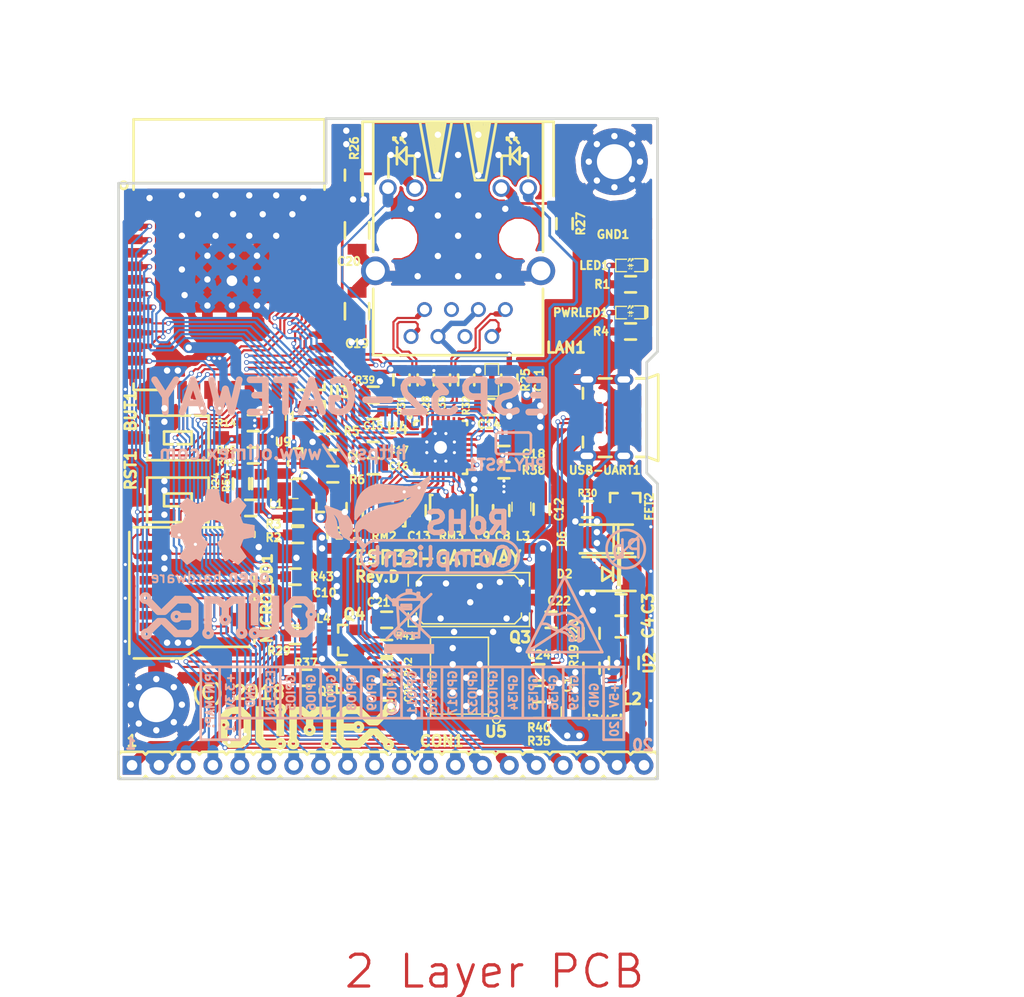
<source format=kicad_pcb>
(kicad_pcb (version 20171130) (host pcbnew 6.0.0-rc1-unknown-8de1209~84~ubuntu18.04.1)
  (title_block (title ESP32-GATEWAY) (rev A) (company "OLIMEX Ltd.") (comment 1 https://www.olimex.com))
  (layers (0 F.Cu mixed) (31 B.Cu mixed) (34 B.Paste user) (35 F.Paste user) (36 B.SilkS user) (37 F.SilkS user) (38 B.Mask user) (39 F.Mask user) (44 Edge.Cuts user))
  (net 0 "")
  (net 1 +5V)
  (net 2 GND)
  (net 3 "Net-(BUT1-Pad2)")
  (net 4 /GPI34/BUT1)
  (net 5 +3V3)
  (net 6 "Net-(C10-Pad1)")
  (net 7 "Net-(C11-Pad1)")
  (net 8 "Net-(C18-Pad2)")
  (net 9 /GPIO3/U0RXD)
  (net 10 /ESP_EN)
  (net 11 "/GPIO25/EMAC_RXD0(RMII)")
  (net 12 "/GPIO19/EMAC_TXD0(RMII)")
  (net 13 "/GPIO26/EMAC_RXD1(RMII)")
  (net 14 /GPIO9/SD_DATA2)
  (net 15 /GPIO8/SD_DATA1)
  (net 16 /GPIO6/SD_CLK)
  (net 17 /GPIO7/SD_DATA0)
  (net 18 /GPIO1/U0TXD)
  (net 19 /GPIO10/SD_DATA3)
  (net 20 /GPIO11/SD_CMD)
  (net 21 "Net-(L2-Pad1)")
  (net 22 "Net-(R19-Pad1)")
  (net 23 "Net-(R39-Pad1)")
  (net 24 /PHYAD0)
  (net 25 /PHYAD1)
  (net 26 /PHYAD2)
  (net 27 /RMIISEL)
  (net 28 /VDD1A-2A)
  (net 29 /VDDCR)
  (net 30 "/GPIO22/EMAC_TXD1(RMII)")
  (net 31 "/GPIO21/EMAC_TX_EN(RMII)")
  (net 32 "Net-(MICRO_SD1-Pad5)")
  (net 33 "Net-(LAN1-Pad1)")
  (net 34 "Net-(LAN1-Pad2)")
  (net 35 "Net-(LAN1-Pad7)")
  (net 36 "Net-(LAN1-Pad8)")
  (net 37 "Net-(LAN1-PadAG1)")
  (net 38 "Net-(LAN1-PadAY1)")
  (net 39 "Net-(LAN1-PadKG1)")
  (net 40 "Net-(LAN1-PadKY1)")
  (net 41 "Net-(C19-Pad1)")
  (net 42 "Net-(C21-Pad1)")
  (net 43 "Net-(C22-Pad1)")
  (net 44 "/GPIO23/MDC(RMII)")
  (net 45 /GPIO27/EMAC_RX_CRS_DV)
  (net 46 /GPIO2/HS2_DATA0)
  (net 47 /GPIO14/HS2_CLK)
  (net 48 /GPIO15/HS2_CMD)
  (net 49 "/GPIO18/MDIO(RMII)")
  (net 50 /+5V_USB)
  (net 51 "Net-(Q4-Pad2)")
  (net 52 "Net-(Q4-Pad1)")
  (net 53 "Net-(Q5-Pad2)")
  (net 54 "Net-(Q5-Pad1)")
  (net 55 "Net-(R35-Pad1)")
  (net 56 "Net-(R40-Pad1)")
  (net 57 "Net-(U3-Pad32)")
  (net 58 "Net-(U4-Pad4)")
  (net 59 "Net-(U4-Pad14)")
  (net 60 "Net-(U4-Pad18)")
  (net 61 "Net-(U4-Pad20)")
  (net 62 "Net-(U4-Pad26)")
  (net 63 "Net-(U5-Pad6)")
  (net 64 "Net-(U5-Pad7)")
  (net 65 "Net-(U5-Pad11)")
  (net 66 "Net-(U5-Pad12)")
  (net 67 "Net-(U5-Pad13)")
  (net 68 "Net-(U5-Pad14)")
  (net 69 "Net-(U5-Pad17)")
  (net 70 "Net-(USB-UART1-Pad4)")
  (net 71 "Net-(PWRLED1-Pad1)")
  (net 72 "Net-(Q5-Pad3)")
  (net 73 "Net-(MICRO_SD1-Pad7)")
  (net 74 /D_Com)
  (net 75 /GPI35)
  (net 76 +5V_EXT)
  (net 77 /GPIO16)
  (net 78 /GPI39)
  (net 79 /GPI36)
  (net 80 /GPIO4/HS2_DATA1)
  (net 81 /GPIO13/HS2_DATA3)
  (net 82 /GPIO12/HS2_DATA2)
  (net 83 /GPIO32)
  (net 84 "Net-(LED1-Pad1)")
  (net 85 /GPIO33/LED)
  (net 86 +3.3VLAN)
  (net 87 /GPIO17/EMAC_CLK_OUT_180)
  (net 88 /GPIO5/PHY_PWR)
  (net 89 /GPIO0)
  (net 90 "Net-(C2-Pad2)")
  (module OLIMEX_Cases-FP:ESP-WROOM-32_MODULE (layer F.Cu) (at 80.01 79.883)
    (fp_text reference U3 (at 10.414 12.954) (layer F.SilkS) (effects (font (size 1.016 1.016) (thickness 0.254))))
    (fp_text value ESP-WROOM-32)
    (pad 39 thru_hole circle (at -2.0404 4.7998) (size 1.3 1.3) (drill 0.6) (layers *.Cu *.Mask) (net 2 GND))
    (pad 39 thru_hole circle (at 0.271 2.463) (size 2 2) (drill 1) (layers *.Cu *.Mask) (net 2 GND))
    (pad 39 smd rect (at 0.3 2.45) (size 6 6) (layers F.Cu F.Mask) (net 2 GND))
    (pad 38 smd rect (at 9 -5.21) (size 1.7 0.9) (layers F.Cu F.Paste F.Mask) (net 2 GND))
    (pad 37 smd rect (at 9 -3.94) (size 1.7 0.9) (layers F.Cu F.Paste F.Mask) (net 44 "/GPIO23/MDC(RMII)"))
    (pad 36 smd rect (at 9 -2.67) (size 1.7 0.9) (layers F.Cu F.Paste F.Mask) (net 30 "/GPIO22/EMAC_TXD1(RMII)"))
    (pad 35 smd rect (at 9 -1.4) (size 1.7 0.9) (layers F.Cu F.Paste F.Mask) (net 18 /GPIO1/U0TXD))
    (pad 34 smd rect (at 9 -0.13) (size 1.7 0.9) (layers F.Cu F.Paste F.Mask) (net 9 /GPIO3/U0RXD))
    (pad 33 smd rect (at 9 1.14) (size 1.7 0.9) (layers F.Cu F.Paste F.Mask) (net 31 "/GPIO21/EMAC_TX_EN(RMII)"))
    (pad 32 smd rect (at 9 2.41) (size 1.7 0.9) (layers F.Cu F.Paste F.Mask) (net 57 "Net-(U3-Pad32)"))
    (pad 31 smd rect (at 9 3.68) (size 1.7 0.9) (layers F.Cu F.Paste F.Mask) (net 12 "/GPIO19/EMAC_TXD0(RMII)"))
    (pad 30 smd rect (at 9 4.95) (size 1.7 0.9) (layers F.Cu F.Paste F.Mask) (net 49 "/GPIO18/MDIO(RMII)"))
    (pad 29 smd rect (at 9 6.22) (size 1.7 0.9) (layers F.Cu F.Paste F.Mask) (net 88 /GPIO5/PHY_PWR))
    (pad 28 smd rect (at 9 7.49) (size 1.7 0.9) (layers F.Cu F.Paste F.Mask) (net 87 /GPIO17/EMAC_CLK_OUT_180))
    (pad 27 smd rect (at 9 8.76) (size 1.7 0.9) (layers F.Cu F.Paste F.Mask) (net 77 /GPIO16))
    (pad 26 smd rect (at 9 10.03) (size 1.7 0.9) (layers F.Cu F.Paste F.Mask) (net 80 /GPIO4/HS2_DATA1))
    (pad 25 smd rect (at 9 11.3) (size 1.7 0.9) (layers F.Cu F.Paste F.Mask) (net 89 /GPIO0))
    (pad 24 smd rect (at 5.73 12.75) (size 0.9 1.7) (layers F.Cu F.Paste F.Mask) (net 46 /GPIO2/HS2_DATA0))
    (pad 23 smd rect (at 4.46 12.75) (size 0.9 1.7) (layers F.Cu F.Paste F.Mask) (net 48 /GPIO15/HS2_CMD))
    (pad 22 smd rect (at 3.19 12.75) (size 0.9 1.7) (layers F.Cu F.Paste F.Mask) (net 15 /GPIO8/SD_DATA1))
    (pad 21 smd rect (at 1.92 12.75) (size 0.9 1.7) (layers F.Cu F.Paste F.Mask) (net 17 /GPIO7/SD_DATA0))
    (pad 20 smd rect (at 0.65 12.75) (size 0.9 1.7) (layers F.Cu F.Paste F.Mask) (net 16 /GPIO6/SD_CLK))
    (pad 19 smd rect (at -0.62 12.75) (size 0.9 1.7) (layers F.Cu F.Paste F.Mask) (net 20 /GPIO11/SD_CMD))
    (pad 18 smd rect (at -1.89 12.75) (size 0.9 1.7) (layers F.Cu F.Paste F.Mask) (net 19 /GPIO10/SD_DATA3))
    (pad 17 smd rect (at -3.16 12.75) (size 0.9 1.7) (layers F.Cu F.Paste F.Mask) (net 14 /GPIO9/SD_DATA2))
    (pad 16 smd rect (at -4.43 12.75) (size 0.9 1.7) (layers F.Cu F.Paste F.Mask) (net 81 /GPIO13/HS2_DATA3))
    (pad 15 smd rect (at -5.7 12.75) (size 0.9 1.7) (layers F.Cu F.Paste F.Mask) (net 2 GND))
    (pad 14 smd rect (at -9 11.26) (size 1.7 0.9) (layers F.Cu F.Paste F.Mask) (net 82 /GPIO12/HS2_DATA2))
    (pad 13 smd rect (at -9 9.99) (size 1.7 0.9) (layers F.Cu F.Paste F.Mask) (net 47 /GPIO14/HS2_CLK))
    (pad 12 smd rect (at -9 8.72) (size 1.7 0.9) (layers F.Cu F.Paste F.Mask) (net 45 /GPIO27/EMAC_RX_CRS_DV))
    (pad 11 smd rect (at -9 7.45) (size 1.7 0.9) (layers F.Cu F.Paste F.Mask) (net 13 "/GPIO26/EMAC_RXD1(RMII)"))
    (pad 10 smd rect (at -9 6.18) (size 1.7 0.9) (layers F.Cu F.Paste F.Mask) (net 11 "/GPIO25/EMAC_RXD0(RMII)"))
    (pad 9 smd rect (at -9 4.91) (size 1.7 0.9) (layers F.Cu F.Paste F.Mask) (net 85 /GPIO33/LED))
    (pad 8 smd rect (at -9 3.64) (size 1.7 0.9) (layers F.Cu F.Paste F.Mask) (net 83 /GPIO32))
    (pad 7 smd rect (at -9 2.37) (size 1.7 0.9) (layers F.Cu F.Paste F.Mask) (net 75 /GPI35))
    (pad 6 smd rect (at -9 1.1) (size 1.7 0.9) (layers F.Cu F.Paste F.Mask) (net 4 /GPI34/BUT1))
    (pad 5 smd rect (at -9 -0.17) (size 1.7 0.9) (layers F.Cu F.Paste F.Mask) (net 78 /GPI39))
    (pad 4 smd rect (at -9 -1.44) (size 1.7 0.9) (layers F.Cu F.Paste F.Mask) (net 79 /GPI36))
    (pad 3 smd rect (at -9 -2.71) (size 1.7 0.9) (layers F.Cu F.Paste F.Mask) (net 10 /ESP_EN))
    (pad 2 smd rect (at -9 -3.98) (size 1.7 0.9) (layers F.Cu F.Paste F.Mask) (net 5 +3V3))
    (pad 1 smd rect (at -9 -5.25) (size 1.7 0.9) (layers F.Cu F.Paste F.Mask) (net 2 GND))
    (pad 39 thru_hole circle (at 2.6332 4.7998) (size 1.3 1.3) (drill 0.6) (layers *.Cu *.Mask) (net 2 GND))
    (pad 39 thru_hole circle (at -2.0404 0.1008) (size 1.3 1.3) (drill 0.6) (layers *.Cu *.Mask) (net 2 GND))
    (pad 39 thru_hole circle (at 2.6332 0.1008) (size 1.3 1.3) (drill 0.6) (layers *.Cu *.Mask) (net 2 GND))
    (pad 39 thru_hole circle (at 0.271 0.1008) (size 1.3 1.3) (drill 0.6) (layers *.Cu *.Mask) (net 2 GND))
    (pad 39 thru_hole circle (at 0.271 4.7998) (size 1.3 1.3) (drill 0.6) (layers *.Cu *.Mask) (net 2 GND))
    (pad 39 thru_hole circle (at -2.0404 2.336) (size 1.3 1.3) (drill 0.6) (layers *.Cu *.Mask) (net 2 GND))
    (pad 39 thru_hole circle (at 2.6332 2.336) (size 1.3 1.3) (drill 0.6) (layers *.Cu *.Mask) (net 2 GND))
  )
  (module OLIMEX_Crystal-FP:Q_49U3HMS (layer F.Cu) (at 102.616 112.395)
    (fp_text reference Q3 (at 4.826 3.556 180) (layer F.SilkS) (effects (font (size 1.016 1.016) (thickness 0.254))))
    (fp_text value "Q12MHz/20pF/30ppm/2P/HC-49SM(SMD)")
    (pad 1 smd rect (at -4.699 0) (size 4.826 1.1) (layers F.Cu F.Paste F.Mask) (net 42 "Net-(C21-Pad1)") (clearance 0.0508))
    (pad 2 smd rect (at 4.699 0) (size 4.826 1.1) (layers F.Cu F.Paste F.Mask) (net 43 "Net-(C22-Pad1)") (clearance 0.0508))
  )
  (module OLIMEX_RLC-FP:R_MATRIX_4 (layer F.Cu) (at 94.615 104.013)
    (fp_text reference RM2 (at 0 2.413) (layer F.SilkS) (effects (font (size 0.762 0.762) (thickness 0.1905))))
    (fp_text value "RA1206_(4X0603)_4B8_2.2k")
    (pad 3.1 smd rect (at 0.381 0.762) (size 0.381 1.016) (layers F.Cu F.Paste F.Mask) (net 86 +3.3VLAN) (clearance 0.0508))
    (pad 2.1 smd rect (at -0.381 0.762) (size 0.381 1.016) (layers F.Cu F.Paste F.Mask) (net 2 GND) (clearance 0.0508))
    (pad 3.2 smd rect (at 0.381 -0.762) (size 0.381 1.016) (layers F.Cu F.Paste F.Mask) (net 27 /RMIISEL) (clearance 0.0508))
    (pad 2.2 smd rect (at -0.381 -0.762) (size 0.381 1.016) (layers F.Cu F.Paste F.Mask) (net 26 /PHYAD2) (clearance 0.0508))
    (pad 4.1 smd rect (at 1.27 0.762) (size 0.635 1.016) (layers F.Cu F.Paste F.Mask) (net 86 +3.3VLAN) (clearance 0.0508))
    (pad 4.2 smd rect (at 1.27 -0.762) (size 0.635 1.016) (layers F.Cu F.Paste F.Mask) (net 13 "/GPIO26/EMAC_RXD1(RMII)") (clearance 0.0508))
    (pad 1.1 smd rect (at -1.27 0.762) (size 0.635 1.016) (layers F.Cu F.Paste F.Mask) (net 2 GND) (clearance 0.0508))
    (pad 1.2 smd rect (at -1.27 -0.762) (size 0.635 1.016) (layers F.Cu F.Paste F.Mask) (net 25 /PHYAD1) (clearance 0.0508))
  )
  (module OLIMEX_RLC-FP:R_MATRIX_4 (layer F.Cu) (at 100.965 104.013 180)
    (fp_text reference RM3 (at 0 -2.413 180) (layer F.SilkS) (effects (font (size 0.762 0.762) (thickness 0.1905))))
    (fp_text value "RA1206_(4X0603)_4B8_2.2k")
    (pad 3.1 smd rect (at 0.381 0.762 180) (size 0.381 1.016) (layers F.Cu F.Paste F.Mask) (net 11 "/GPIO25/EMAC_RXD0(RMII)") (clearance 0.0508))
    (pad 2.1 smd rect (at -0.381 0.762 180) (size 0.381 1.016) (layers F.Cu F.Paste F.Mask) (net 45 /GPIO27/EMAC_RX_CRS_DV) (clearance 0.0508))
    (pad 3.2 smd rect (at 0.381 -0.762 180) (size 0.381 1.016) (layers F.Cu F.Paste F.Mask) (net 86 +3.3VLAN) (clearance 0.0508))
    (pad 2.2 smd rect (at -0.381 -0.762 180) (size 0.381 1.016) (layers F.Cu F.Paste F.Mask) (net 86 +3.3VLAN) (clearance 0.0508))
    (pad 4.1 smd rect (at 1.27 0.762 180) (size 0.635 1.016) (layers F.Cu F.Paste F.Mask) (net 24 /PHYAD0) (clearance 0.0508))
    (pad 4.2 smd rect (at 1.27 -0.762 180) (size 0.635 1.016) (layers F.Cu F.Paste F.Mask) (net 2 GND) (clearance 0.0508))
    (pad 1.1 smd rect (at -1.27 0.762 180) (size 0.635 1.016) (layers F.Cu F.Paste F.Mask) (net 49 "/GPIO18/MDIO(RMII)") (clearance 0.0508))
    (pad 1.2 smd rect (at -1.27 -0.762 180) (size 0.635 1.016) (layers F.Cu F.Paste F.Mask) (net 86 +3.3VLAN) (clearance 0.0508))
  )
  (module OLIMEX_RLC-FP:L_0805_5MIL_DWS (layer F.Cu) (at 107.569 103.632 90)
    (fp_text reference L3 (at -2.794 0.127 180) (layer F.SilkS) (effects (font (size 0.762 0.762) (thickness 0.1905))))
    (fp_text value FB0805/600R/2A)
    (pad 1 smd rect (at -1.016 0 90) (size 1.524 1.27) (layers F.Cu F.Paste F.Mask) (net 86 +3.3VLAN) (clearance 0.0508))
    (pad 2 smd rect (at 1.016 0 90) (size 1.524 1.27) (layers F.Cu F.Paste F.Mask) (net 28 /VDD1A-2A) (clearance 0.0508))
  )
  (module OLIMEX_Transistors-FP:SOT23 (layer F.Cu) (at 117.348 102.997 270)
    (fp_text reference FET2 (at 0.635 -2.286 270) (layer F.SilkS) (effects (font (size 0.762 0.762) (thickness 0.1905))))
    (fp_text value WPM2015-3/TR)
    (pad 1 smd rect (at 1.10744 0.94996 270) (size 1.4 1) (layers F.Cu F.Paste F.Mask) (net 76 +5V_EXT) (clearance 0.0508))
    (pad 2 smd rect (at 1.10744 -0.9525 270) (size 1.4 1) (layers F.Cu F.Paste F.Mask) (net 1 +5V) (clearance 0.0508))
    (pad 3 smd rect (at -1.10236 0.00254 270) (size 1.4 1) (layers F.Cu F.Paste F.Mask) (net 50 /+5V_USB) (clearance 0.0508))
  )
  (module OLIMEX_Regulators-FP:SOT-23-5 (layer F.Cu) (at 117.221 118.364 270)
    (fp_text reference U2 (at 0 -2.413 270) (layer F.SilkS) (effects (font (size 1.016 1.016) (thickness 0.254))))
    (fp_text value "SY8089AAAC(SOT23-5)")
    (pad 1 smd rect (at 1.3 0.95 270) (size 1.2 0.55) (layers F.Cu F.Paste F.Mask) (net 1 +5V) (clearance 0.0508))
    (pad 2 smd rect (at 1.3 0 270) (size 1.2 0.55) (layers F.Cu F.Paste F.Mask) (net 2 GND) (clearance 0.0508))
    (pad 3 smd rect (at 1.3 -0.95 270) (size 1.2 0.55) (layers F.Cu F.Paste F.Mask) (net 21 "Net-(L2-Pad1)") (clearance 0.0508))
    (pad 5 smd rect (at -1.3 0.95 270) (size 1.2 0.55) (layers F.Cu F.Paste F.Mask) (net 22 "Net-(R19-Pad1)") (clearance 0.0508))
    (pad 4 smd rect (at -1.3 -0.95 270) (size 1.2 0.55) (layers F.Cu F.Paste F.Mask) (net 1 +5V) (clearance 0.0508))
  )
  (module OLIMEX_RLC-FP:CD32 (layer F.Cu) (at 115.443 123.444 270)
    (fp_text reference L2 (at -1.6764 -2.5654) (layer F.SilkS) (effects (font (size 1.016 1.016) (thickness 0.254))))
    (fp_text value 2.2uH/1.5A/DCR<0.1R/CD32)
    (pad 2 smd rect (at 1.2 0 90) (size 1.6 3) (layers F.Cu F.Paste F.Mask) (net 5 +3V3) (clearance 0.0508))
    (pad 1 smd rect (at -1.2 0 90) (size 1.6 3) (layers F.Cu F.Paste F.Mask) (net 21 "Net-(L2-Pad1)") (clearance 0.0508))
  )
  (module OLIMEX_Transistors-FP:SOT23 (layer F.Cu) (at 90.932 116.205)
    (fp_text reference Q4 (at 0.889 -2.413) (layer F.SilkS) (effects (font (size 1.016 1.016) (thickness 0.254))))
    (fp_text value "BC817-40(SOT23)")
    (pad 1 smd rect (at 1.10744 0.94996) (size 1.4 1) (layers F.Cu F.Paste F.Mask) (net 52 "Net-(Q4-Pad1)") (clearance 0.0508))
    (pad 2 smd rect (at 1.10744 -0.9525) (size 1.4 1) (layers F.Cu F.Paste F.Mask) (net 51 "Net-(Q4-Pad2)") (clearance 0.0508))
    (pad 3 smd rect (at -1.10236 0.00254) (size 1.4 1) (layers F.Cu F.Paste F.Mask) (net 10 /ESP_EN) (clearance 0.0508))
  )
  (module OLIMEX_Transistors-FP:SOT23 (layer F.Cu) (at 90.805 119.761)
    (fp_text reference Q5 (at -1.651 1.27) (layer F.SilkS) (effects (font (size 0.762 0.762) (thickness 0.1905))))
    (fp_text value "BC817-40(SOT23)")
    (pad 1 smd rect (at 1.10744 0.94996) (size 1.4 1) (layers F.Cu F.Paste F.Mask) (net 54 "Net-(Q5-Pad1)") (clearance 0.0508))
    (pad 2 smd rect (at 1.10744 -0.9525) (size 1.4 1) (layers F.Cu F.Paste F.Mask) (net 53 "Net-(Q5-Pad2)") (clearance 0.0508))
    (pad 3 smd rect (at -1.10236 0.00254) (size 1.4 1) (layers F.Cu F.Paste F.Mask) (net 72 "Net-(Q5-Pad3)") (clearance 0.0508))
  )
  (module OLIMEX_RLC-FP:L_0805_5MIL_DWS (layer F.Cu) (at 86.233 113.919 180)
    (fp_text reference L4 (at -2.667 -0.254 180) (layer F.SilkS) (effects (font (size 0.762 0.762) (thickness 0.1905))))
    (fp_text value FB0805/600R/2A)
    (pad 1 smd rect (at -1.016 0 180) (size 1.524 1.27) (layers F.Cu F.Paste F.Mask) (net 5 +3V3) (clearance 0.0508))
    (pad 2 smd rect (at 1.016 0 180) (size 1.524 1.27) (layers F.Cu F.Paste F.Mask) (net 6 "Net-(C10-Pad1)") (clearance 0.0508))
  )
  (module "OLIMEX_Buttons-FP:T1107A(6x3,8x2,5MM)" (layer F.Cu) (at 75.184 102.997 180)
    (fp_text reference RST1 (at 4.445 2.794 270) (layer F.SilkS) (effects (font (size 1.016 1.016) (thickness 0.254))))
    (fp_text value "T1107A(6x3,8x2,5MM)")
    (pad 1 smd rect (at -4.064 0 270) (size 1.27 1.524) (layers F.Cu F.Paste F.Mask) (net 10 /ESP_EN) (clearance 0.0508))
    (pad 2 smd rect (at 4.064 0 270) (size 1.27 1.524) (layers F.Cu F.Paste F.Mask) (net 2 GND) (clearance 0.0508))
  )
  (module "OLIMEX_Buttons-FP:T1107A(6x3,8x2,5MM)" (layer F.Cu) (at 75.184 97.155 180)
    (fp_text reference BUT1 (at 4.445 2.54 270) (layer F.SilkS) (effects (font (size 1.016 1.016) (thickness 0.254))))
    (fp_text value "T1107A(6x3,8x2,5MM)")
    (pad 1 smd rect (at -4.064 0 270) (size 1.27 1.524) (layers F.Cu F.Paste F.Mask) (net 4 /GPI34/BUT1) (clearance 0.0508))
    (pad 2 smd rect (at 4.064 0 270) (size 1.27 1.524) (layers F.Cu F.Paste F.Mask) (net 3 "Net-(BUT1-Pad2)") (clearance 0.0508))
  )
  (module OLIMEX_IC-FP:SSOP-20W (layer F.Cu) (at 101.727 119.761 90)
    (fp_text reference U5 (at -5.08 3.429 180) (layer F.SilkS) (effects (font (size 1.016 1.016) (thickness 0.254))))
    (fp_text value "CH340T(SSOP20W)")
    (pad 1 smd rect (at -2.925 3.6195 90) (size 0.325 1.27) (layers F.Cu F.Paste F.Mask))
    (pad 2 smd rect (at -2.275 3.6195 90) (size 0.325 1.27) (layers F.Cu F.Paste F.Mask))
    (pad 3 smd rect (at -1.625 3.6195 90) (size 0.325 1.27) (layers F.Cu F.Paste F.Mask) (net 55 "Net-(R35-Pad1)"))
    (pad 4 smd rect (at -0.975 3.6195 90) (size 0.325 1.27) (layers F.Cu F.Paste F.Mask) (net 56 "Net-(R40-Pad1)"))
    (pad 5 smd rect (at -0.325 3.6195 90) (size 0.325 1.27) (layers F.Cu F.Paste F.Mask) (net 5 +3V3))
    (pad 6 smd rect (at 0.325 3.6195 90) (size 0.325 1.27) (layers F.Cu F.Paste F.Mask) (net 63 "Net-(U5-Pad6)"))
    (pad 7 smd rect (at 0.975 3.6195 90) (size 0.325 1.27) (layers F.Cu F.Paste F.Mask) (net 64 "Net-(U5-Pad7)"))
    (pad 8 smd rect (at 1.625 3.6195 90) (size 0.325 1.27) (layers F.Cu F.Paste F.Mask) (net 2 GND))
    (pad 9 smd rect (at 2.275 3.6195 90) (size 0.325 1.27) (layers F.Cu F.Paste F.Mask) (net 42 "Net-(C21-Pad1)"))
    (pad 10 smd rect (at 2.925 3.6195 90) (size 0.325 1.27) (layers F.Cu F.Paste F.Mask) (net 43 "Net-(C22-Pad1)"))
    (pad 11 smd rect (at 2.925 -3.6195 90) (size 0.325 1.27) (layers F.Cu F.Paste F.Mask) (net 65 "Net-(U5-Pad11)"))
    (pad 12 smd rect (at 2.275 -3.6195 90) (size 0.325 1.27) (layers F.Cu F.Paste F.Mask) (net 66 "Net-(U5-Pad12)"))
    (pad 13 smd rect (at 1.625 -3.6195 90) (size 0.325 1.27) (layers F.Cu F.Paste F.Mask) (net 67 "Net-(U5-Pad13)"))
    (pad 14 smd rect (at 0.975 -3.6195 90) (size 0.325 1.27) (layers F.Cu F.Paste F.Mask) (net 68 "Net-(U5-Pad14)"))
    (pad 15 smd rect (at 0.325 -3.6195 90) (size 0.325 1.27) (layers F.Cu F.Paste F.Mask) (net 53 "Net-(Q5-Pad2)"))
    (pad 16 smd rect (at -0.325 -3.6195 90) (size 0.325 1.27) (layers F.Cu F.Paste F.Mask) (net 51 "Net-(Q4-Pad2)"))
    (pad 17 smd rect (at -0.975 -3.6195 90) (size 0.325 1.27) (layers F.Cu F.Paste F.Mask) (net 69 "Net-(U5-Pad17)"))
    (pad 18 smd rect (at -1.625 -3.6195 90) (size 0.325 1.27) (layers F.Cu F.Paste F.Mask))
    (pad 19 smd rect (at -2.275 -3.6195 90) (size 0.325 1.27) (layers F.Cu F.Paste F.Mask) (net 5 +3V3))
    (pad 20 smd rect (at -2.925 -3.6195 90) (size 0.325 1.27) (layers F.Cu F.Paste F.Mask) (net 2 GND))
  )
  (module OLIMEX_Other-FP:Fiducial1x3 (layer F.Cu) (at 118.872 124.079)
    (fp_text reference "" (at 0 3) (layer F.SilkS))
    (fp_text value "")
    (pad Fid1 connect circle (at 0 0) (size 1 1) (layers F.Cu F.Mask) (clearance 1.016))
  )
  (module OLIMEX_Other-FP:Mounting_hole_Shield_3.3mm (layer F.Cu) (at 116.332 71.12)
    (fp_text reference MH2 hide)
    (fp_text value Mounting_hole_Shield_3.3mm hide)
    (pad GND1 thru_hole circle (at -2.413 0) (size 1.2 1.2) (drill 0.6) (layers *.Cu *.Mask) (net 2 GND))
    (pad GND1 thru_hole circle (at 2.413 0) (size 1.2 1.2) (drill 0.6) (layers *.Cu *.Mask) (net 2 GND))
    (pad GND1 thru_hole circle (at 1.651 1.651) (size 1.2 1.2) (drill 0.6) (layers *.Cu *.Mask) (net 2 GND))
    (pad GND1 thru_hole circle (at -1.651 1.778) (size 1.2 1.2) (drill 0.6) (layers *.Cu *.Mask) (net 2 GND))
    (pad GND1 thru_hole circle (at 1.651 -1.651) (size 1.2 1.2) (drill 0.6) (layers *.Cu *.Mask) (net 2 GND))
    (pad GND1 thru_hole circle (at -1.651 -1.651) (size 1.2 1.2) (drill 0.6) (layers *.Cu *.Mask) (net 2 GND))
    (pad GND1 thru_hole circle (at 0 2.413) (size 1.2 1.2) (drill 0.6) (layers *.Cu *.Mask) (net 2 GND))
    (pad GND1 thru_hole circle (at 0 -2.413) (size 1.2 1.2) (drill 0.6) (layers *.Cu *.Mask) (net 2 GND))
    (pad GND1 thru_hole circle (at 0 0) (size 6.3 6.3) (drill 3.3) (layers *.Cu *.Mask) (net 2 GND))
  )
  (module OLIMEX_Other-FP:Mounting_hole_Shield_3.3mm (layer F.Cu) (at 73.152 122.301)
    (fp_text reference MH1 hide)
    (fp_text value Mounting_hole_Shield_3.3mm hide)
    (pad GND1 thru_hole circle (at -2.413 0) (size 1.2 1.2) (drill 0.6) (layers *.Cu *.Mask) (net 2 GND))
    (pad GND1 thru_hole circle (at 2.413 0) (size 1.2 1.2) (drill 0.6) (layers *.Cu *.Mask) (net 2 GND))
    (pad GND1 thru_hole circle (at 1.651 1.651) (size 1.2 1.2) (drill 0.6) (layers *.Cu *.Mask) (net 2 GND))
    (pad GND1 thru_hole circle (at -1.651 1.778) (size 1.2 1.2) (drill 0.6) (layers *.Cu *.Mask) (net 2 GND))
    (pad GND1 thru_hole circle (at 1.651 -1.651) (size 1.2 1.2) (drill 0.6) (layers *.Cu *.Mask) (net 2 GND))
    (pad GND1 thru_hole circle (at -1.651 -1.651) (size 1.2 1.2) (drill 0.6) (layers *.Cu *.Mask) (net 2 GND))
    (pad GND1 thru_hole circle (at 0 2.413) (size 1.2 1.2) (drill 0.6) (layers *.Cu *.Mask) (net 2 GND))
    (pad GND1 thru_hole circle (at 0 -2.413) (size 1.2 1.2) (drill 0.6) (layers *.Cu *.Mask) (net 2 GND))
    (pad GND1 thru_hole circle (at 0 0) (size 6.3 6.3) (drill 3.3) (layers *.Cu *.Mask) (net 2 GND))
  )
  (module "OLIMEX_IC-FP:QFN32_EP(33)_5.00x5.00x0.90mm_Pitch_0.50mm" (layer F.Cu) (at 99.949 98.044 270)
    (fp_text reference U4 (at -1.778 4.064 180) (layer F.SilkS) (effects (font (size 1.016 1.016) (thickness 0.254))))
    (fp_text value "LAN8710A-EZC(QFN32)")
    (pad 33 smd rect (at 0 0 270) (size 3.6 3.6) (layers F.Cu F.Mask) (net 2 GND))
    (pad 33 thru_hole rect (at -0.5 -1.3 270) (size 0.4 0.4) (drill 0.3) (layers *.Cu F.Mask) (net 2 GND))
    (pad 33 thru_hole rect (at 0.5 -1.3 270) (size 0.4 0.4) (drill 0.3) (layers *.Cu F.Mask) (net 2 GND))
    (pad 33 thru_hole rect (at 1.3 -0.5 270) (size 0.4 0.4) (drill 0.29972) (layers *.Cu F.Mask) (net 2 GND))
    (pad 33 thru_hole rect (at 1.3 0.5 270) (size 0.4 0.4) (drill 0.3) (layers *.Cu F.Mask) (net 2 GND))
    (pad 33 thru_hole rect (at 0.5 1.3 270) (size 0.4 0.4) (drill 0.3) (layers *.Cu F.Mask) (net 2 GND))
    (pad 33 thru_hole rect (at -0.5 1.3 270) (size 0.4 0.4) (drill 0.3) (layers *.Cu F.Mask) (net 2 GND))
    (pad 33 thru_hole rect (at -1.3 0.5 270) (size 0.4 0.4) (drill 0.3) (layers *.Cu F.Mask) (net 2 GND))
    (pad 33 thru_hole rect (at -1.3 -0.5 270) (size 0.4 0.4) (drill 0.3) (layers *.Cu F.Mask) (net 2 GND))
    (pad 33 thru_hole rect (at 0 0 270) (size 1.4224 1.4224) (drill 1.2) (layers *.Cu *.Mask) (net 2 GND))
    (pad 32 smd rect (at -2.45 1.75 270) (size 0.8 0.25) (layers F.Cu F.Paste F.Mask) (net 23 "Net-(R39-Pad1)"))
    (pad 31 smd rect (at -2.45 1.25 270) (size 0.8 0.25) (layers F.Cu F.Paste F.Mask) (net 35 "Net-(LAN1-Pad7)"))
    (pad 30 smd rect (at -2.45 0.75 270) (size 0.8 0.25) (layers F.Cu F.Paste F.Mask) (net 36 "Net-(LAN1-Pad8)"))
    (pad 29 smd rect (at -2.45 0.25 270) (size 0.8 0.25) (layers F.Cu F.Paste F.Mask) (net 33 "Net-(LAN1-Pad1)"))
    (pad 28 smd rect (at -2.45 -0.25 270) (size 0.8 0.25) (layers F.Cu F.Paste F.Mask) (net 34 "Net-(LAN1-Pad2)"))
    (pad 27 smd rect (at -2.45 -0.75 270) (size 0.8 0.25) (layers F.Cu F.Paste F.Mask) (net 28 /VDD1A-2A))
    (pad 26 smd rect (at -2.45 -1.25 270) (size 0.8 0.25) (layers F.Cu F.Paste F.Mask) (net 62 "Net-(U4-Pad26)"))
    (pad 25 smd rect (at -2.45 -1.75 270) (size 0.8 0.25) (layers F.Cu F.Paste F.Mask) (net 2 GND))
    (pad 24 smd rect (at -1.75 -2.45 180) (size 0.8 0.25) (layers F.Cu F.Paste F.Mask) (net 2 GND))
    (pad 23 smd rect (at -1.25 -2.45 180) (size 0.8 0.25) (layers F.Cu F.Paste F.Mask) (net 30 "/GPIO22/EMAC_TXD1(RMII)"))
    (pad 22 smd rect (at -0.75 -2.45 180) (size 0.8 0.25) (layers F.Cu F.Paste F.Mask) (net 12 "/GPIO19/EMAC_TXD0(RMII)"))
    (pad 21 smd rect (at -0.25 -2.45 180) (size 0.8 0.25) (layers F.Cu F.Paste F.Mask) (net 31 "/GPIO21/EMAC_TX_EN(RMII)"))
    (pad 20 smd rect (at 0.25 -2.45 180) (size 0.8 0.25) (layers F.Cu F.Paste F.Mask) (net 61 "Net-(U4-Pad20)"))
    (pad 19 smd rect (at 0.75 -2.45 180) (size 0.8 0.25) (layers F.Cu F.Paste F.Mask) (net 8 "Net-(C18-Pad2)"))
    (pad 18 smd rect (at 1.25 -2.45 180) (size 0.8 0.25) (layers F.Cu F.Paste F.Mask) (net 60 "Net-(U4-Pad18)"))
    (pad 17 smd rect (at 1.75 -2.45 180) (size 0.8 0.25) (layers F.Cu F.Paste F.Mask) (net 44 "/GPIO23/MDC(RMII)"))
    (pad 16 smd rect (at 2.45 -1.75 90) (size 0.8 0.25) (layers F.Cu F.Paste F.Mask) (net 49 "/GPIO18/MDIO(RMII)"))
    (pad 15 smd rect (at 2.45 -1.25 90) (size 0.8 0.25) (layers F.Cu F.Paste F.Mask) (net 45 /GPIO27/EMAC_RX_CRS_DV))
    (pad 14 smd rect (at 2.45 -0.75 90) (size 0.8 0.25) (layers F.Cu F.Paste F.Mask) (net 59 "Net-(U4-Pad14)"))
    (pad 13 smd rect (at 2.45 -0.25 90) (size 0.8 0.25) (layers F.Cu F.Paste F.Mask) (net 24 /PHYAD0))
    (pad 12 smd rect (at 2.45 0.25 90) (size 0.8 0.25) (layers F.Cu F.Paste F.Mask) (net 86 +3.3VLAN))
    (pad 11 smd rect (at 2.45 0.75 90) (size 0.8 0.25) (layers F.Cu F.Paste F.Mask) (net 11 "/GPIO25/EMAC_RXD0(RMII)"))
    (pad 10 smd rect (at 2.45 1.25 90) (size 0.8 0.25) (layers F.Cu F.Paste F.Mask) (net 13 "/GPIO26/EMAC_RXD1(RMII)"))
    (pad 9 smd rect (at 2.45 1.75 90) (size 0.8 0.25) (layers F.Cu F.Paste F.Mask) (net 27 /RMIISEL))
    (pad 8 smd rect (at 1.75 2.45) (size 0.8 0.25) (layers F.Cu F.Paste F.Mask) (net 26 /PHYAD2))
    (pad 7 smd rect (at 1.25 2.45) (size 0.8 0.25) (layers F.Cu F.Paste F.Mask) (net 25 /PHYAD1))
    (pad 6 smd rect (at 0.75 2.45) (size 0.8 0.25) (layers F.Cu F.Paste F.Mask) (net 29 /VDDCR))
    (pad 5 smd rect (at 0.25 2.45) (size 0.8 0.25) (layers F.Cu F.Paste F.Mask) (net 87 /GPIO17/EMAC_CLK_OUT_180))
    (pad 4 smd rect (at -0.25 2.45) (size 0.8 0.25) (layers F.Cu F.Paste F.Mask) (net 58 "Net-(U4-Pad4)"))
    (pad 3 smd rect (at -0.75 2.45) (size 0.8 0.25) (layers F.Cu F.Paste F.Mask) (net 38 "Net-(LAN1-PadAY1)"))
    (pad 2 smd rect (at -1.25 2.45) (size 0.8 0.25) (layers F.Cu F.Paste F.Mask) (net 39 "Net-(LAN1-PadKG1)"))
    (pad 1 smd rect (at -1.75 2.45) (size 0.8 0.25) (layers F.Cu F.Paste F.Mask) (net 28 /VDD1A-2A))
  )
  (module OLIMEX_RLC-FP:0R_0603 (layer F.Cu) (at 104.775 91.694 90)
    (fp_text reference R25 (at 0 3.175 90) (layer F.SilkS) (effects (font (size 0.762 0.762) (thickness 0.1905))))
    (fp_text value "0R(board_mounted)")
    (fp_line (start -0.5 0) (end 0.5 0) (layer F.Cu) (width 0.508))
    (pad 1 smd rect (at -0.889 0 90) (size 1.016 1.016) (layers F.Cu F.Paste F.Mask) (net 28 /VDD1A-2A) (clearance 0.0508))
    (pad 2 smd rect (at 0.889 0 90) (size 1.016 1.016) (layers F.Cu F.Paste F.Mask) (net 7 "Net-(C11-Pad1)") (clearance 0.0508))
  )
  (module OLIMEX_Connectors-FP:TFC-WXCP11-08-LF (layer F.Cu) (at 76.327 111.125 180)
    (fp_text reference MICRO_SD1 (at -7.239 -1.143 270) (layer F.SilkS) (effects (font (size 1.016 1.016) (thickness 0.254))))
    (fp_text value TFC-WXCP11-08-LF)
    (pad SH2 smd rect (at -5.25 -3.15 270) (size 3.1 1.5) (layers F.Cu F.Paste F.Mask) (net 2 GND))
    (pad SH1 smd rect (at -5.25 2.91 270) (size 3.1 1.5) (layers F.Cu F.Paste F.Mask) (net 2 GND))
    (pad FID4 smd circle (at 5.72 5.54 270) (size 0.4 0.4) (layers F.Cu F.Mask))
    (pad FID3 smd circle (at -6.08 5.54 270) (size 0.4 0.4) (layers F.Cu F.Mask))
    (pad FID2 smd circle (at -6.08 -5.73 270) (size 0.4 0.4) (layers F.Cu F.Mask))
    (pad FID1 smd circle (at 5.72 -6.82 270) (size 0.4 0.4) (layers F.Cu F.Mask))
    (pad 8 smd rect (at 4 3.85 270) (size 0.8 1.5) (layers F.Cu F.Paste F.Mask) (net 80 /GPIO4/HS2_DATA1))
    (pad 7 smd rect (at 4 2.75 270) (size 0.8 1.5) (layers F.Cu F.Paste F.Mask) (net 73 "Net-(MICRO_SD1-Pad7)"))
    (pad 6 smd rect (at 4 1.65 270) (size 0.8 1.5) (layers F.Cu F.Paste F.Mask) (net 2 GND))
    (pad 5 smd rect (at 4 0.55 270) (size 0.8 1.5) (layers F.Cu F.Paste F.Mask) (net 32 "Net-(MICRO_SD1-Pad5)"))
    (pad 4 smd rect (at 4 -0.55 270) (size 0.8 1.5) (layers F.Cu F.Paste F.Mask) (net 6 "Net-(C10-Pad1)"))
    (pad 3 smd rect (at 4 -1.65 270) (size 0.8 1.5) (layers F.Cu F.Paste F.Mask) (net 48 /GPIO15/HS2_CMD))
    (pad 2 smd rect (at 4 -2.75 270) (size 0.8 1.5) (layers F.Cu F.Paste F.Mask) (net 81 /GPIO13/HS2_DATA3))
    (pad 1 smd rect (at 4 -3.85 270) (size 0.8 1.5) (layers F.Cu F.Paste F.Mask) (net 82 /GPIO12/HS2_DATA2))
  )
  (module OLIMEX_Connectors-FP:RJLBC-060TC1 (layer F.Cu) (at 101.6 78.359 180)
    (fp_text reference LAN1 (at -10.16 -10.287 180) (layer F.SilkS) (effects (font (size 1.016 1.016) (thickness 0.254))))
    (fp_text value "RJLD-060TC1(LPJ4013EDNL)")
    (pad "" np_thru_hole circle (at 5.715 0 180) (size 3.2 3.2) (drill 3.2) (layers *.Cu *.Mask))
    (pad "" np_thru_hole circle (at -5.715 0 180) (size 3.2 3.2) (drill 3.2) (layers *.Cu *.Mask))
    (pad KY1 thru_hole circle (at -4.07 4.7485 180) (size 1.65 1.65) (drill 1.1) (layers *.Cu *.Mask) (net 40 "Net-(LAN1-PadKY1)"))
    (pad KG1 thru_hole circle (at 6.61 4.7485 180) (size 1.65 1.65) (drill 1.1) (layers *.Cu *.Mask) (net 39 "Net-(LAN1-PadKG1)"))
    (pad GND2 thru_hole circle (at 7.8 -3.05 180) (size 2.7 2.7) (drill 1.8) (layers *.Cu *.Mask) (net 41 "Net-(C19-Pad1)"))
    (pad GND1 thru_hole circle (at -7.8 -3.05 180) (size 2.7 2.7) (drill 1.8) (layers *.Cu *.Mask) (net 41 "Net-(C19-Pad1)"))
    (pad AY1 thru_hole circle (at -6.61 4.7485 180) (size 1.65 1.65) (drill 1.1) (layers *.Cu *.Mask) (net 38 "Net-(LAN1-PadAY1)"))
    (pad AG1 thru_hole circle (at 4.07 4.7485 180) (size 1.65 1.65) (drill 1.1) (layers *.Cu *.Mask) (net 37 "Net-(LAN1-PadAG1)"))
    (pad 8 thru_hole circle (at 4.435 -9.24 180) (size 1.41 1.41) (drill 0.9) (layers *.Cu *.Mask) (net 36 "Net-(LAN1-Pad8)"))
    (pad 7 thru_hole circle (at 3.165 -6.7 180) (size 1.41 1.41) (drill 0.9) (layers *.Cu *.Mask) (net 35 "Net-(LAN1-Pad7)"))
    (pad 6 thru_hole circle (at 1.895 -9.24 180) (size 1.41 1.41) (drill 0.9) (layers *.Cu *.Mask) (net 7 "Net-(C11-Pad1)"))
    (pad 5 thru_hole circle (at 0.625 -6.7 180) (size 1.41 1.41) (drill 0.9) (layers *.Cu *.Mask))
    (pad 4 thru_hole circle (at -0.645 -9.24 180) (size 1.41 1.41) (drill 0.9) (layers *.Cu *.Mask))
    (pad 3 thru_hole circle (at -1.915 -6.7 180) (size 1.41 1.41) (drill 0.9) (layers *.Cu *.Mask) (net 7 "Net-(C11-Pad1)"))
    (pad 2 thru_hole circle (at -3.185 -9.24 180) (size 1.41 1.41) (drill 0.9) (layers *.Cu *.Mask) (net 34 "Net-(LAN1-Pad2)"))
    (pad 1 thru_hole circle (at -4.455 -6.7 180) (size 1.41 1.41) (drill 0.9) (layers *.Cu *.Mask) (net 33 "Net-(LAN1-Pad1)"))
  )
  (module OLIMEX_Jumpers-FP:SJ (layer B.Cu) (at 106.807 97.663 180)
    (fp_text reference PHY_RST1 (at 0.635 -2.032 180) (layer B.SilkS) (effects (font (size 1.016 1.016) (thickness 0.254)) (justify mirror)))
    (fp_text value Opened)
    (pad 2 smd rect (at 0.762 0 180) (size 1.1684 1.6002) (layers B.Cu B.Mask) (net 8 "Net-(C18-Pad2)") (clearance 0.0508))
    (pad 1 smd rect (at -0.762 0 180) (size 1.1684 1.6002) (layers B.Cu B.Mask) (net 2 GND))
    (pad 1 smd rect (at -0.762 0 180) (size 1.1684 1.6002) (layers B.Cu B.Mask) (net 2 GND) (clearance 0.0508))
  )
  (module OLIMEX_RLC-FP:C_0805_5MIL_DWS (layer F.Cu) (at 112.395 123.063 90)
    (fp_text reference C1 (at 2.667 -0.508 90) (layer F.SilkS) (effects (font (size 0.762 0.762) (thickness 0.1905))))
    (fp_text value 47uF/6.3V/20%/X5R/C0805)
    (pad 2 smd rect (at 1.016 0 180) (size 1.524 1.27) (layers F.Cu F.Paste F.Mask) (net 2 GND))
    (pad 1 smd rect (at -1.016 0 180) (size 1.524 1.27) (layers F.Cu F.Paste F.Mask) (net 5 +3V3))
  )
  (module OLIMEX_RLC-FP:C_0603_5MIL_DWS (layer F.Cu) (at 105.664 104.013 90)
    (fp_text reference C8 (at -2.413 0.127 180) (layer F.SilkS) (effects (font (size 0.762 0.762) (thickness 0.1905))))
    (fp_text value 22uF/6.3V/20%/X5R/C0603)
    (pad 2 smd rect (at 0.889 0 90) (size 1.016 1.016) (layers F.Cu F.Paste F.Mask) (net 2 GND) (clearance 0.0508))
    (pad 1 smd rect (at -0.889 0 90) (size 1.016 1.016) (layers F.Cu F.Paste F.Mask) (net 86 +3.3VLAN) (clearance 0.0508))
  )
  (module OLIMEX_RLC-FP:C_0603_5MIL_DWS (layer F.Cu) (at 104.14 104.013 90)
    (fp_text reference C9 (at -2.413 -0.254 180) (layer F.SilkS) (effects (font (size 0.762 0.762) (thickness 0.1905))))
    (fp_text value 22uF/6.3V/20%/X5R/C0603)
    (pad 2 smd rect (at 0.889 0 90) (size 1.016 1.016) (layers F.Cu F.Paste F.Mask) (net 2 GND) (clearance 0.0508))
    (pad 1 smd rect (at -0.889 0 90) (size 1.016 1.016) (layers F.Cu F.Paste F.Mask) (net 86 +3.3VLAN) (clearance 0.0508))
  )
  (module OLIMEX_RLC-FP:C_0805_5MIL_DWS (layer F.Cu) (at 86.233 112.014)
    (fp_text reference C10 (at 2.794 -0.254) (layer F.SilkS) (effects (font (size 0.762 0.762) (thickness 0.1905))))
    (fp_text value 47uF/6.3V/20%/X5R/C0805)
    (pad 2 smd rect (at 1.016 0 90) (size 1.524 1.27) (layers F.Cu F.Paste F.Mask) (net 2 GND))
    (pad 1 smd rect (at -1.016 0 90) (size 1.524 1.27) (layers F.Cu F.Paste F.Mask) (net 6 "Net-(C10-Pad1)"))
  )
  (module OLIMEX_RLC-FP:C_0603_5MIL_DWS (layer F.Cu) (at 106.426 91.694 270)
    (fp_text reference C11 (at 0 -2.794 270) (layer F.SilkS) (effects (font (size 0.762 0.762) (thickness 0.1905))))
    (fp_text value 100nF/50V/20%/Y5V/C0603)
    (pad 2 smd rect (at 0.889 0 270) (size 1.016 1.016) (layers F.Cu F.Paste F.Mask) (net 2 GND) (clearance 0.0508))
    (pad 1 smd rect (at -0.889 0 270) (size 1.016 1.016) (layers F.Cu F.Paste F.Mask) (net 7 "Net-(C11-Pad1)") (clearance 0.0508))
  )
  (module OLIMEX_RLC-FP:C_0603_5MIL_DWS (layer F.Cu) (at 109.474 103.886 270)
    (fp_text reference C12 (at 0 -1.651 90) (layer F.SilkS) (effects (font (size 0.762 0.762) (thickness 0.1905))))
    (fp_text value 22uF/6.3V/20%/X5R/C0603)
    (pad 2 smd rect (at 0.889 0 270) (size 1.016 1.016) (layers F.Cu F.Paste F.Mask) (net 2 GND) (clearance 0.0508))
    (pad 1 smd rect (at -0.889 0 270) (size 1.016 1.016) (layers F.Cu F.Paste F.Mask) (net 28 /VDD1A-2A) (clearance 0.0508))
  )
  (module OLIMEX_RLC-FP:C_0603_5MIL_DWS (layer F.Cu) (at 97.79 104.013 270)
    (fp_text reference C13 (at 2.413 -0.127) (layer F.SilkS) (effects (font (size 0.762 0.762) (thickness 0.1905))))
    (fp_text value 100nF/50V/20%/Y5V/C0603)
    (pad 2 smd rect (at 0.889 0 270) (size 1.016 1.016) (layers F.Cu F.Paste F.Mask) (net 2 GND) (clearance 0.0508))
    (pad 1 smd rect (at -0.889 0 270) (size 1.016 1.016) (layers F.Cu F.Paste F.Mask) (net 86 +3.3VLAN) (clearance 0.0508))
  )
  (module OLIMEX_RLC-FP:C_0603_5MIL_DWS (layer F.Cu) (at 104.521 94.234)
    (fp_text reference C14 (at 0 1.651) (layer F.SilkS) (effects (font (size 0.762 0.762) (thickness 0.1905))))
    (fp_text value 100nF/50V/20%/Y5V/C0603)
    (pad 2 smd rect (at 0.889 0) (size 1.016 1.016) (layers F.Cu F.Paste F.Mask) (net 2 GND) (clearance 0.0508))
    (pad 1 smd rect (at -0.889 0) (size 1.016 1.016) (layers F.Cu F.Paste F.Mask) (net 28 /VDD1A-2A) (clearance 0.0508))
  )
  (module OLIMEX_RLC-FP:C_0603_5MIL_DWS (layer F.Cu) (at 93.599 94.615 180)
    (fp_text reference C15 (at 0 -1.397 180) (layer F.SilkS) (effects (font (size 0.635 0.635) (thickness 0.15875))))
    (fp_text value 100nF/50V/20%/Y5V/C0603)
    (pad 2 smd rect (at 0.889 0 180) (size 1.016 1.016) (layers F.Cu F.Paste F.Mask) (net 2 GND) (clearance 0.0508))
    (pad 1 smd rect (at -0.889 0 180) (size 1.016 1.016) (layers F.Cu F.Paste F.Mask) (net 28 /VDD1A-2A) (clearance 0.0508))
  )
  (module OLIMEX_RLC-FP:C_0603_5MIL_DWS (layer F.Cu) (at 93.599 99.822 180)
    (fp_text reference C16 (at -2.413 0 180) (layer F.SilkS) (effects (font (size 0.635 0.635) (thickness 0.15875))))
    (fp_text value 2.2uF/6.3V/10%/X5R/C0603)
    (pad 2 smd rect (at 0.889 0 180) (size 1.016 1.016) (layers F.Cu F.Paste F.Mask) (net 2 GND) (clearance 0.0508))
    (pad 1 smd rect (at -0.889 0 180) (size 1.016 1.016) (layers F.Cu F.Paste F.Mask) (net 29 /VDDCR) (clearance 0.0508))
  )
  (module OLIMEX_RLC-FP:C_0603_5MIL_DWS (layer F.Cu) (at 93.599 98.298 180)
    (fp_text reference C17 (at -2.413 0 180) (layer F.SilkS) (effects (font (size 0.635 0.635) (thickness 0.15875))))
    (fp_text value 100nF/50V/20%/Y5V/C0603)
    (pad 2 smd rect (at 0.889 0 180) (size 1.016 1.016) (layers F.Cu F.Paste F.Mask) (net 2 GND) (clearance 0.0508))
    (pad 1 smd rect (at -0.889 0 180) (size 1.016 1.016) (layers F.Cu F.Paste F.Mask) (net 29 /VDDCR) (clearance 0.0508))
  )
  (module OLIMEX_RLC-FP:C_0603_5MIL_DWS (layer F.Cu) (at 105.918 98.679 180)
    (fp_text reference C18 (at -2.794 0 180) (layer F.SilkS) (effects (font (size 0.762 0.762) (thickness 0.1905))))
    (fp_text value "NA(10uF/6.3V/20%/X5R/C0603)")
    (pad 2 smd rect (at 0.889 0 180) (size 1.016 1.016) (layers F.Cu F.Paste F.Mask) (net 8 "Net-(C18-Pad2)") (clearance 0.0508))
    (pad 1 smd rect (at -0.889 0 180) (size 1.016 1.016) (layers F.Cu F.Paste F.Mask) (net 2 GND) (clearance 0.0508))
  )
  (module OLIMEX_Other-FP:TESTPAD_40-ROUND (layer F.Cu) (at 118.872 77.978)
    (fp_text reference GND1 (at -2.667 0) (layer F.SilkS) (effects (font (size 0.762 0.762) (thickness 0.1905))))
    (fp_text value TESTPAD hide)
    (pad 1 smd circle (at 0 0) (size 1 1) (layers F.Cu F.Mask) (net 2 GND))
  )
  (module OLIMEX_LEDs-FP:LED_0603_KA (layer F.Cu) (at 117.856 85.344 180)
    (fp_text reference PWRLED1 (at 4.699 0 180) (layer F.SilkS) (effects (font (size 0.762 0.762) (thickness 0.1905))))
    (fp_text value LED/RED/0603)
    (pad 1 smd rect (at -0.762 0) (size 0.8 0.8) (layers F.Cu F.Paste F.Mask) (net 71 "Net-(PWRLED1-Pad1)"))
    (pad 2 smd rect (at 0.762 0) (size 0.8 0.8) (layers F.Cu F.Paste F.Mask) (net 1 +5V))
  )
  (module OLIMEX_RLC-FP:R_0603_5MIL_DWS (layer F.Cu) (at 82.296 95.758)
    (fp_text reference R14 (at -2.54 0) (layer F.SilkS) (effects (font (size 0.635 0.635) (thickness 0.15875))))
    (fp_text value 220R/R0603)
    (pad 2 smd rect (at 0.889 0) (size 1.016 1.016) (layers F.Cu F.Paste F.Mask) (net 2 GND))
    (pad 1 smd rect (at -0.889 0) (size 1.016 1.016) (layers F.Cu F.Paste F.Mask) (net 3 "Net-(BUT1-Pad2)"))
  )
  (module OLIMEX_RLC-FP:R_0603_5MIL_DWS (layer F.Cu) (at 82.042 103.759 180)
    (fp_text reference R16 (at 2.667 -0.635 180) (layer F.SilkS) (effects (font (size 0.635 0.635) (thickness 0.15875))))
    (fp_text value 220R/R0603)
    (pad 2 smd rect (at 0.889 0 180) (size 1.016 1.016) (layers F.Cu F.Paste F.Mask) (net 73 "Net-(MICRO_SD1-Pad7)"))
    (pad 1 smd rect (at -0.889 0 180) (size 1.016 1.016) (layers F.Cu F.Paste F.Mask) (net 46 /GPIO2/HS2_DATA0))
  )
  (module OLIMEX_RLC-FP:R_0603_5MIL_DWS (layer F.Cu) (at 81.153 101.473 90)
    (fp_text reference R24 (at 0.127 -2.413 90) (layer F.SilkS) (effects (font (size 0.635 0.635) (thickness 0.15875))))
    (fp_text value 1k/R0603)
    (pad 2 smd rect (at 0.889 0 90) (size 1.016 1.016) (layers F.Cu F.Paste F.Mask) (net 10 /ESP_EN))
    (pad 1 smd rect (at -0.889 0 90) (size 1.016 1.016) (layers F.Cu F.Paste F.Mask) (net 5 +3V3))
  )
  (module OLIMEX_RLC-FP:R_0603_5MIL_DWS (layer F.Cu) (at 91.694 72.39 90)
    (fp_text reference R26 (at 2.54 0.127 270) (layer F.SilkS) (effects (font (size 0.762 0.762) (thickness 0.1905))))
    (fp_text value 330R/R0603)
    (pad 2 smd rect (at 0.889 0 90) (size 1.016 1.016) (layers F.Cu F.Paste F.Mask) (net 37 "Net-(LAN1-PadAG1)"))
    (pad 1 smd rect (at -0.889 0 90) (size 1.016 1.016) (layers F.Cu F.Paste F.Mask) (net 28 /VDD1A-2A))
  )
  (module OLIMEX_RLC-FP:R_0603_5MIL_DWS (layer F.Cu) (at 111.633 76.962 270)
    (fp_text reference R27 (at 0 -1.524 270) (layer F.SilkS) (effects (font (size 0.762 0.762) (thickness 0.1905))))
    (fp_text value 330R/R0603)
    (pad 2 smd rect (at 0.889 0 270) (size 1.016 1.016) (layers F.Cu F.Paste F.Mask) (net 2 GND))
    (pad 1 smd rect (at -0.889 0 270) (size 1.016 1.016) (layers F.Cu F.Paste F.Mask) (net 40 "Net-(LAN1-PadKY1)"))
  )
  (module OLIMEX_RLC-FP:R_0603_5MIL_DWS (layer F.Cu) (at 98.552 91.694 270)
    (fp_text reference R28 (at 2.413 0 270) (layer F.SilkS) (effects (font (size 0.635 0.635) (thickness 0.15875))))
    (fp_text value 49.9R/1%/R0603)
    (pad 2 smd rect (at 0.889 0 270) (size 1.016 1.016) (layers F.Cu F.Paste F.Mask) (net 36 "Net-(LAN1-Pad8)"))
    (pad 1 smd rect (at -0.889 0 270) (size 1.016 1.016) (layers F.Cu F.Paste F.Mask) (net 28 /VDD1A-2A))
  )
  (module OLIMEX_RLC-FP:R_0603_5MIL_DWS (layer F.Cu) (at 86.233 115.824 180)
    (fp_text reference R29 (at 1.524 -1.397) (layer F.SilkS) (effects (font (size 0.762 0.762) (thickness 0.1905))))
    (fp_text value 10k/R0603)
    (pad 2 smd rect (at 0.889 0 180) (size 1.016 1.016) (layers F.Cu F.Paste F.Mask) (net 48 /GPIO15/HS2_CMD))
    (pad 1 smd rect (at -0.889 0 180) (size 1.016 1.016) (layers F.Cu F.Paste F.Mask) (net 5 +3V3))
  )
  (module OLIMEX_RLC-FP:R_0603_5MIL_DWS (layer F.Cu) (at 96.266 91.694 270)
    (fp_text reference R31 (at 2.413 0 270) (layer F.SilkS) (effects (font (size 0.635 0.635) (thickness 0.15875))))
    (fp_text value 49.9R/1%/R0603)
    (pad 2 smd rect (at 0.889 0 270) (size 1.016 1.016) (layers F.Cu F.Paste F.Mask) (net 35 "Net-(LAN1-Pad7)"))
    (pad 1 smd rect (at -0.889 0 270) (size 1.016 1.016) (layers F.Cu F.Paste F.Mask) (net 28 /VDD1A-2A))
  )
  (module OLIMEX_RLC-FP:R_0603_5MIL_DWS (layer F.Cu) (at 102.362 91.694 270)
    (fp_text reference R32 (at 2.413 0 270) (layer F.SilkS) (effects (font (size 0.635 0.635) (thickness 0.15875))))
    (fp_text value 49.9R/1%/R0603)
    (pad 2 smd rect (at 0.889 0 270) (size 1.016 1.016) (layers F.Cu F.Paste F.Mask) (net 34 "Net-(LAN1-Pad2)"))
    (pad 1 smd rect (at -0.889 0 270) (size 1.016 1.016) (layers F.Cu F.Paste F.Mask) (net 28 /VDD1A-2A))
  )
  (module OLIMEX_RLC-FP:R_0603_5MIL_DWS (layer F.Cu) (at 100.076 91.694 270)
    (fp_text reference R33 (at 2.413 0 270) (layer F.SilkS) (effects (font (size 0.635 0.635) (thickness 0.15875))))
    (fp_text value 49.9R/1%/R0603)
    (pad 2 smd rect (at 0.889 0 270) (size 1.016 1.016) (layers F.Cu F.Paste F.Mask) (net 33 "Net-(LAN1-Pad1)"))
    (pad 1 smd rect (at -0.889 0 270) (size 1.016 1.016) (layers F.Cu F.Paste F.Mask) (net 28 /VDD1A-2A))
  )
  (module OLIMEX_RLC-FP:R_0603_5MIL_DWS (layer F.Cu) (at 109.22 122.809)
    (fp_text reference R35 (at 0 2.921) (layer F.SilkS) (effects (font (size 0.762 0.762) (thickness 0.1905))))
    (fp_text value 220R/R0603)
    (pad 2 smd rect (at 0.889 0) (size 1.016 1.016) (layers F.Cu F.Paste F.Mask) (net 9 /GPIO3/U0RXD))
    (pad 1 smd rect (at -0.889 0) (size 1.016 1.016) (layers F.Cu F.Paste F.Mask) (net 55 "Net-(R35-Pad1)"))
  )
  (module OLIMEX_RLC-FP:R_0603_5MIL_DWS (layer F.Cu) (at 105.918 100.203)
    (fp_text reference R38 (at 2.794 0) (layer F.SilkS) (effects (font (size 0.762 0.762) (thickness 0.1905))))
    (fp_text value 10k/R0603)
    (pad 2 smd rect (at 0.889 0) (size 1.016 1.016) (layers F.Cu F.Paste F.Mask) (net 86 +3.3VLAN))
    (pad 1 smd rect (at -0.889 0) (size 1.016 1.016) (layers F.Cu F.Paste F.Mask) (net 8 "Net-(C18-Pad2)"))
  )
  (module OLIMEX_RLC-FP:R_0603_5MIL_DWS (layer F.Cu) (at 93.599 93.091 180)
    (fp_text reference R39 (at 0.762 1.397) (layer F.SilkS) (effects (font (size 0.635 0.635) (thickness 0.15875))))
    (fp_text value 12.1k/1%/R0603)
    (pad 2 smd rect (at 0.889 0 180) (size 1.016 1.016) (layers F.Cu F.Paste F.Mask) (net 2 GND))
    (pad 1 smd rect (at -0.889 0 180) (size 1.016 1.016) (layers F.Cu F.Paste F.Mask) (net 23 "Net-(R39-Pad1)"))
  )
  (module OLIMEX_RLC-FP:R_0603_5MIL_DWS (layer F.Cu) (at 109.22 121.285)
    (fp_text reference R40 (at 0 3.175) (layer F.SilkS) (effects (font (size 0.762 0.762) (thickness 0.1905))))
    (fp_text value 220R/R0603)
    (pad 2 smd rect (at 0.889 0) (size 1.016 1.016) (layers F.Cu F.Paste F.Mask) (net 18 /GPIO1/U0TXD))
    (pad 1 smd rect (at -0.889 0) (size 1.016 1.016) (layers F.Cu F.Paste F.Mask) (net 56 "Net-(R40-Pad1)"))
  )
  (module OLIMEX_RLC-FP:R_0603_5MIL_DWS (layer F.Cu) (at 94.869 116.967 180)
    (fp_text reference R41 (at -1.778 1.143 180) (layer F.SilkS) (effects (font (size 0.635 0.635) (thickness 0.15875))))
    (fp_text value 1k/R0603)
    (pad 2 smd rect (at 0.889 0 180) (size 1.016 1.016) (layers F.Cu F.Paste F.Mask) (net 52 "Net-(Q4-Pad1)"))
    (pad 1 smd rect (at -0.889 0 180) (size 1.016 1.016) (layers F.Cu F.Paste F.Mask) (net 53 "Net-(Q5-Pad2)"))
  )
  (module OLIMEX_RLC-FP:R_0603_5MIL_DWS (layer F.Cu) (at 86.233 110.236 180)
    (fp_text reference R43 (at -2.54 0 180) (layer F.SilkS) (effects (font (size 0.762 0.762) (thickness 0.1905))))
    (fp_text value 10R/R0603)
    (pad 2 smd rect (at 0.889 0 180) (size 1.016 1.016) (layers F.Cu F.Paste F.Mask) (net 32 "Net-(MICRO_SD1-Pad5)"))
    (pad 1 smd rect (at -0.889 0 180) (size 1.016 1.016) (layers F.Cu F.Paste F.Mask) (net 47 /GPIO14/HS2_CLK))
  )
  (module OLIMEX_RLC-FP:C_1206_5MIL_DWS_ISO (layer F.Cu) (at 92.075 85.217 270)
    (fp_text reference C19 (at 3.048 0) (layer F.SilkS) (effects (font (size 0.762 0.762) (thickness 0.1905))))
    (fp_text value 1nF/2000V/10%/X7R/C1206)
    (pad 2 smd rect (at 1.778 0 270) (size 1.016 1.778) (layers F.Cu F.Paste F.Mask) (net 2 GND))
    (pad 1 smd rect (at -1.778 0 270) (size 1.016 1.778) (layers F.Cu F.Paste F.Mask) (net 41 "Net-(C19-Pad1)"))
  )
  (module OLIMEX_RLC-FP:C_1206_5MIL_DWS_ISO (layer F.Cu) (at 92.075 77.597 90)
    (fp_text reference C20 (at -2.921 -0.762 180) (layer F.SilkS) (effects (font (size 0.762 0.762) (thickness 0.1905))))
    (fp_text value "NA(1nF/2000V/10%/X7R/C1206)")
    (pad 2 smd rect (at 1.778 0 90) (size 1.016 1.778) (layers F.Cu F.Paste F.Mask) (net 2 GND))
    (pad 1 smd rect (at -1.778 0 90) (size 1.016 1.778) (layers F.Cu F.Paste F.Mask) (net 41 "Net-(C19-Pad1)"))
  )
  (module OLIMEX_Other-FP:Fiducial1x3 (layer F.Cu) (at 77.47 124.079)
    (fp_text reference "" (at 0 3) (layer F.SilkS))
    (fp_text value "")
    (pad Fid1 connect circle (at 0 0) (size 1 1) (layers F.Cu F.Mask) (clearance 1.016))
  )
  (module OLIMEX_Other-FP:Fiducial1x3 (layer F.Cu) (at 118.872 75.057)
    (fp_text reference "" (at 0 3) (layer F.SilkS))
    (fp_text value "")
    (pad Fid1 connect circle (at 0 0) (size 1 1) (layers F.Cu F.Mask) (clearance 1.016))
  )
  (module OLIMEX_RLC-FP:C_0603_5MIL_DWS (layer F.Cu) (at 94.869 114.3 180)
    (fp_text reference C21 (at 0.762 1.651) (layer F.SilkS) (effects (font (size 0.762 0.762) (thickness 0.1905))))
    (fp_text value 27pF/50V/5%/C0G/C0603)
    (pad 2 smd rect (at 0.889 0 180) (size 1.016 1.016) (layers F.Cu F.Paste F.Mask) (net 2 GND) (clearance 0.0508))
    (pad 1 smd rect (at -0.889 0 180) (size 1.016 1.016) (layers F.Cu F.Paste F.Mask) (net 42 "Net-(C21-Pad1)") (clearance 0.0508))
  )
  (module OLIMEX_RLC-FP:C_0603_5MIL_DWS (layer F.Cu) (at 110.363 114.3)
    (fp_text reference C22 (at 0.762 -1.778) (layer F.SilkS) (effects (font (size 0.762 0.762) (thickness 0.1905))))
    (fp_text value 27pF/50V/5%/C0G/C0603)
    (pad 2 smd rect (at 0.889 0) (size 1.016 1.016) (layers F.Cu F.Paste F.Mask) (net 2 GND) (clearance 0.0508))
    (pad 1 smd rect (at -0.889 0) (size 1.016 1.016) (layers F.Cu F.Paste F.Mask) (net 43 "Net-(C22-Pad1)") (clearance 0.0508))
  )
  (module OLIMEX_RLC-FP:C_0603_5MIL_DWS (layer F.Cu) (at 94.869 121.158 180)
    (fp_text reference C23 (at -2.032 0 270) (layer F.SilkS) (effects (font (size 0.635 0.635) (thickness 0.15875))))
    (fp_text value 22uF/6.3V/20%/X5R/C0603)
    (pad 2 smd rect (at 0.889 0 180) (size 1.016 1.016) (layers F.Cu F.Paste F.Mask) (net 2 GND) (clearance 0.0508))
    (pad 1 smd rect (at -0.889 0 180) (size 1.016 1.016) (layers F.Cu F.Paste F.Mask) (net 5 +3V3) (clearance 0.0508))
  )
  (module OLIMEX_RLC-FP:C_0603_5MIL_DWS (layer F.Cu) (at 109.22 119.253)
    (fp_text reference C24 (at 0 -1.651) (layer F.SilkS) (effects (font (size 0.762 0.762) (thickness 0.1905))))
    (fp_text value 100nF/50V/20%/Y5V/C0603)
    (pad 2 smd rect (at 0.889 0) (size 1.016 1.016) (layers F.Cu F.Paste F.Mask) (net 2 GND) (clearance 0.0508))
    (pad 1 smd rect (at -0.889 0) (size 1.016 1.016) (layers F.Cu F.Paste F.Mask) (net 5 +3V3) (clearance 0.0508))
  )
  (module OLIMEX_Diodes-FP:SMA-KA (layer F.Cu) (at 115.57 106.68 180)
    (fp_text reference D6 (at 4.191 0 270) (layer F.SilkS) (effects (font (size 0.762 0.762) (thickness 0.1905))))
    (fp_text value 1N5822/SS34/SMA)
    (pad 2 smd rect (at 2.5 0 180) (size 2 1.7) (layers F.Cu F.Paste F.Mask) (net 76 +5V_EXT))
    (pad 1 smd rect (at -2.5 0 180) (size 2 1.7) (layers F.Cu F.Paste F.Mask) (net 1 +5V))
  )
  (module OLIMEX_RLC-FP:R_0603_5MIL_DWS (layer F.Cu) (at 113.792 103.886 180)
    (fp_text reference R30 (at 0 1.524 180) (layer F.SilkS) (effects (font (size 0.635 0.635) (thickness 0.15875))))
    (fp_text value 10k/R0603)
    (pad 2 smd rect (at 0.889 0 180) (size 1.016 1.016) (layers F.Cu F.Paste F.Mask) (net 2 GND))
    (pad 1 smd rect (at -0.889 0 180) (size 1.016 1.016) (layers F.Cu F.Paste F.Mask) (net 76 +5V_EXT))
  )
  (module OLIMEX_RLC-FP:R_0603_5MIL_DWS (layer F.Cu) (at 94.869 118.745 180)
    (fp_text reference R42 (at -2.032 0 90) (layer F.SilkS) (effects (font (size 0.635 0.635) (thickness 0.15875))))
    (fp_text value 1k/R0603)
    (pad 2 smd rect (at 0.889 0 180) (size 1.016 1.016) (layers F.Cu F.Paste F.Mask) (net 54 "Net-(Q5-Pad1)"))
    (pad 1 smd rect (at -0.889 0 180) (size 1.016 1.016) (layers F.Cu F.Paste F.Mask) (net 51 "Net-(Q4-Pad2)"))
  )
  (module OLIMEX_RLC-FP:R_0603_5MIL_DWS (layer F.Cu) (at 82.296 97.282 180)
    (fp_text reference R45 (at 2.54 -1.016 180) (layer F.SilkS) (effects (font (size 0.635 0.635) (thickness 0.15875))))
    (fp_text value 10k/R0603)
    (pad 2 smd rect (at 0.889 0 180) (size 1.016 1.016) (layers F.Cu F.Paste F.Mask) (net 4 /GPI34/BUT1))
    (pad 1 smd rect (at -0.889 0 180) (size 1.016 1.016) (layers F.Cu F.Paste F.Mask) (net 5 +3V3))
  )
  (module OLIMEX_RLC-FP:R_0603_5MIL_DWS (layer F.Cu) (at 82.296 98.806)
    (fp_text reference R46 (at -2.54 0.635) (layer F.SilkS) (effects (font (size 0.635 0.635) (thickness 0.15875))))
    (fp_text value NA/R0603)
    (pad 2 smd rect (at 0.889 0) (size 1.016 1.016) (layers F.Cu F.Paste F.Mask) (net 74 /D_Com))
    (pad 1 smd rect (at -0.889 0) (size 1.016 1.016) (layers F.Cu F.Paste F.Mask) (net 4 /GPI34/BUT1))
  )
  (module OLIMEX_RLC-FP:R_0603_5MIL_DWS (layer F.Cu) (at 82.931 101.473 270)
    (fp_text reference R54 (at -0.127 3.175 270) (layer F.SilkS) (effects (font (size 0.635 0.635) (thickness 0.15875))))
    (fp_text value NA/R0603)
    (pad 2 smd rect (at 0.889 0 270) (size 1.016 1.016) (layers F.Cu F.Paste F.Mask) (net 5 +3V3))
    (pad 1 smd rect (at -0.889 0 270) (size 1.016 1.016) (layers F.Cu F.Paste F.Mask) (net 89 /GPIO0))
  )
  (module OLIMEX_RLC-FP:R_0603_5MIL_DWS (layer F.Cu) (at 117.856 87.122 180)
    (fp_text reference R4 (at 2.794 0 180) (layer F.SilkS) (effects (font (size 0.762 0.762) (thickness 0.1905))))
    (fp_text value 2.2k/R0603)
    (pad 2 smd rect (at 0.889 0 180) (size 1.016 1.016) (layers F.Cu F.Paste F.Mask) (net 2 GND))
    (pad 1 smd rect (at -0.889 0 180) (size 1.016 1.016) (layers F.Cu F.Paste F.Mask) (net 71 "Net-(PWRLED1-Pad1)"))
  )
  (module OLIMEX_RLC-FP:R_0603_5MIL_DWS (layer F.Cu) (at 114.173 118.872 270)
    (fp_text reference R19 (at -1.143 1.651 270) (layer F.SilkS) (effects (font (size 0.762 0.762) (thickness 0.1905))))
    (fp_text value 4.99k/1%/R0603)
    (pad 2 smd rect (at 0.889 0 270) (size 1.016 1.016) (layers F.Cu F.Paste F.Mask) (net 5 +3V3))
    (pad 1 smd rect (at -0.889 0 270) (size 1.016 1.016) (layers F.Cu F.Paste F.Mask) (net 22 "Net-(R19-Pad1)"))
  )
  (module OLIMEX_RLC-FP:R_0603_5MIL_DWS (layer F.Cu) (at 114.173 115.57 90)
    (fp_text reference R20 (at 0.254 -1.651 90) (layer F.SilkS) (effects (font (size 0.762 0.762) (thickness 0.1905))))
    (fp_text value 1.1k/1%/R0603)
    (pad 2 smd rect (at 0.889 0 90) (size 1.016 1.016) (layers F.Cu F.Paste F.Mask) (net 2 GND))
    (pad 1 smd rect (at -0.889 0 90) (size 1.016 1.016) (layers F.Cu F.Paste F.Mask) (net 22 "Net-(R19-Pad1)"))
  )
  (module OLIMEX_RLC-FP:C_0805_5MIL_DWS (layer F.Cu) (at 116.967 112.903 180)
    (fp_text reference C3 (at -2.54 0.127 270) (layer F.SilkS) (effects (font (size 1.016 1.016) (thickness 0.254))))
    (fp_text value 47uF/6.3V/20%/X5R/C0805)
    (pad 2 smd rect (at 1.016 0 270) (size 1.524 1.27) (layers F.Cu F.Paste F.Mask) (net 2 GND))
    (pad 1 smd rect (at -1.016 0 270) (size 1.524 1.27) (layers F.Cu F.Paste F.Mask) (net 1 +5V))
  )
  (module OLIMEX_RLC-FP:C_0805_5MIL_DWS (layer F.Cu) (at 116.967 114.935 180)
    (fp_text reference C4 (at -2.54 -0.127 270) (layer F.SilkS) (effects (font (size 1.016 1.016) (thickness 0.254))))
    (fp_text value 47uF/6.3V/20%/X5R/C0805)
    (pad 2 smd rect (at 1.016 0 270) (size 1.524 1.27) (layers F.Cu F.Paste F.Mask) (net 2 GND))
    (pad 1 smd rect (at -1.016 0 270) (size 1.524 1.27) (layers F.Cu F.Paste F.Mask) (net 1 +5V))
  )
  (module OLIMEX_RLC-FP:R_0603_5MIL_DWS (layer F.Cu) (at 87.249 119.761 180)
    (fp_text reference R37 (at 0 1.397 180) (layer F.SilkS) (effects (font (size 0.762 0.762) (thickness 0.1905))))
    (fp_text value 220R/R0603)
    (pad 2 smd rect (at 0.889 0 180) (size 1.016 1.016) (layers F.Cu F.Paste F.Mask) (net 74 /D_Com))
    (pad 1 smd rect (at -0.889 0 180) (size 1.016 1.016) (layers F.Cu F.Paste F.Mask) (net 72 "Net-(Q5-Pad3)"))
  )
  (module OLIMEX_Diodes-FP:SOT23-3 (layer F.Cu) (at 86.233 99.568 180)
    (fp_text reference U9 (at 1.143 2.032) (layer F.SilkS) (effects (font (size 0.762 0.762) (thickness 0.1905))))
    (fp_text value "BAT54C(SOT23-3)")
    (pad 3 smd rect (at -1.1 0 270) (size 1 1.4) (layers F.Cu F.Paste F.Mask) (net 74 /D_Com))
    (pad 2 smd rect (at 1.1 -0.95 270) (size 1 1.4) (layers F.Cu F.Paste F.Mask) (net 89 /GPIO0))
    (pad 1 smd rect (at 1.1 0.95 270) (size 1 1.4) (layers F.Cu F.Paste F.Mask) (net 46 /GPIO2/HS2_DATA0))
  )
  (module OLIMEX_Connectors-FP:USB-MICRO_MISB-SWMM-5B_LF (layer F.Cu) (at 116.967 95.25)
    (fp_text reference USB-UART1 (at -1.537 4.953) (layer F.SilkS) (effects (font (size 0.762 0.762) (thickness 0.1905))))
    (fp_text value "MISB-SWMM-5B-LF(USB_MICRO)")
    (pad 0 thru_hole oval (at 0.25 -3.6 90) (size 1.2 1.8) (drill oval 0.6 1.2) (layers *.Cu *.Mask) (net 2 GND))
    (pad 0 thru_hole oval (at -3.22 -3.6 90) (size 1.2 1.8) (drill oval 0.6 1.2) (layers *.Cu *.Mask) (net 2 GND))
    (pad 0 thru_hole oval (at -3.22 3.6 90) (size 1.2 1.8) (drill oval 0.6 1.2) (layers *.Cu *.Mask) (net 2 GND))
    (pad 0 thru_hole oval (at 0.25 3.6 90) (size 1.2 1.8) (drill oval 0.6 1.2) (layers *.Cu *.Mask) (net 2 GND))
    (pad 0 smd rect (at 1.4 -1.5 90) (size 1.1 1) (layers F.Cu F.Paste F.Mask) (net 2 GND))
    (pad 0 smd rect (at 1.4 1.5 90) (size 1.1 1) (layers F.Cu F.Paste F.Mask) (net 2 GND))
    (pad "" np_thru_hole circle (at -1.9 -2 90) (size 0.6 0.6) (drill 0.6) (layers *.Cu *.Mask))
    (pad "" np_thru_hole circle (at -1.9 2 90) (size 0.6 0.6) (drill 0.6) (layers *.Cu *.Mask))
    (pad 5 smd rect (at -2.9 -1.3 90) (size 0.325 2.15) (layers F.Cu F.Paste F.Mask) (net 2 GND))
    (pad 4 smd rect (at -2.9 -0.65 90) (size 0.325 2.15) (layers F.Cu F.Paste F.Mask) (net 70 "Net-(USB-UART1-Pad4)"))
    (pad 3 smd rect (at -2.9 0 90) (size 0.325 2.15) (layers F.Cu F.Paste F.Mask) (net 63 "Net-(U5-Pad6)"))
    (pad 2 smd rect (at -2.9 0.65 90) (size 0.325 2.15) (layers F.Cu F.Paste F.Mask) (net 64 "Net-(U5-Pad7)"))
    (pad 1 smd rect (at -2.9 1.3 90) (size 0.325 2.15) (layers F.Cu F.Paste F.Mask) (net 50 /+5V_USB))
  )
  (module OLIMEX_Connectors-FP:HN1x20 (layer F.Cu) (at 94.996 128.016)
    (fp_text reference CON1 (at 5.08 -2.286) (layer F.SilkS) (effects (font (size 1.016 1.016) (thickness 0.254))))
    (fp_text value "NA(NH1x20)")
    (pad 4 thru_hole circle (at -16.51 0) (size 1.778 1.778) (drill 1) (layers *.Cu *.Mask) (net 88 /GPIO5/PHY_PWR))
    (pad 3 thru_hole circle (at -19.05 0) (size 1.778 1.778) (drill 1) (layers *.Cu *.Mask) (net 10 /ESP_EN))
    (pad 2 thru_hole circle (at -21.59 0) (size 1.778 1.778) (drill 1) (layers *.Cu *.Mask) (net 2 GND))
    (pad 1 thru_hole rect (at -24.13 0) (size 1.778 1.778) (drill 1) (layers *.Cu *.Mask) (net 5 +3V3))
    (pad 5 thru_hole circle (at -13.97 0) (size 1.778 1.778) (drill 1) (layers *.Cu *.Mask) (net 16 /GPIO6/SD_CLK))
    (pad 6 thru_hole circle (at -11.43 0) (size 1.778 1.778) (drill 1) (layers *.Cu *.Mask) (net 17 /GPIO7/SD_DATA0))
    (pad 8 thru_hole circle (at -6.35 0) (size 1.778 1.778) (drill 1) (layers *.Cu *.Mask) (net 14 /GPIO9/SD_DATA2))
    (pad 7 thru_hole circle (at -8.89 0) (size 1.778 1.778) (drill 1) (layers *.Cu *.Mask) (net 15 /GPIO8/SD_DATA1))
    (pad 9 thru_hole circle (at -3.81 0) (size 1.778 1.778) (drill 1) (layers *.Cu *.Mask) (net 19 /GPIO10/SD_DATA3))
    (pad 10 thru_hole circle (at -1.27 0) (size 1.778 1.778) (drill 1) (layers *.Cu *.Mask) (net 20 /GPIO11/SD_CMD))
    (pad 12 thru_hole circle (at 3.81 0) (size 1.778 1.778) (drill 1) (layers *.Cu *.Mask) (net 87 /GPIO17/EMAC_CLK_OUT_180))
    (pad 11 thru_hole circle (at 1.27 0) (size 1.778 1.778) (drill 1) (layers *.Cu *.Mask) (net 77 /GPIO16))
    (pad 13 thru_hole circle (at 6.35 0) (size 1.778 1.778) (drill 1) (layers *.Cu *.Mask) (net 83 /GPIO32))
    (pad 14 thru_hole circle (at 8.89 0) (size 1.778 1.778) (drill 1) (layers *.Cu *.Mask) (net 85 /GPIO33/LED))
    (pad 16 thru_hole circle (at 13.97 0) (size 1.778 1.778) (drill 1) (layers *.Cu *.Mask) (net 75 /GPI35))
    (pad 15 thru_hole circle (at 11.43 0) (size 1.778 1.778) (drill 1) (layers *.Cu *.Mask) (net 4 /GPI34/BUT1))
    (pad 19 thru_hole circle (at 21.59 0) (size 1.778 1.778) (drill 1) (layers *.Cu *.Mask) (net 2 GND))
    (pad 20 thru_hole circle (at 24.13 0) (size 1.778 1.778) (drill 1) (layers *.Cu *.Mask) (net 76 +5V_EXT))
    (pad 18 thru_hole circle (at 19.05 0) (size 1.778 1.778) (drill 1) (layers *.Cu *.Mask) (net 78 /GPI39))
    (pad 17 thru_hole circle (at 16.51 0) (size 1.778 1.778) (drill 1) (layers *.Cu *.Mask) (net 79 /GPI36))
  )
  (module OLIMEX_LEDs-FP:LED_0603_KA (layer F.Cu) (at 117.856 80.899 180)
    (fp_text reference LED1 (at 3.429 0 180) (layer F.SilkS) (effects (font (size 0.762 0.762) (thickness 0.1905))))
    (fp_text value LED/GREEN/0603)
    (pad 1 smd rect (at -0.762 0) (size 0.8 0.8) (layers F.Cu F.Paste F.Mask) (net 84 "Net-(LED1-Pad1)"))
    (pad 2 smd rect (at 0.762 0) (size 0.8 0.8) (layers F.Cu F.Paste F.Mask) (net 85 /GPIO33/LED))
  )
  (module OLIMEX_RLC-FP:R_0603_5MIL_DWS (layer F.Cu) (at 117.856 82.677)
    (fp_text reference R1 (at -2.667 0) (layer F.SilkS) (effects (font (size 0.762 0.762) (thickness 0.1905))))
    (fp_text value 2.2k/R0603)
    (pad 2 smd rect (at 0.889 0) (size 1.016 1.016) (layers F.Cu F.Paste F.Mask) (net 84 "Net-(LED1-Pad1)"))
    (pad 1 smd rect (at -0.889 0) (size 1.016 1.016) (layers F.Cu F.Paste F.Mask) (net 2 GND))
  )
  (module OLIMEX_LOGOs-FP:LOGO_ANTISTATIC_1 (layer B.Cu) (at 115.189 117.348 180)
    (fp_text reference Ref** hide)
    (fp_text value Val** hide)
  )
  (module OLIMEX_LOGOs-FP:LOGO_OPENHARDWARE_8x8 (layer B.Cu) (at 78.486 106.045 180)
    (fp_text reference "" hide)
    (fp_text value "" hide)
    (fp_text user open (at -3.40106 -4.17576 180) (layer B.SilkS) (effects (font (size 1.1 1.1) (thickness 0.254)) (justify mirror)))
    (fp_text user hardware (at 2.51206 -4.2672 180) (layer B.SilkS) (effects (font (thickness 0.18)) (justify mirror)))
  )
  (module OLIMEX_LOGOs-FP:LOGO_PBFREE (layer B.Cu) (at 117.602 107.315)
    (fp_text reference "")
    (fp_text value "")
    (fp_text user Pb (at -0.08636 0.33528) (layer B.SilkS) (effects (font (size 1.7 1.5) (thickness 0.254)) (justify mirror)))
  )
  (module OLIMEX_LOGOs-FP:LOGO_RECYCLEBIN_1 (layer B.Cu) (at 99.314 117.475 180)
    (fp_text reference "" hide)
    (fp_text value "" hide)
  )
  (module OLIMEX_LOGOs-FP:LOGO_ROHS_1 (layer B.Cu) (at 106.299 109.22 180)
    (fp_text reference Ref** hide)
    (fp_text value Val** hide)
    (fp_text user Compliant (at 6.20014 0.8382 180) (layer B.SilkS) (effects (font (size 1.778 1.778) (thickness 0.35)) (justify mirror)))
    (fp_text user RoHS (at 3.81508 4.04368 180) (layer B.SilkS) (effects (font (size 2 2) (thickness 0.5)) (justify mirror)))
  )
  (module OLIMEX_LOGOs-FP:OLIMEX_LOGO_TB (layer B.Cu) (at 79.756 113.919 180)
    (fp_text reference "" hide)
    (fp_text value "" hide)
  )
  (module OLIMEX_RLC-FP:R_0603_5MIL_DWS (layer F.Cu) (at 86.487 106.299 180)
    (fp_text reference R2 (at 2.286 -0.254 180) (layer F.SilkS) (effects (font (size 0.762 0.762) (thickness 0.1905))))
    (fp_text value 2.2k/R0603)
    (pad 2 smd rect (at 0.889 0 180) (size 1.016 1.016) (layers F.Cu F.Paste F.Mask) (net 81 /GPIO13/HS2_DATA3))
    (pad 1 smd rect (at -0.889 0 180) (size 1.016 1.016) (layers F.Cu F.Paste F.Mask) (net 5 +3V3))
  )
  (module OLIMEX_RLC-FP:R_0603_5MIL_DWS (layer F.Cu) (at 86.487 104.648 180)
    (fp_text reference R3 (at 2.286 -0.635 180) (layer F.SilkS) (effects (font (size 0.762 0.762) (thickness 0.1905))))
    (fp_text value 2.2k/R0603)
    (pad 2 smd rect (at 0.889 0 180) (size 1.016 1.016) (layers F.Cu F.Paste F.Mask) (net 46 /GPIO2/HS2_DATA0))
    (pad 1 smd rect (at -0.889 0 180) (size 1.016 1.016) (layers F.Cu F.Paste F.Mask) (net 5 +3V3))
  )
  (module "OLIMEX_Diodes-FP:DO214AA_1(K)-2(A)" (layer F.Cu) (at 115.824 109.982 180)
    (fp_text reference D2 (at 4.191 0 180) (layer F.SilkS) (effects (font (size 0.762 0.762) (thickness 0.1905))))
    (fp_text value "SMBJ6.0A(DO-214AA)")
    (pad 1 smd rect (at -2.177 0 180) (size 1.778 2.286) (layers F.Cu F.Paste F.Mask) (net 1 +5V))
    (pad 2 smd rect (at 2.177 0 180) (size 1.778 2.286) (layers F.Cu F.Paste F.Mask) (net 2 GND))
  )
  (module OLIMEX_Transistors-FP:SOT23 (layer F.Cu) (at 89.662 103.505 90)
    (fp_text reference FET1 (at -2.667 1.143 180) (layer F.SilkS) (effects (font (size 1.016 1.016) (thickness 0.254))))
    (fp_text value WPM2015-3/TR)
    (pad 1 smd rect (at 1.10744 0.94996 90) (size 1.4 1) (layers F.Cu F.Paste F.Mask) (net 90 "Net-(C2-Pad2)") (clearance 0.0508))
    (pad 2 smd rect (at 1.10744 -0.9525 90) (size 1.4 1) (layers F.Cu F.Paste F.Mask) (net 5 +3V3) (clearance 0.0508))
    (pad 3 smd rect (at -1.10236 0.00254 90) (size 1.4 1) (layers F.Cu F.Paste F.Mask) (net 86 +3.3VLAN) (clearance 0.0508))
  )
  (module OLIMEX_RLC-FP:R_0603_5MIL_DWS (layer F.Cu) (at 89.788999 100.584)
    (fp_text reference R6 (at 2.286001 0.508) (layer F.SilkS) (effects (font (size 0.762 0.762) (thickness 0.1905))))
    (fp_text value 10k/R0603)
    (pad 2 smd rect (at 0.889 0) (size 1.016 1.016) (layers F.Cu F.Paste F.Mask) (net 90 "Net-(C2-Pad2)"))
    (pad 1 smd rect (at -0.889 0) (size 1.016 1.016) (layers F.Cu F.Paste F.Mask) (net 5 +3V3))
  )
  (module OLIMEX_Transistors-FP:SOT23 (layer F.Cu) (at 88.392 95.123 180)
    (fp_text reference T1 (at 2.667 0 180) (layer F.SilkS) (effects (font (size 0.762 0.762) (thickness 0.1905))))
    (fp_text value DTC114YKA)
    (pad 1 smd rect (at 1.10744 0.94996 180) (size 1.4 1) (layers F.Cu F.Paste F.Mask) (net 88 /GPIO5/PHY_PWR) (clearance 0.0508))
    (pad 2 smd rect (at 1.10744 -0.9525 180) (size 1.4 1) (layers F.Cu F.Paste F.Mask) (net 2 GND) (clearance 0.0508))
    (pad 3 smd rect (at -1.10236 0.00254 180) (size 1.4 1) (layers F.Cu F.Paste F.Mask) (net 90 "Net-(C2-Pad2)") (clearance 0.0508))
  )
  (module OLIMEX_RLC-FP:C_0603_5MIL_DWS (layer F.Cu) (at 89.788999 99.06)
    (fp_text reference C2 (at 1.930401 0 90) (layer F.SilkS) (effects (font (size 0.7112 0.7112) (thickness 0.1778))))
    (fp_text value NA/C0603)
    (pad 2 smd rect (at 0.889 0) (size 1.016 1.016) (layers F.Cu F.Paste F.Mask) (net 90 "Net-(C2-Pad2)") (clearance 0.0508))
    (pad 1 smd rect (at -0.889 0) (size 1.016 1.016) (layers F.Cu F.Paste F.Mask) (net 5 +3V3) (clearance 0.0508))
  )
  (module OLIMEX_RLC-FP:L_0805_5MIL_DWS (layer F.Cu) (at 86.106 101.981)
    (fp_text reference L1 (at -1.651 1.397) (layer F.SilkS) (effects (font (size 0.762 0.762) (thickness 0.1905))))
    (fp_text value "NA(FB0805/600R/2A)")
    (pad 1 smd rect (at -1.016 0) (size 1.524 1.27) (layers F.Cu F.Paste F.Mask) (net 5 +3V3) (clearance 0.0508))
    (pad 2 smd rect (at 1.016 0) (size 1.524 1.27) (layers F.Cu F.Paste F.Mask) (net 86 +3.3VLAN) (clearance 0.0508))
  )
  (module OLIMEX_RLC-FP:R_0603_5MIL_DWS (layer F.Cu) (at 89.789 97.536 180)
    (fp_text reference R5 (at -1.778 1.016 180) (layer F.SilkS) (effects (font (size 0.762 0.762) (thickness 0.1905))))
    (fp_text value NA/R0603)
    (pad 2 smd rect (at 0.889 0 180) (size 1.016 1.016) (layers F.Cu F.Paste F.Mask) (net 2 GND))
    (pad 1 smd rect (at -0.889 0 180) (size 1.016 1.016) (layers F.Cu F.Paste F.Mask) (net 90 "Net-(C2-Pad2)"))
  )
  (module OLIMEX_LOGOs-FP:OLIMEX_LOGO_TB (layer F.Cu) (at 87.503 124.333)
    (fp_text reference "" hide)
    (fp_text value "" hide)
  )
  (gr_text 20 (at 118.999 126.111) (layer B.SilkS) (effects (font (size 1.016 1.016) (thickness 0.254)) (justify mirror)))
  (gr_line (start 115.316 125.603) (end 115.316 123.571) (angle 90) (layer B.SilkS) (width 0.254))
  (gr_line (start 117.221 123.571) (end 117.221 125.603) (angle 90) (layer B.SilkS) (width 0.254))
  (gr_line (start 77.343 118.745) (end 77.343 125.603) (angle 90) (layer B.SilkS) (width 0.254))
  (gr_line (start 79.121 125.603) (end 79.121 118.745) (angle 90) (layer B.SilkS) (width 0.254))
  (gr_line (start 81.026 123.698) (end 81.026 125.603) (angle 90) (layer B.SilkS) (width 0.254))
  (gr_line (start 79.121 125.603) (end 81.026 125.603) (angle 90) (layer B.SilkS) (width 0.254))
  (gr_text 20 (at 116.332 124.587 90) (layer B.SilkS) (effects (font (size 0.762 0.762) (thickness 0.1905)) (justify mirror)))
  (gr_line (start 117.221 125.603) (end 115.316 125.603) (angle 90) (layer B.SilkS) (width 0.254))
  (gr_line (start 117.221 118.745) (end 117.221 123.571) (angle 90) (layer B.SilkS) (width 0.254))
  (gr_line (start 117.221 118.745) (end 77.343 118.745) (angle 90) (layer B.SilkS) (width 0.254))
  (gr_line (start 117.221 123.571) (end 79.121 123.571) (angle 90) (layer B.SilkS) (width 0.254))
  (gr_line (start 115.316 118.745) (end 115.316 123.571) (angle 90) (layer B.SilkS) (width 0.254))
  (gr_line (start 111.506 118.745) (end 111.506 123.571) (angle 90) (layer B.SilkS) (width 0.254))
  (gr_line (start 109.601 118.745) (end 109.601 123.571) (angle 90) (layer B.SilkS) (width 0.254))
  (gr_line (start 107.696 118.745) (end 107.696 123.571) (angle 90) (layer B.SilkS) (width 0.254))
  (gr_line (start 105.791 118.745) (end 105.791 123.571) (angle 90) (layer B.SilkS) (width 0.254))
  (gr_line (start 103.886 118.745) (end 103.886 123.571) (angle 90) (layer B.SilkS) (width 0.254))
  (gr_line (start 101.981 118.745) (end 101.981 123.571) (angle 90) (layer B.SilkS) (width 0.254))
  (gr_line (start 100.076 118.745) (end 100.076 123.571) (angle 90) (layer B.SilkS) (width 0.254))
  (gr_line (start 98.171 118.745) (end 98.171 123.571) (angle 90) (layer B.SilkS) (width 0.254))
  (gr_line (start 96.266 118.745) (end 96.266 123.571) (angle 90) (layer B.SilkS) (width 0.254))
  (gr_line (start 94.361 118.745) (end 94.361 123.571) (angle 90) (layer B.SilkS) (width 0.254))
  (gr_line (start 92.456 118.745) (end 92.456 123.571) (angle 90) (layer B.SilkS) (width 0.254))
  (gr_line (start 90.551 118.745) (end 90.551 123.571) (angle 90) (layer B.SilkS) (width 0.254))
  (gr_line (start 88.646 118.745) (end 88.646 123.571) (angle 90) (layer B.SilkS) (width 0.254))
  (gr_line (start 86.741 118.745) (end 86.741 123.571) (angle 90) (layer B.SilkS) (width 0.254))
  (gr_line (start 84.836 118.745) (end 84.836 123.571) (angle 90) (layer B.SilkS) (width 0.254))
  (gr_line (start 82.931 118.745) (end 82.931 123.571) (angle 90) (layer B.SilkS) (width 0.254))
  (gr_line (start 81.026 118.872) (end 81.026 123.571) (angle 90) (layer B.SilkS) (width 0.254))
  (gr_line (start 113.411 118.745) (end 113.411 123.571) (angle 90) (layer B.SilkS) (width 0.254))
  (gr_text "ESP32-GATEWAY\n" (at 99.695 108.458) (layer F.SilkS) (effects (font (size 1.27 1.27) (thickness 0.254))))
  (gr_line (start 120.396 101.473) (end 120.396 129.286) (angle 90) (layer Edge.Cuts) (width 0.254))
  (gr_line (start 119.38 100.457) (end 120.396 101.473) (angle 90) (layer Edge.Cuts) (width 0.254))
  (gr_line (start 119.38 90.043) (end 119.38 100.457) (angle 90) (layer Edge.Cuts) (width 0.254))
  (gr_line (start 120.396 89.027) (end 119.38 90.043) (angle 90) (layer Edge.Cuts) (width 0.254))
  (gr_line (start 120.396 67.056) (end 120.396 89.027) (angle 90) (layer Edge.Cuts) (width 0.254))
  (gr_line (start 120.396 67.056) (end 89.154 67.056) (angle 90) (layer Edge.Cuts) (width 0.254))
  (gr_line (start 69.596 129.286) (end 120.396 129.286) (angle 90) (layer Edge.Cuts) (width 0.254))
  (gr_line (start 69.596 73.152) (end 69.596 129.286) (angle 90) (layer Edge.Cuts) (width 0.254))
  (gr_text 1 (at 70.866 125.73) (layer F.SilkS) (effects (font (size 1.016 1.016) (thickness 0.254))))
  (gr_text Rev.D (at 93.98 110.236) (layer F.SilkS) (effects (font (size 1.016 1.016) (thickness 0.254))))
  (gr_text "(C) 2018" (at 80.899 121.158) (layer F.SilkS) (effects (font (size 1.27 1.27) (thickness 0.254))))
  (gr_text https://www.olimex.com (at 85.09 98.552) (layer B.SilkS) (effects (font (size 1.27 1.27) (thickness 0.254)) (justify mirror)))
  (gr_text 1 (at 70.739 125.984) (layer B.SilkS) (effects (font (size 1.016 1.016) (thickness 0.254)) (justify mirror)))
  (gr_text ESP32-GATEWAY (at 91.567 93.345) (layer B.SilkS) (effects (font (size 3.048 3.048) (thickness 0.635)) (justify mirror)))
  (gr_text +5V (at 116.332 121.412 90) (layer B.SilkS) (effects (font (size 0.762 0.762) (thickness 0.1905)) (justify mirror)))
  (gr_text GPI39 (at 112.522 121.158 90) (layer B.SilkS) (effects (font (size 0.762 0.762) (thickness 0.1905)) (justify mirror)))
  (gr_text GND (at 114.427 121.412 90) (layer B.SilkS) (effects (font (size 0.762 0.762) (thickness 0.1905)) (justify mirror)))
  (gr_text GPI36 (at 110.617 121.158 90) (layer B.SilkS) (effects (font (size 0.762 0.762) (thickness 0.1905)) (justify mirror)))
  (gr_text GPI35 (at 108.712 121.158 90) (layer B.SilkS) (effects (font (size 0.762 0.762) (thickness 0.1905)) (justify mirror)))
  (gr_text GPI34 (at 106.807 121.158 90) (layer B.SilkS) (effects (font (size 0.762 0.762) (thickness 0.1905)) (justify mirror)))
  (gr_text GPIO33 (at 104.902 121.158 90) (layer B.SilkS) (effects (font (size 0.762 0.762) (thickness 0.1905)) (justify mirror)))
  (gr_text GPIO32 (at 102.997 121.158 90) (layer B.SilkS) (effects (font (size 0.762 0.762) (thickness 0.1905)) (justify mirror)))
  (gr_line (start 77.343 125.603) (end 79.121 125.603) (angle 90) (layer B.SilkS) (width 0.254))
  (gr_text "PIN MAP:" (at 78.232 121.92 90) (layer B.SilkS) (effects (font (size 0.762 0.762) (thickness 0.1905)) (justify mirror)))
  (gr_text GPIO17 (at 101.092 121.158 90) (layer B.SilkS) (effects (font (size 0.762 0.762) (thickness 0.1905)) (justify mirror)))
  (gr_text GPIO16 (at 99.187 121.158 90) (layer B.SilkS) (effects (font (size 0.762 0.762) (thickness 0.1905)) (justify mirror)))
  (gr_text GPIO11 (at 97.282 121.158 90) (layer B.SilkS) (effects (font (size 0.762 0.762) (thickness 0.1905)) (justify mirror)))
  (gr_text GPIO10 (at 95.377 121.158 90) (layer B.SilkS) (effects (font (size 0.762 0.762) (thickness 0.1905)) (justify mirror)))
  (gr_text GPIO9 (at 93.472 121.158 90) (layer B.SilkS) (effects (font (size 0.762 0.762) (thickness 0.1905)) (justify mirror)))
  (gr_text GPIO8 (at 91.567 121.158 90) (layer B.SilkS) (effects (font (size 0.762 0.762) (thickness 0.1905)) (justify mirror)))
  (gr_text GPIO7 (at 89.662 121.158 90) (layer B.SilkS) (effects (font (size 0.762 0.762) (thickness 0.1905)) (justify mirror)))
  (gr_text GPIO6 (at 87.757 121.158 90) (layer B.SilkS) (effects (font (size 0.762 0.762) (thickness 0.1905)) (justify mirror)))
  (gr_text GPIO5 (at 85.852 121.158 90) (layer B.SilkS) (effects (font (size 0.762 0.762) (thickness 0.1905)) (justify mirror)))
  (gr_text ESP_EN (at 83.947 121.158 90) (layer B.SilkS) (effects (font (size 0.762 0.762) (thickness 0.1905)) (justify mirror)))
  (gr_text 1 (at 80.137 124.587 90) (layer B.SilkS) (effects (font (size 0.762 0.762) (thickness 0.1905)) (justify mirror)))
  (gr_text GND (at 82.042 121.412 90) (layer B.SilkS) (effects (font (size 0.762 0.762) (thickness 0.1905)) (justify mirror)))
  (gr_text +3.3V (at 80.137 121.031 90) (layer B.SilkS) (effects (font (size 0.762 0.762) (thickness 0.1905)) (justify mirror)))
  (gr_text "2 Layer PCB" (at 105.029 147.447) (layer F.Cu) (effects (font (size 3 3) (thickness 0.3))))
  (gr_line (start 89.154 73.152) (end 89.154 67.056) (angle 90) (layer Edge.Cuts) (width 0.254))
  (gr_line (start 69.596 73.152) (end 89.154 73.152) (angle 90) (layer Edge.Cuts) (width 0.254))
  (segment (start 113.792 101.092) (end 115.824 99.06) (width 0.254) (layer B.Cu) (net 1))
  (segment (start 115.824 99.06) (end 115.824 85.344) (width 0.254) (layer B.Cu) (net 1))
  (via (at 115.824 85.344) (size 0.45) (drill 0.3) (layers F.Cu B.Cu) (net 1))
  (segment (start 115.824 85.344) (end 117.094 85.344) (width 0.508) (layer F.Cu) (net 1))
  (segment (start 118.171 117.064) (end 118.491 116.744) (width 0.508) (layer F.Cu) (net 1))
  (segment (start 118.491 116.744) (end 118.491 116.459) (width 0.508) (layer F.Cu) (net 1))
  (segment (start 118.491 116.459) (end 118.491 115.443) (width 1.27) (layer F.Cu) (net 1))
  (segment (start 118.491 115.443) (end 117.983 114.935) (width 1.27) (layer F.Cu) (net 1))
  (segment (start 116.713 111.252) (end 116.713 110.49) (width 0.254) (layer B.Cu) (net 1))
  (segment (start 116.713 110.49) (end 113.792 107.569) (width 0.254) (layer B.Cu) (net 1))
  (segment (start 113.792 107.569) (end 113.792 101.092) (width 0.254) (layer B.Cu) (net 1))
  (segment (start 118.364 106.386) (end 118.364 104.902) (width 1.524) (layer F.Cu) (net 1))
  (segment (start 118.07 106.68) (end 118.364 106.386) (width 1.524) (layer F.Cu) (net 1))
  (segment (start 118.364 104.16794) (end 118.364 104.902) (width 1.016) (layer F.Cu) (net 1))
  (segment (start 118.3005 104.10444) (end 118.364 104.16794) (width 1.016) (layer F.Cu) (net 1))
  (segment (start 117.348 111.887) (end 117.348 119.38) (width 0.2032) (layer B.Cu) (net 1))
  (segment (start 117.983 111.252) (end 116.713 111.252) (width 0.508) (layer F.Cu) (net 1))
  (via (at 116.713 111.252) (size 0.45) (drill 0.3) (layers F.Cu B.Cu) (net 1))
  (segment (start 116.713 111.252) (end 117.348 111.887) (width 0.2032) (layer B.Cu) (net 1))
  (segment (start 116.271 119.664) (end 115.92 120.015) (width 0.508) (layer F.Cu) (net 1))
  (segment (start 115.92 120.015) (end 115.57 120.015) (width 0.508) (layer F.Cu) (net 1))
  (via (at 115.57 120.015) (size 0.45) (drill 0.3) (layers F.Cu B.Cu) (net 1))
  (segment (start 115.57 120.015) (end 116.713 120.015) (width 0.2032) (layer B.Cu) (net 1))
  (segment (start 116.713 120.015) (end 117.348 119.38) (width 0.2032) (layer B.Cu) (net 1))
  (segment (start 117.983 112.903) (end 117.983 114.935) (width 1.524) (layer F.Cu) (net 1))
  (segment (start 118.001 109.982) (end 117.983 110) (width 1.524) (layer F.Cu) (net 1))
  (segment (start 117.983 110) (end 117.983 111.252) (width 1.524) (layer F.Cu) (net 1))
  (segment (start 117.983 111.252) (end 117.983 112.903) (width 1.524) (layer F.Cu) (net 1))
  (segment (start 118.001 109.982) (end 118.07 109.913) (width 1.524) (layer F.Cu) (net 1))
  (segment (start 118.07 109.913) (end 118.07 106.68) (width 1.524) (layer F.Cu) (net 1))
  (segment (start 119.761 121.92) (end 119.761 126.111) (width 0.508) (layer B.Cu) (net 2))
  (segment (start 73.152 122.301) (end 73.152 117.856) (width 1.524) (layer F.Cu) (net 2))
  (segment (start 73.152 117.856) (end 72.644 117.348) (width 1.524) (layer F.Cu) (net 2))
  (segment (start 81.577 114.275) (end 81.577 115.527) (width 1.016) (layer F.Cu) (net 2))
  (segment (start 81.577 115.527) (end 80.645 116.459) (width 1.016) (layer F.Cu) (net 2))
  (segment (start 80.645 116.459) (end 76.2 116.459) (width 1.016) (layer F.Cu) (net 2))
  (segment (start 81.577 108.215) (end 81.577 108.669) (width 1.016) (layer F.Cu) (net 2))
  (segment (start 81.577 108.669) (end 80.772 109.474) (width 1.016) (layer F.Cu) (net 2))
  (segment (start 79.248 109.474) (end 73.914 109.474) (width 1.016) (layer F.Cu) (net 2))
  (segment (start 80.772 109.474) (end 79.248 109.474) (width 1.016) (layer F.Cu) (net 2))
  (segment (start 119.761 113.919) (end 119.761 109.728) (width 0.508) (layer B.Cu) (net 2))
  (segment (start 119.761 118.364) (end 119.761 113.919) (width 0.508) (layer B.Cu) (net 2))
  (segment (start 119.761 121.92) (end 119.761 118.364) (width 0.508) (layer B.Cu) (net 2))
  (via (at 70.231 109.093) (size 0.45) (drill 0.3) (layers F.Cu B.Cu) (net 2))
  (via (at 70.231 112.268) (size 0.45) (drill 0.3) (layers F.Cu B.Cu) (net 2))
  (via (at 70.231 116.332) (size 0.45) (drill 0.3) (layers F.Cu B.Cu) (net 2))
  (via (at 119.761 102.997) (size 0.45) (drill 0.3) (layers F.Cu B.Cu) (net 2))
  (via (at 119.761 105.537) (size 0.45) (drill 0.3) (layers F.Cu B.Cu) (net 2))
  (via (at 119.761 109.728) (size 0.45) (drill 0.3) (layers F.Cu B.Cu) (net 2))
  (via (at 119.761 113.919) (size 0.45) (drill 0.3) (layers F.Cu B.Cu) (net 2))
  (via (at 119.761 118.364) (size 0.45) (drill 0.3) (layers F.Cu B.Cu) (net 2))
  (via (at 119.761 121.92) (size 0.45) (drill 0.3) (layers F.Cu B.Cu) (net 2))
  (segment (start 113.747 91.65) (end 114.681 90.716) (width 1.016) (layer B.Cu) (net 2))
  (segment (start 114.681 90.716) (end 114.681 90.297) (width 1.016) (layer B.Cu) (net 2))
  (segment (start 114.067 93.95) (end 112.238 93.95) (width 0.254) (layer F.Cu) (net 2))
  (segment (start 112.238 93.95) (end 110.871 92.583) (width 0.254) (layer F.Cu) (net 2))
  (segment (start 73.406 128.016) (end 73.406 126.619) (width 1.016) (layer B.Cu) (net 2))
  (segment (start 113.284 111.76) (end 114.3 111.76) (width 1.016) (layer F.Cu) (net 2))
  (segment (start 113.647 109.982) (end 114.3 110.635) (width 1.016) (layer F.Cu) (net 2))
  (segment (start 114.3 110.635) (end 114.3 111.76) (width 1.016) (layer F.Cu) (net 2))
  (segment (start 115.951 112.903) (end 115.697 112.649) (width 1.016) (layer F.Cu) (net 2))
  (segment (start 115.697 112.649) (end 114.3 112.649) (width 1.016) (layer F.Cu) (net 2))
  (segment (start 115.951 114.935) (end 115.697 114.681) (width 1.016) (layer F.Cu) (net 2))
  (segment (start 115.697 114.681) (end 114.173 114.681) (width 1.016) (layer F.Cu) (net 2))
  (segment (start 114.173 114.681) (end 114.3 114.554) (width 1.016) (layer F.Cu) (net 2))
  (segment (start 114.3 114.554) (end 114.3 113.411) (width 1.016) (layer F.Cu) (net 2))
  (via (at 114.3 113.411) (size 0.9) (drill 0.6) (layers F.Cu B.Cu) (net 2))
  (segment (start 113.647 109.982) (end 113.284 110.345) (width 1.016) (layer F.Cu) (net 2))
  (segment (start 113.284 110.345) (end 113.284 111.76) (width 1.016) (layer F.Cu) (net 2))
  (via (at 113.284 111.76) (size 0.9) (drill 0.6) (layers F.Cu B.Cu) (net 2))
  (segment (start 113.284 111.76) (end 114.3 111.76) (width 1.016) (layer B.Cu) (net 2))
  (via (at 114.3 111.76) (size 0.9) (drill 0.6) (layers F.Cu B.Cu) (net 2))
  (segment (start 114.3 111.76) (end 114.3 112.649) (width 1.016) (layer F.Cu) (net 2))
  (segment (start 114.3 112.649) (end 114.3 113.411) (width 1.016) (layer F.Cu) (net 2))
  (segment (start 111.252 114.3) (end 111.252 115.57) (width 1.016) (layer F.Cu) (net 2))
  (segment (start 111.252 114.3) (end 111.252 111.506) (width 1.016) (layer F.Cu) (net 2))
  (segment (start 111.252 111.506) (end 109.855 110.109) (width 1.016) (layer F.Cu) (net 2))
  (segment (start 109.474 104.775) (end 110.998 104.775) (width 1.016) (layer F.Cu) (net 2))
  (segment (start 111.633 77.851) (end 113.792 77.851) (width 1.016) (layer F.Cu) (net 2))
  (segment (start 119.761 118.364) (end 117.221 118.364) (width 0.508) (layer F.Cu) (net 2))
  (segment (start 112.649 105.029) (end 112.649 100.457) (width 1.524) (layer B.Cu) (net 2))
  (segment (start 109.347 94.107) (end 109.347 95.123) (width 1.016) (layer F.Cu) (net 2))
  (segment (start 113.747 91.65) (end 111.804 91.65) (width 1.016) (layer F.Cu) (net 2))
  (segment (start 111.804 91.65) (end 110.871 92.583) (width 1.016) (layer F.Cu) (net 2))
  (segment (start 110.871 92.583) (end 109.347 94.107) (width 1.016) (layer F.Cu) (net 2))
  (via (at 109.347 94.107) (size 0.9) (drill 0.6) (layers F.Cu B.Cu) (net 2))
  (via (at 109.347 95.123) (size 0.9) (drill 0.6) (layers F.Cu B.Cu) (net 2))
  (segment (start 109.347 95.123) (end 109.347 96.139) (width 1.016) (layer F.Cu) (net 2))
  (via (at 109.347 96.139) (size 0.9) (drill 0.6) (layers F.Cu B.Cu) (net 2))
  (segment (start 112.903 103.886) (end 112.649 104.14) (width 1.016) (layer F.Cu) (net 2))
  (segment (start 112.649 104.14) (end 112.649 105.029) (width 1.016) (layer F.Cu) (net 2))
  (segment (start 112.649 119.253) (end 112.649 105.029) (width 1.524) (layer B.Cu) (net 2))
  (via (at 107.315 117.094) (size 0.9) (drill 0.6) (layers F.Cu B.Cu) (net 2))
  (segment (start 116.84 120.904) (end 112.649 120.904) (width 0.508) (layer F.Cu) (net 2))
  (segment (start 115.951 114.935) (end 115.951 115.062) (width 0.508) (layer F.Cu) (net 2))
  (segment (start 115.951 115.062) (end 117.221 116.332) (width 0.508) (layer F.Cu) (net 2))
  (segment (start 117.221 116.332) (end 117.221 118.364) (width 0.508) (layer F.Cu) (net 2))
  (segment (start 117.217 98.85) (end 118.618 100.251) (width 0.508) (layer F.Cu) (net 2))
  (segment (start 118.618 100.251) (end 118.618 101.854) (width 0.508) (layer F.Cu) (net 2))
  (segment (start 118.618 101.854) (end 119.761 102.997) (width 0.508) (layer F.Cu) (net 2))
  (segment (start 119.761 102.997) (end 119.761 105.537) (width 0.508) (layer F.Cu) (net 2))
  (segment (start 119.761 105.537) (end 119.761 109.728) (width 0.508) (layer F.Cu) (net 2))
  (segment (start 119.761 109.728) (end 119.761 113.919) (width 0.508) (layer F.Cu) (net 2))
  (segment (start 119.761 113.919) (end 119.761 118.364) (width 0.508) (layer F.Cu) (net 2))
  (segment (start 119.761 118.364) (end 119.761 121.92) (width 0.508) (layer F.Cu) (net 2))
  (segment (start 93.853 110.998) (end 98.806 106.045) (width 1.016) (layer B.Cu) (net 2))
  (via (at 98.806 104.648) (size 0.9) (drill 0.6) (layers F.Cu B.Cu) (net 2))
  (segment (start 98.806 106.045) (end 98.806 104.648) (width 1.016) (layer B.Cu) (net 2))
  (segment (start 112.395 122.047) (end 112.649 121.793) (width 1.016) (layer F.Cu) (net 2))
  (segment (start 112.649 121.793) (end 112.649 120.904) (width 1.016) (layer F.Cu) (net 2))
  (via (at 112.649 120.904) (size 0.9) (drill 0.6) (layers F.Cu B.Cu) (net 2))
  (via (at 112.649 105.029) (size 0.9) (drill 0.6) (layers F.Cu B.Cu) (net 2))
  (segment (start 116.586 128.016) (end 116.586 125.857) (width 1.524) (layer B.Cu) (net 2))
  (segment (start 116.586 125.857) (end 114.3 123.571) (width 1.524) (layer B.Cu) (net 2))
  (segment (start 114.3 123.571) (end 114.3 120.015) (width 1.524) (layer B.Cu) (net 2))
  (segment (start 117.221 118.364) (end 116.586 118.364) (width 0.762) (layer F.Cu) (net 2))
  (via (at 116.586 118.364) (size 0.9) (drill 0.6) (layers F.Cu B.Cu) (net 2))
  (segment (start 116.586 118.364) (end 115.57 118.364) (width 0.762) (layer B.Cu) (net 2))
  (via (at 115.57 118.364) (size 0.9) (drill 0.6) (layers F.Cu B.Cu) (net 2))
  (segment (start 115.57 118.364) (end 116.459 118.364) (width 0.762) (layer F.Cu) (net 2))
  (segment (start 117.221 119.664) (end 117.221 118.364) (width 0.762) (layer F.Cu) (net 2))
  (segment (start 117.221 119.664) (end 117.221 120.523) (width 0.508) (layer F.Cu) (net 2))
  (segment (start 117.221 120.523) (end 116.84 120.904) (width 0.508) (layer F.Cu) (net 2))
  (segment (start 81.577 114.275) (end 81.577 114.724) (width 0.508) (layer F.Cu) (net 2))
  (segment (start 81.577 114.724) (end 82.423 115.57) (width 0.508) (layer F.Cu) (net 2))
  (segment (start 82.423 115.57) (end 83.058 115.57) (width 0.508) (layer F.Cu) (net 2))
  (via (at 103.632 121.158) (size 0.9) (drill 0.6) (layers F.Cu B.Cu) (net 2))
  (segment (start 103.632 121.158) (end 101.092 121.158) (width 1.016) (layer F.Cu) (net 2))
  (via (at 101.092 121.158) (size 0.9) (drill 0.6) (layers F.Cu B.Cu) (net 2))
  (via (at 102.362 119.761) (size 0.9) (drill 0.6) (layers F.Cu B.Cu) (net 2))
  (segment (start 102.362 119.761) (end 101.092 118.491) (width 1.016) (layer F.Cu) (net 2))
  (via (at 101.092 118.491) (size 0.9) (drill 0.6) (layers F.Cu B.Cu) (net 2))
  (via (at 101.092 116.967) (size 0.9) (drill 0.6) (layers F.Cu B.Cu) (net 2))
  (segment (start 101.092 116.967) (end 101.219 116.84) (width 1.016) (layer F.Cu) (net 2))
  (segment (start 101.219 116.84) (end 101.219 115.443) (width 1.016) (layer F.Cu) (net 2))
  (via (at 99.949 114.173) (size 0.9) (drill 0.6) (layers F.Cu B.Cu) (net 2))
  (segment (start 99.949 114.173) (end 97.536 114.173) (width 1.016) (layer F.Cu) (net 2))
  (via (at 97.536 114.173) (size 0.9) (drill 0.6) (layers F.Cu B.Cu) (net 2))
  (via (at 106.172 114.173) (size 0.9) (drill 0.6) (layers F.Cu B.Cu) (net 2))
  (segment (start 106.172 114.173) (end 107.95 114.173) (width 1.016) (layer F.Cu) (net 2))
  (via (at 107.95 114.173) (size 0.9) (drill 0.6) (layers F.Cu B.Cu) (net 2))
  (via (at 102.743 112.649) (size 0.9) (drill 0.6) (layers F.Cu B.Cu) (net 2))
  (segment (start 97.917 110.109) (end 97.917 110.871) (width 1.016) (layer F.Cu) (net 2))
  (via (at 97.917 110.871) (size 0.9) (drill 0.6) (layers F.Cu B.Cu) (net 2))
  (via (at 100.457 110.871) (size 0.9) (drill 0.6) (layers F.Cu B.Cu) (net 2))
  (segment (start 100.457 110.871) (end 100.457 110.109) (width 1.016) (layer F.Cu) (net 2))
  (segment (start 100.457 110.109) (end 100.457 110.363) (width 1.016) (layer F.Cu) (net 2))
  (segment (start 100.457 110.363) (end 100.457 110.109) (width 1.016) (layer F.Cu) (net 2))
  (segment (start 105.537 110.109) (end 105.537 110.744) (width 1.016) (layer F.Cu) (net 2))
  (via (at 105.537 110.744) (size 0.9) (drill 0.6) (layers F.Cu B.Cu) (net 2))
  (via (at 107.569 110.744) (size 0.9) (drill 0.6) (layers F.Cu B.Cu) (net 2))
  (segment (start 107.569 110.744) (end 107.569 110.109) (width 1.016) (layer F.Cu) (net 2))
  (segment (start 107.569 110.109) (end 107.569 110.363) (width 1.016) (layer F.Cu) (net 2))
  (segment (start 107.569 110.363) (end 107.569 110.109) (width 1.016) (layer F.Cu) (net 2))
  (via (at 101.219 115.443) (size 0.9) (drill 0.6) (layers F.Cu B.Cu) (net 2))
  (segment (start 93.98 114.3) (end 94.996 115.316) (width 0.4064) (layer F.Cu) (net 2))
  (segment (start 94.996 115.316) (end 99.568 115.316) (width 0.4064) (layer F.Cu) (net 2))
  (segment (start 93.98 114.3) (end 93.853 114.3) (width 0.762) (layer F.Cu) (net 2))
  (segment (start 93.853 114.3) (end 93.853 113.03) (width 0.762) (layer F.Cu) (net 2))
  (via (at 104.902 115.443) (size 0.9) (drill 0.6) (layers F.Cu B.Cu) (net 2))
  (segment (start 76.2 116.459) (end 75.184 116.459) (width 1.016) (layer F.Cu) (net 2))
  (segment (start 98.1075 122.686) (end 97.786 122.686) (width 0.3048) (layer F.Cu) (net 2))
  (segment (start 97.786 122.686) (end 97.536 122.936) (width 0.3048) (layer F.Cu) (net 2))
  (segment (start 97.536 122.936) (end 97.536 123.317) (width 0.762) (layer F.Cu) (net 2))
  (segment (start 97.536 123.317) (end 97.409 123.444) (width 0.762) (layer F.Cu) (net 2))
  (via (at 73.914 108.458) (size 0.9) (drill 0.6) (layers F.Cu B.Cu) (net 2))
  (segment (start 73.914 108.458) (end 73.914 109.474) (width 1.016) (layer F.Cu) (net 2))
  (via (at 74.168 116.459) (size 0.9) (drill 0.6) (layers F.Cu B.Cu) (net 2))
  (segment (start 75.184 116.459) (end 74.168 116.459) (width 1.016) (layer F.Cu) (net 2))
  (via (at 86.36 108.458) (size 0.9) (drill 0.6) (layers F.Cu B.Cu) (net 2))
  (segment (start 81.577 114.275) (end 81.577 114.511) (width 1.016) (layer F.Cu) (net 2))
  (segment (start 93.853 112.014) (end 93.853 110.998) (width 1.016) (layer F.Cu) (net 2))
  (segment (start 95.504 110.109) (end 94.615 110.998) (width 1.016) (layer F.Cu) (net 2))
  (segment (start 94.615 110.998) (end 93.853 110.998) (width 1.016) (layer F.Cu) (net 2))
  (via (at 93.853 110.998) (size 0.9) (drill 0.6) (layers F.Cu B.Cu) (net 2))
  (via (at 93.853 112.014) (size 0.9) (drill 0.6) (layers F.Cu B.Cu) (net 2))
  (segment (start 93.853 112.014) (end 93.853 113.03) (width 1.016) (layer F.Cu) (net 2))
  (via (at 93.853 113.03) (size 0.9) (drill 0.6) (layers F.Cu B.Cu) (net 2))
  (segment (start 87.757 108.458) (end 89.281 109.982) (width 1.016) (layer F.Cu) (net 2))
  (segment (start 86.36 108.458) (end 87.757 108.458) (width 1.016) (layer F.Cu) (net 2))
  (segment (start 89.281 109.982) (end 90.17 109.982) (width 1.016) (layer F.Cu) (net 2))
  (segment (start 82.804 108.458) (end 86.36 108.458) (width 1.016) (layer F.Cu) (net 2))
  (segment (start 87.249 112.014) (end 87.376 112.141) (width 1.016) (layer F.Cu) (net 2))
  (segment (start 87.376 112.141) (end 90.17 112.141) (width 1.016) (layer F.Cu) (net 2))
  (segment (start 90.17 111.125) (end 90.17 109.982) (width 1.016) (layer F.Cu) (net 2))
  (via (at 90.17 109.982) (size 0.9) (drill 0.6) (layers F.Cu B.Cu) (net 2))
  (via (at 90.17 111.125) (size 0.9) (drill 0.6) (layers F.Cu B.Cu) (net 2))
  (via (at 75.184 116.459) (size 0.9) (drill 0.6) (layers F.Cu B.Cu) (net 2))
  (segment (start 81.577 108.215) (end 82.35 107.442) (width 1.016) (layer F.Cu) (net 2))
  (segment (start 82.35 107.442) (end 82.804 107.442) (width 1.016) (layer F.Cu) (net 2))
  (segment (start 82.804 108.458) (end 82.804 107.442) (width 1.016) (layer F.Cu) (net 2))
  (via (at 82.804 107.442) (size 0.9) (drill 0.6) (layers F.Cu B.Cu) (net 2))
  (via (at 82.804 108.458) (size 0.9) (drill 0.6) (layers F.Cu B.Cu) (net 2))
  (segment (start 72.327 109.475) (end 72.328 109.474) (width 0.762) (layer F.Cu) (net 2))
  (segment (start 72.328 109.474) (end 73.914 109.474) (width 0.762) (layer F.Cu) (net 2))
  (segment (start 97.409 123.444) (end 97.409 123.825) (width 1.016) (layer F.Cu) (net 2))
  (segment (start 97.409 123.825) (end 100.965 123.825) (width 1.016) (layer F.Cu) (net 2))
  (segment (start 100.965 123.825) (end 102.362 122.428) (width 1.016) (layer F.Cu) (net 2))
  (via (at 102.362 122.428) (size 0.9) (drill 0.6) (layers F.Cu B.Cu) (net 2))
  (segment (start 105.3465 118.136) (end 106.273 118.136) (width 0.3048) (layer F.Cu) (net 2))
  (segment (start 106.273 118.136) (end 107.315 117.094) (width 0.254) (layer F.Cu) (net 2))
  (segment (start 110.109 119.253) (end 112.649 119.253) (width 0.762) (layer F.Cu) (net 2))
  (via (at 112.649 119.253) (size 0.9) (drill 0.6) (layers F.Cu B.Cu) (net 2))
  (segment (start 105.3465 118.136) (end 103.987 118.136) (width 0.3048) (layer F.Cu) (net 2))
  (segment (start 103.987 118.136) (end 103.632 118.491) (width 0.4064) (layer F.Cu) (net 2))
  (via (at 103.632 118.491) (size 0.9) (drill 0.6) (layers F.Cu B.Cu) (net 2))
  (via (at 103.632 111.125) (size 0.9) (drill 0.6) (layers F.Cu B.Cu) (net 2))
  (segment (start 103.632 111.125) (end 103.632 110.109) (width 1.016) (layer F.Cu) (net 2))
  (segment (start 103.632 110.109) (end 103.632 110.363) (width 1.016) (layer F.Cu) (net 2))
  (segment (start 103.632 110.363) (end 103.632 110.109) (width 1.016) (layer F.Cu) (net 2))
  (segment (start 93.726 121.158) (end 93.98 121.158) (width 0.254) (layer F.Cu) (net 2))
  (segment (start 109.855 110.109) (end 107.569 110.109) (width 1.016) (layer F.Cu) (net 2))
  (segment (start 107.569 110.109) (end 105.537 110.109) (width 1.016) (layer F.Cu) (net 2))
  (segment (start 105.537 110.109) (end 103.632 110.109) (width 1.016) (layer F.Cu) (net 2))
  (segment (start 103.632 110.109) (end 100.457 110.109) (width 1.016) (layer F.Cu) (net 2))
  (segment (start 100.457 110.109) (end 97.917 110.109) (width 1.016) (layer F.Cu) (net 2))
  (segment (start 97.917 110.109) (end 95.504 110.109) (width 1.016) (layer F.Cu) (net 2))
  (segment (start 95.504 110.109) (end 95.631 110.109) (width 1.016) (layer F.Cu) (net 2))
  (via (at 97.409 123.444) (size 0.9) (drill 0.6) (layers F.Cu B.Cu) (net 2))
  (via (at 76.2 116.459) (size 0.9) (drill 0.6) (layers F.Cu B.Cu) (net 2))
  (segment (start 93.98 121.158) (end 93.98 120.015) (width 1.016) (layer F.Cu) (net 2))
  (via (at 93.98 120.015) (size 0.9) (drill 0.6) (layers F.Cu B.Cu) (net 2))
  (segment (start 90.17 111.125) (end 90.17 112.141) (width 1.016) (layer F.Cu) (net 2))
  (segment (start 81.577 108.215) (end 81.82 108.458) (width 1.016) (layer F.Cu) (net 2))
  (segment (start 81.82 108.458) (end 82.804 108.458) (width 1.016) (layer F.Cu) (net 2))
  (via (at 90.17 112.141) (size 0.9) (drill 0.6) (layers F.Cu B.Cu) (net 2))
  (via (at 73.914 109.474) (size 0.9) (drill 0.6) (layers F.Cu B.Cu) (net 2))
  (via (at 79.121 89.662) (size 0.45) (drill 0.3) (layers F.Cu B.Cu) (net 2))
  (segment (start 79.121 89.662) (end 78.613 89.662) (width 0.508) (layer F.Cu) (net 2))
  (via (at 78.613 89.662) (size 0.45) (drill 0.3) (layers F.Cu B.Cu) (net 2))
  (via (at 78.105 89.662) (size 0.45) (drill 0.3) (layers F.Cu B.Cu) (net 2))
  (segment (start 78.105 89.662) (end 78.613 89.662) (width 0.508) (layer F.Cu) (net 2))
  (segment (start 74.31 92.633) (end 74.31 93.965) (width 1.016) (layer F.Cu) (net 2))
  (via (at 73.914 94.361) (size 0.9) (drill 0.6) (layers F.Cu B.Cu) (net 2))
  (segment (start 73.914 95.631) (end 73.914 94.361) (width 1.016) (layer F.Cu) (net 2))
  (via (at 73.914 95.631) (size 0.9) (drill 0.6) (layers F.Cu B.Cu) (net 2))
  (via (at 73.914 101.219) (size 0.9) (drill 0.6) (layers F.Cu B.Cu) (net 2))
  (segment (start 74.056 94.219) (end 73.914 94.361) (width 1.016) (layer F.Cu) (net 2))
  (segment (start 74.31 93.965) (end 73.914 94.361) (width 1.016) (layer F.Cu) (net 2))
  (segment (start 84.455 76.073) (end 85.979 76.073) (width 1.016) (layer F.Cu) (net 2))
  (via (at 85.979 76.073) (size 0.9) (drill 0.6) (layers F.Cu B.Cu) (net 2))
  (via (at 83.185 76.073) (size 0.9) (drill 0.6) (layers F.Cu B.Cu) (net 2))
  (segment (start 83.185 76.073) (end 80.391 76.073) (width 1.016) (layer F.Cu) (net 2))
  (via (at 80.391 76.073) (size 0.9) (drill 0.6) (layers F.Cu B.Cu) (net 2))
  (via (at 77.089 76.073) (size 0.9) (drill 0.6) (layers F.Cu B.Cu) (net 2))
  (segment (start 77.089 76.073) (end 75.565 76.073) (width 1.016) (layer F.Cu) (net 2))
  (segment (start 75.565 76.073) (end 75.692 76.073) (width 1.016) (layer F.Cu) (net 2))
  (segment (start 75.692 76.073) (end 75.565 76.073) (width 1.016) (layer F.Cu) (net 2))
  (segment (start 76.327 84.836) (end 75.819 84.328) (width 1.016) (layer F.Cu) (net 2))
  (segment (start 75.819 84.328) (end 75.819 83.693) (width 1.016) (layer F.Cu) (net 2))
  (via (at 75.819 83.693) (size 0.9) (drill 0.6) (layers F.Cu B.Cu) (net 2))
  (segment (start 76.073 82.296) (end 75.565 81.788) (width 1.016) (layer F.Cu) (net 2))
  (segment (start 75.565 81.788) (end 75.565 81.28) (width 1.016) (layer F.Cu) (net 2))
  (via (at 75.565 81.28) (size 0.9) (drill 0.6) (layers F.Cu B.Cu) (net 2))
  (via (at 75.565 78.105) (size 0.9) (drill 0.6) (layers F.Cu B.Cu) (net 2))
  (segment (start 75.565 78.105) (end 75.565 76.073) (width 1.016) (layer F.Cu) (net 2))
  (segment (start 75.565 76.073) (end 75.565 74.295) (width 1.016) (layer F.Cu) (net 2))
  (via (at 75.565 74.295) (size 0.9) (drill 0.6) (layers F.Cu B.Cu) (net 2))
  (via (at 78.74 74.295) (size 0.9) (drill 0.6) (layers F.Cu B.Cu) (net 2))
  (segment (start 78.74 74.295) (end 78.74 78.105) (width 1.016) (layer F.Cu) (net 2))
  (via (at 78.74 78.105) (size 0.9) (drill 0.6) (layers F.Cu B.Cu) (net 2))
  (via (at 81.915 78.105) (size 0.9) (drill 0.6) (layers F.Cu B.Cu) (net 2))
  (segment (start 81.915 78.105) (end 81.915 74.295) (width 1.016) (layer F.Cu) (net 2))
  (via (at 81.915 74.295) (size 0.9) (drill 0.6) (layers F.Cu B.Cu) (net 2))
  (via (at 84.455 74.295) (size 0.9) (drill 0.6) (layers F.Cu B.Cu) (net 2))
  (segment (start 84.455 74.295) (end 84.455 76.073) (width 1.016) (layer F.Cu) (net 2))
  (segment (start 84.455 76.073) (end 84.455 78.105) (width 1.016) (layer F.Cu) (net 2))
  (via (at 84.455 78.105) (size 0.9) (drill 0.6) (layers F.Cu B.Cu) (net 2))
  (segment (start 89.01 74.673) (end 90.297 73.386) (width 0.762) (layer F.Cu) (net 2))
  (segment (start 90.297 73.386) (end 90.297 70.231) (width 0.762) (layer F.Cu) (net 2))
  (segment (start 90.297 70.231) (end 91.059 69.469) (width 0.762) (layer F.Cu) (net 2))
  (segment (start 80.281 82.346) (end 77.791 84.836) (width 1.016) (layer F.Cu) (net 2))
  (segment (start 77.791 84.836) (end 76.327 84.836) (width 1.016) (layer F.Cu) (net 2))
  (segment (start 80.281 82.346) (end 80.231 82.296) (width 1.016) (layer F.Cu) (net 2))
  (segment (start 80.231 82.296) (end 76.073 82.296) (width 1.016) (layer F.Cu) (net 2))
  (segment (start 80.281 82.346) (end 77.945 80.01) (width 1.016) (layer F.Cu) (net 2))
  (segment (start 77.945 80.01) (end 75.946 80.01) (width 1.016) (layer F.Cu) (net 2))
  (segment (start 80.281 82.346) (end 77.724 79.789) (width 1.016) (layer F.Cu) (net 2))
  (segment (start 77.724 79.789) (end 77.724 77.851) (width 1.016) (layer F.Cu) (net 2))
  (segment (start 80.281 82.346) (end 82.804 79.823) (width 1.016) (layer F.Cu) (net 2))
  (segment (start 82.804 79.823) (end 82.804 77.851) (width 1.016) (layer F.Cu) (net 2))
  (segment (start 80.281 82.346) (end 80.264 82.329) (width 1.016) (layer F.Cu) (net 2))
  (segment (start 80.264 82.329) (end 80.264 77.978) (width 1.016) (layer F.Cu) (net 2))
  (segment (start 80.281 82.346) (end 82.744 79.883) (width 1.016) (layer F.Cu) (net 2))
  (segment (start 82.744 79.883) (end 84.328 79.883) (width 1.016) (layer F.Cu) (net 2))
  (segment (start 80.281 82.346) (end 80.585 82.042) (width 1.016) (layer F.Cu) (net 2))
  (segment (start 80.585 82.042) (end 84.074 82.042) (width 1.016) (layer F.Cu) (net 2))
  (segment (start 80.281 82.346) (end 81.882 83.947) (width 1.016) (layer F.Cu) (net 2))
  (segment (start 81.882 83.947) (end 83.82 83.947) (width 1.016) (layer F.Cu) (net 2))
  (segment (start 80.281 82.346) (end 82.677 84.742) (width 1.016) (layer F.Cu) (net 2))
  (segment (start 82.677 84.742) (end 82.677 86.868) (width 1.016) (layer F.Cu) (net 2))
  (segment (start 80.31 82.333) (end 80.264 82.379) (width 1.016) (layer F.Cu) (net 2))
  (segment (start 80.264 82.379) (end 80.264 86.868) (width 1.016) (layer F.Cu) (net 2))
  (segment (start 72.517 102.997) (end 73.406 102.108) (width 1.016) (layer F.Cu) (net 2))
  (segment (start 71.12 102.997) (end 72.517 102.997) (width 1.016) (layer F.Cu) (net 2))
  (via (at 73.914 102.108) (size 0.9) (drill 0.6) (layers F.Cu B.Cu) (net 2))
  (segment (start 73.406 102.108) (end 73.914 102.108) (width 1.016) (layer F.Cu) (net 2))
  (via (at 73.914 104.394) (size 0.9) (drill 0.6) (layers F.Cu B.Cu) (net 2))
  (segment (start 74.31 92.633) (end 74.31 90.947) (width 1.016) (layer F.Cu) (net 2))
  (segment (start 74.31 90.947) (end 74.168 90.805) (width 1.016) (layer F.Cu) (net 2))
  (segment (start 75.184 90.805) (end 74.168 90.805) (width 1.016) (layer F.Cu) (net 2))
  (via (at 75.184 90.805) (size 0.9) (drill 0.6) (layers F.Cu B.Cu) (net 2))
  (via (at 74.168 90.805) (size 0.9) (drill 0.6) (layers F.Cu B.Cu) (net 2))
  (segment (start 76.1238 89.8652) (end 75.184 90.805) (width 1.016) (layer F.Cu) (net 2))
  (segment (start 76.1238 89.8652) (end 76.7588 89.8652) (width 1.016) (layer F.Cu) (net 2))
  (segment (start 76.7588 89.8652) (end 77.9696 88.6544) (width 1.016) (layer F.Cu) (net 2))
  (segment (start 77.9696 84.6828) (end 77.9696 88.6544) (width 1.016) (layer F.Cu) (net 2))
  (segment (start 89.01 74.673) (end 87.119 74.673) (width 1.016) (layer F.Cu) (net 2))
  (segment (start 87.119 74.673) (end 86.995 74.549) (width 1.016) (layer F.Cu) (net 2))
  (via (at 86.995 74.549) (size 0.9) (drill 0.6) (layers F.Cu B.Cu) (net 2))
  (segment (start 71.01 74.633) (end 72.433 74.633) (width 0.762) (layer F.Cu) (net 2))
  (segment (start 72.433 74.633) (end 72.517 74.549) (width 0.762) (layer F.Cu) (net 2))
  (via (at 72.517 74.549) (size 0.9) (drill 0.6) (layers F.Cu B.Cu) (net 2))
  (via (at 91.059 68.199) (size 0.9) (drill 0.6) (layers F.Cu B.Cu) (net 2))
  (segment (start 91.059 68.199) (end 91.059 69.469) (width 1.016) (layer F.Cu) (net 2))
  (via (at 91.059 69.469) (size 0.9) (drill 0.6) (layers F.Cu B.Cu) (net 2))
  (segment (start 101.092 118.491) (end 101.092 116.967) (width 1.016) (layer B.Cu) (net 2))
  (segment (start 97.917 110.871) (end 100.457 110.871) (width 1.016) (layer B.Cu) (net 2))
  (segment (start 105.537 110.744) (end 107.569 110.744) (width 1.016) (layer B.Cu) (net 2))
  (segment (start 81.407 106.045) (end 82.804 107.442) (width 0.508) (layer B.Cu) (net 2))
  (segment (start 82.804 107.442) (end 82.804 108.458) (width 0.762) (layer B.Cu) (net 2))
  (segment (start 73.914 109.474) (end 73.914 116.205) (width 1.016) (layer B.Cu) (net 2))
  (segment (start 73.914 116.205) (end 74.168 116.459) (width 1.016) (layer B.Cu) (net 2))
  (segment (start 75.184 116.459) (end 74.168 116.459) (width 1.016) (layer B.Cu) (net 2))
  (segment (start 76.2 116.459) (end 75.184 116.459) (width 1.016) (layer B.Cu) (net 2))
  (segment (start 73.914 104.394) (end 73.914 108.458) (width 1.016) (layer B.Cu) (net 2))
  (segment (start 73.914 108.458) (end 73.914 109.474) (width 1.016) (layer B.Cu) (net 2))
  (segment (start 70.231 76.835) (end 70.231 92.583) (width 0.508) (layer B.Cu) (net 2))
  (segment (start 70.231 92.583) (end 70.231 109.093) (width 0.508) (layer B.Cu) (net 2))
  (segment (start 70.231 109.093) (end 70.231 112.268) (width 0.508) (layer B.Cu) (net 2))
  (segment (start 70.231 112.268) (end 70.231 116.332) (width 0.508) (layer B.Cu) (net 2))
  (segment (start 70.231 116.332) (end 70.231 126.111) (width 0.508) (layer B.Cu) (net 2))
  (segment (start 79.121 89.662) (end 78.613 89.662) (width 0.508) (layer B.Cu) (net 2))
  (segment (start 78.613 89.662) (end 78.105 89.662) (width 0.508) (layer B.Cu) (net 2))
  (segment (start 73.914 101.219) (end 73.914 102.108) (width 1.016) (layer B.Cu) (net 2))
  (segment (start 73.914 95.631) (end 73.914 101.219) (width 1.016) (layer B.Cu) (net 2))
  (segment (start 85.979 76.073) (end 83.185 76.073) (width 1.016) (layer B.Cu) (net 2))
  (segment (start 80.391 76.073) (end 77.089 76.073) (width 1.016) (layer B.Cu) (net 2))
  (segment (start 75.565 81.28) (end 75.565 78.105) (width 1.016) (layer B.Cu) (net 2))
  (segment (start 75.565 74.295) (end 78.74 74.295) (width 1.016) (layer B.Cu) (net 2))
  (segment (start 78.74 78.105) (end 81.915 78.105) (width 1.016) (layer B.Cu) (net 2))
  (segment (start 81.915 74.295) (end 84.455 74.295) (width 1.016) (layer B.Cu) (net 2))
  (segment (start 73.914 102.108) (end 73.914 104.394) (width 1.016) (layer B.Cu) (net 2))
  (segment (start 72.517 74.549) (end 70.231 76.835) (width 0.508) (layer B.Cu) (net 2))
  (segment (start 91.059 69.469) (end 91.059 68.199) (width 1.016) (layer B.Cu) (net 2))
  (segment (start 102.362 121.158) (end 103.632 121.158) (width 1.016) (layer B.Cu) (net 2))
  (segment (start 101.219 115.443) (end 99.949 114.173) (width 1.016) (layer B.Cu) (net 2))
  (segment (start 104.902 115.443) (end 106.172 114.173) (width 1.016) (layer B.Cu) (net 2))
  (segment (start 103.632 112.649) (end 102.743 112.649) (width 1.016) (layer B.Cu) (net 2))
  (segment (start 103.505 115.443) (end 101.219 115.443) (width 1.016) (layer B.Cu) (net 2))
  (segment (start 103.632 111.125) (end 103.124 110.617) (width 1.016) (layer B.Cu) (net 2))
  (segment (start 103.124 110.617) (end 103.124 109.728) (width 1.016) (layer B.Cu) (net 2))
  (segment (start 103.632 115.443) (end 103.505 115.443) (width 1.016) (layer B.Cu) (net 2))
  (segment (start 103.505 115.443) (end 104.902 115.443) (width 1.016) (layer B.Cu) (net 2))
  (segment (start 93.853 110.998) (end 93.853 112.014) (width 1.016) (layer B.Cu) (net 2))
  (segment (start 93.853 113.03) (end 93.853 112.014) (width 1.016) (layer B.Cu) (net 2))
  (segment (start 90.17 109.982) (end 90.17 111.125) (width 1.016) (layer B.Cu) (net 2))
  (segment (start 90.17 111.125) (end 90.17 112.141) (width 1.016) (layer B.Cu) (net 2))
  (segment (start 103.124 101.981) (end 103.124 109.728) (width 1.524) (layer B.Cu) (net 2))
  (segment (start 102.362 122.428) (end 102.362 121.158) (width 1.016) (layer B.Cu) (net 2))
  (segment (start 102.362 121.158) (end 102.362 119.761) (width 1.016) (layer B.Cu) (net 2))
  (segment (start 102.362 119.761) (end 103.632 118.491) (width 1.016) (layer B.Cu) (net 2))
  (segment (start 103.632 118.491) (end 103.632 115.443) (width 1.016) (layer B.Cu) (net 2))
  (segment (start 103.632 115.443) (end 103.632 112.649) (width 1.016) (layer B.Cu) (net 2))
  (segment (start 103.632 112.649) (end 103.632 111.125) (width 1.016) (layer B.Cu) (net 2))
  (segment (start 97.409 123.444) (end 96.901 123.444) (width 1.016) (layer B.Cu) (net 2))
  (segment (start 96.901 123.444) (end 97.028 123.444) (width 1.016) (layer B.Cu) (net 2))
  (segment (start 97.028 123.444) (end 96.901 123.444) (width 1.016) (layer B.Cu) (net 2))
  (segment (start 84.455 78.105) (end 84.455 78.172) (width 1.016) (layer B.Cu) (net 2))
  (segment (start 84.455 78.172) (end 82.6432 79.9838) (width 1.016) (layer B.Cu) (net 2))
  (segment (start 91.567 88.138) (end 85.648 82.219) (width 1.778) (layer B.Cu) (net 2))
  (segment (start 85.648 82.219) (end 82.6432 82.219) (width 1.778) (layer B.Cu) (net 2))
  (segment (start 107.569 97.663) (end 107.823 97.663) (width 0.508) (layer B.Cu) (net 2))
  (segment (start 107.823 97.663) (end 108.204 97.536) (width 0.508) (layer B.Cu) (net 2))
  (segment (start 108.204 97.536) (end 107.823 97.663) (width 0.508) (layer B.Cu) (net 2))
  (segment (start 104.14 103.124) (end 104.14 101.981) (width 1.016) (layer F.Cu) (net 2))
  (segment (start 104.14 101.981) (end 103.124 101.981) (width 1.016) (layer F.Cu) (net 2))
  (segment (start 103.124 101.092) (end 103.124 101.981) (width 1.524) (layer B.Cu) (net 2))
  (segment (start 99.949 98.044) (end 100.076 98.044) (width 1.524) (layer B.Cu) (net 2))
  (segment (start 100.076 98.044) (end 103.124 101.092) (width 1.524) (layer B.Cu) (net 2))
  (segment (start 103.124 101.092) (end 103.124 101.981) (width 1.016) (layer F.Cu) (net 2))
  (via (at 103.124 101.981) (size 0.9) (drill 0.6) (layers F.Cu B.Cu) (net 2))
  (via (at 103.124 101.092) (size 0.9) (drill 0.6) (layers F.Cu B.Cu) (net 2))
  (segment (start 92.71 93.091) (end 92.71 94.615) (width 0.762) (layer F.Cu) (net 2))
  (segment (start 92.71 99.822) (end 92.71 98.298) (width 0.508) (layer F.Cu) (net 2))
  (segment (start 99.695 104.775) (end 99.568 104.648) (width 0.508) (layer F.Cu) (net 2))
  (segment (start 99.568 104.648) (end 98.806 104.648) (width 0.508) (layer F.Cu) (net 2))
  (segment (start 97.79 104.902) (end 98.044 104.648) (width 0.508) (layer F.Cu) (net 2))
  (segment (start 98.044 104.648) (end 98.806 104.648) (width 0.508) (layer F.Cu) (net 2))
  (segment (start 105.918 102.235) (end 105.918 102.87) (width 0.508) (layer F.Cu) (net 2))
  (segment (start 105.918 102.87) (end 105.664 103.124) (width 0.508) (layer F.Cu) (net 2))
  (segment (start 105.918 101.219) (end 107.823 101.219) (width 0.4064) (layer B.Cu) (net 2))
  (segment (start 107.823 101.219) (end 107.188 101.219) (width 0.4064) (layer B.Cu) (net 2))
  (segment (start 107.188 101.219) (end 107.823 101.219) (width 0.4064) (layer B.Cu) (net 2))
  (segment (start 105.664 103.124) (end 104.14 103.124) (width 1.016) (layer F.Cu) (net 2))
  (segment (start 94.234 104.775) (end 93.345 104.775) (width 0.4064) (layer F.Cu) (net 2))
  (segment (start 105.41 92.456) (end 106.426 93.472) (width 1.778) (layer B.Cu) (net 2))
  (segment (start 106.426 93.472) (end 106.426 94.107) (width 1.778) (layer B.Cu) (net 2))
  (segment (start 107.823 95.123) (end 106.426 95.123) (width 1.778) (layer B.Cu) (net 2))
  (segment (start 106.807 98.679) (end 106.68 98.552) (width 0.508) (layer F.Cu) (net 2))
  (segment (start 106.68 98.552) (end 106.68 95.377) (width 0.508) (layer F.Cu) (net 2))
  (segment (start 106.68 95.377) (end 106.426 95.123) (width 0.508) (layer F.Cu) (net 2))
  (segment (start 106.426 94.107) (end 106.426 95.123) (width 1.016) (layer F.Cu) (net 2))
  (via (at 106.426 95.123) (size 0.9) (drill 0.6) (layers F.Cu B.Cu) (net 2))
  (segment (start 106.426 95.123) (end 106.426 94.107) (width 1.778) (layer B.Cu) (net 2))
  (segment (start 101.699 95.594) (end 101.789 95.504) (width 0.254) (layer F.Cu) (net 2))
  (segment (start 101.789 95.504) (end 102.362 95.504) (width 0.254) (layer F.Cu) (net 2))
  (segment (start 102.399 96.294) (end 102.715 96.294) (width 0.254) (layer F.Cu) (net 2))
  (segment (start 102.715 96.294) (end 102.997 96.012) (width 0.254) (layer F.Cu) (net 2))
  (segment (start 102.997 96.012) (end 102.997 95.758) (width 0.254) (layer F.Cu) (net 2))
  (segment (start 105.918 102.235) (end 105.918 101.727) (width 0.508) (layer F.Cu) (net 2))
  (segment (start 105.41 94.234) (end 105.537 94.107) (width 0.762) (layer F.Cu) (net 2))
  (segment (start 105.537 94.107) (end 106.426 94.107) (width 0.762) (layer F.Cu) (net 2))
  (segment (start 106.426 92.583) (end 106.553 92.583) (width 0.254) (layer F.Cu) (net 2))
  (segment (start 92.075 86.995) (end 91.567 87.503) (width 1.016) (layer F.Cu) (net 2))
  (segment (start 91.567 87.503) (end 91.567 88.138) (width 1.016) (layer F.Cu) (net 2))
  (segment (start 92.71 74.676) (end 91.694 74.676) (width 1.016) (layer B.Cu) (net 2))
  (segment (start 92.71 74.676) (end 91.694 74.676) (width 1.016) (layer F.Cu) (net 2))
  (segment (start 92.71 99.822) (end 92.71 101.854) (width 0.762) (layer F.Cu) (net 2))
  (segment (start 92.71 101.854) (end 92.329 102.235) (width 0.762) (layer F.Cu) (net 2))
  (segment (start 92.329 102.235) (end 92.329 104.267) (width 0.762) (layer F.Cu) (net 2))
  (segment (start 92.329 104.267) (end 92.329 104.775) (width 0.762) (layer F.Cu) (net 2))
  (segment (start 92.075 75.819) (end 91.694 75.438) (width 1.016) (layer F.Cu) (net 2))
  (segment (start 91.694 75.438) (end 91.694 74.676) (width 1.016) (layer F.Cu) (net 2))
  (via (at 91.694 74.676) (size 0.9) (drill 0.6) (layers F.Cu B.Cu) (net 2))
  (via (at 92.71 74.676) (size 0.9) (drill 0.6) (layers F.Cu B.Cu) (net 2))
  (segment (start 92.71 74.676) (end 92.71 75.184) (width 1.016) (layer F.Cu) (net 2))
  (segment (start 92.71 75.184) (end 92.075 75.819) (width 1.016) (layer F.Cu) (net 2))
  (segment (start 91.567 89.916) (end 91.567 88.138) (width 1.524) (layer B.Cu) (net 2))
  (segment (start 92.456 88.138) (end 91.567 88.138) (width 1.016) (layer F.Cu) (net 2))
  (via (at 91.567 88.138) (size 0.9) (drill 0.6) (layers F.Cu B.Cu) (net 2))
  (segment (start 92.075 86.995) (end 92.456 87.376) (width 1.016) (layer F.Cu) (net 2))
  (segment (start 92.456 87.376) (end 92.456 88.138) (width 1.016) (layer F.Cu) (net 2))
  (via (at 92.456 88.138) (size 0.9) (drill 0.6) (layers F.Cu B.Cu) (net 2))
  (segment (start 94.234 91.821) (end 93.472 91.821) (width 1.524) (layer B.Cu) (net 2))
  (segment (start 93.472 91.821) (end 91.567 89.916) (width 1.524) (layer B.Cu) (net 2))
  (segment (start 105.664 103.124) (end 105.791 102.997) (width 0.4064) (layer F.Cu) (net 2))
  (via (at 105.918 102.235) (size 0.45) (drill 0.3) (layers F.Cu B.Cu) (net 2))
  (via (at 105.918 101.727) (size 0.45) (drill 0.3) (layers F.Cu B.Cu) (net 2))
  (segment (start 105.918 101.727) (end 105.918 101.219) (width 0.508) (layer F.Cu) (net 2))
  (via (at 105.918 101.219) (size 0.45) (drill 0.3) (layers F.Cu B.Cu) (net 2))
  (segment (start 92.71 92.583) (end 92.71 93.091) (width 0.762) (layer F.Cu) (net 2))
  (via (at 94.234 91.821) (size 0.9) (drill 0.6) (layers F.Cu B.Cu) (net 2))
  (segment (start 94.234 91.821) (end 93.472 91.821) (width 0.762) (layer F.Cu) (net 2))
  (segment (start 93.472 91.821) (end 92.71 92.583) (width 0.762) (layer F.Cu) (net 2))
  (segment (start 107.823 101.219) (end 107.823 99.568) (width 1.778) (layer B.Cu) (net 2))
  (segment (start 107.823 99.568) (end 107.823 97.663) (width 1.778) (layer B.Cu) (net 2))
  (segment (start 107.823 97.663) (end 107.823 95.123) (width 1.778) (layer B.Cu) (net 2))
  (segment (start 106.426 92.583) (end 106.426 94.107) (width 0.762) (layer F.Cu) (net 2))
  (via (at 106.426 94.107) (size 0.9) (drill 0.6) (layers F.Cu B.Cu) (net 2))
  (via (at 102.362 95.504) (size 0.45) (drill 0.3) (layers F.Cu B.Cu) (net 2))
  (segment (start 102.362 95.504) (end 102.743 95.504) (width 0.254) (layer B.Cu) (net 2))
  (segment (start 102.743 95.504) (end 102.997 95.758) (width 0.254) (layer B.Cu) (net 2))
  (via (at 102.997 95.758) (size 0.45) (drill 0.3) (layers F.Cu B.Cu) (net 2))
  (segment (start 93.345 104.775) (end 92.329 104.775) (width 0.762) (layer F.Cu) (net 2))
  (segment (start 94.869 92.456) (end 105.41 92.456) (width 1.778) (layer B.Cu) (net 2))
  (segment (start 94.234 91.821) (end 94.869 92.456) (width 1.778) (layer B.Cu) (net 2))
  (via (at 70.231 92.583) (size 0.45) (drill 0.3) (layers F.Cu B.Cu) (net 2))
  (via (at 82.423 95.504) (size 0.45) (drill 0.3) (layers F.Cu B.Cu) (net 2))
  (segment (start 82.931 95.504) (end 82.423 95.504) (width 0.508) (layer F.Cu) (net 2))
  (segment (start 83.185 95.758) (end 82.931 95.504) (width 0.508) (layer F.Cu) (net 2))
  (via (at 82.423 96.012) (size 0.45) (drill 0.3) (layers F.Cu B.Cu) (net 2))
  (segment (start 83.185 96.012) (end 82.423 96.012) (width 0.508) (layer F.Cu) (net 2))
  (segment (start 83.185 95.758) (end 83.185 96.012) (width 0.508) (layer F.Cu) (net 2))
  (segment (start 82.423 95.504) (end 82.423 96.012) (width 0.508) (layer F.Cu) (net 2))
  (segment (start 82.423 95.504) (end 81.407 95.504) (width 0.508) (layer B.Cu) (net 2))
  (segment (start 82.423 96.012) (end 81.407 96.012) (width 0.508) (layer B.Cu) (net 2))
  (segment (start 81.407 96.012) (end 81.407 95.504) (width 0.508) (layer B.Cu) (net 2))
  (segment (start 82.423 96.012) (end 82.423 95.504) (width 0.508) (layer B.Cu) (net 2))
  (segment (start 82.423 96.012) (end 81.407 97.028) (width 0.508) (layer B.Cu) (net 2))
  (segment (start 81.407 106.045) (end 81.407 97.028) (width 0.508) (layer B.Cu) (net 2))
  (segment (start 81.407 96.52) (end 82.423 95.504) (width 0.508) (layer B.Cu) (net 2))
  (segment (start 81.407 96.647) (end 81.407 96.52) (width 0.508) (layer B.Cu) (net 2))
  (segment (start 81.407 97.028) (end 81.407 96.647) (width 0.508) (layer B.Cu) (net 2))
  (segment (start 81.407 96.647) (end 81.407 96.012) (width 0.508) (layer B.Cu) (net 2))
  (segment (start 79.629 92.456) (end 79.629 90.17) (width 0.508) (layer B.Cu) (net 2))
  (segment (start 81.407 94.234) (end 79.629 92.456) (width 0.508) (layer B.Cu) (net 2))
  (segment (start 79.629 90.17) (end 79.121 89.662) (width 0.508) (layer B.Cu) (net 2))
  (segment (start 81.407 95.504) (end 81.407 94.234) (width 0.508) (layer B.Cu) (net 2))
  (via (at 87.884 97.535984) (size 0.9) (drill 0.6) (layers F.Cu B.Cu) (net 2))
  (segment (start 88.520396 97.535984) (end 87.884 97.535984) (width 1.016) (layer F.Cu) (net 2))
  (segment (start 88.9 97.536) (end 88.899984 97.535984) (width 1.016) (layer F.Cu) (net 2))
  (segment (start 88.899984 97.535984) (end 88.520396 97.535984) (width 1.016) (layer F.Cu) (net 2))
  (segment (start 87.28456 96.936544) (end 87.884 97.535984) (width 1.016) (layer F.Cu) (net 2))
  (segment (start 87.28456 96.0755) (end 87.28456 96.936544) (width 1.016) (layer F.Cu) (net 2))
  (segment (start 96.901 122.307488) (end 96.901 123.444) (width 1.016) (layer B.Cu) (net 2))
  (segment (start 95.058511 120.464999) (end 96.901 122.307488) (width 1.016) (layer B.Cu) (net 2))
  (segment (start 94.429999 120.464999) (end 95.058511 120.464999) (width 1.016) (layer B.Cu) (net 2))
  (segment (start 93.98 120.015) (end 94.429999 120.464999) (width 1.016) (layer B.Cu) (net 2))
  (segment (start 90.17 112.141) (end 90.17 112.777396) (width 1.016) (layer B.Cu) (net 2))
  (segment (start 90.17 112.777396) (end 90.126388 112.821008) (width 1.016) (layer B.Cu) (net 2))
  (segment (start 93.530001 119.565001) (end 93.98 120.015) (width 1.016) (layer B.Cu) (net 2))
  (segment (start 90.126388 116.161388) (end 93.530001 119.565001) (width 1.016) (layer B.Cu) (net 2))
  (segment (start 90.126388 112.821008) (end 90.126388 116.161388) (width 1.016) (layer B.Cu) (net 2))
  (segment (start 90.932 103.503604) (end 90.932 104.14) (width 1.016) (layer B.Cu) (net 2))
  (segment (start 90.482001 104.589999) (end 90.932 104.14) (width 1.016) (layer B.Cu) (net 2))
  (segment (start 91.567 104.775) (end 91.381999 104.589999) (width 0.762) (layer F.Cu) (net 2))
  (via (at 90.932 104.14) (size 0.9) (drill 0.6) (layers F.Cu B.Cu) (net 2))
  (segment (start 91.381999 104.589999) (end 90.932 104.14) (width 0.762) (layer F.Cu) (net 2))
  (segment (start 90.932 100.583984) (end 90.932 103.503604) (width 1.016) (layer B.Cu) (net 2))
  (segment (start 90.17 109.982) (end 90.17 104.902) (width 1.016) (layer B.Cu) (net 2))
  (segment (start 92.329 104.775) (end 91.567 104.775) (width 0.762) (layer F.Cu) (net 2))
  (segment (start 87.884 97.535984) (end 90.932 100.583984) (width 1.016) (layer B.Cu) (net 2))
  (segment (start 90.17 104.902) (end 90.482001 104.589999) (width 1.016) (layer B.Cu) (net 2))
  (segment (start 73.406 98.298) (end 76.073 98.298) (width 0.2032) (layer F.Cu) (net 3))
  (segment (start 80.264 96.139) (end 78.232 96.139) (width 0.2032) (layer F.Cu) (net 3))
  (segment (start 80.645 95.758) (end 80.264 96.139) (width 0.2032) (layer F.Cu) (net 3))
  (segment (start 76.073 98.298) (end 78.232 96.139) (width 0.2032) (layer F.Cu) (net 3))
  (segment (start 72.263 97.155) (end 73.406 98.298) (width 0.2032) (layer F.Cu) (net 3))
  (segment (start 71.12 97.155) (end 72.263 97.155) (width 0.762) (layer F.Cu) (net 3))
  (segment (start 80.645 95.758) (end 81.407 95.758) (width 0.508) (layer F.Cu) (net 3))
  (segment (start 72.136 98.679) (end 72.136 98.806) (width 0.2032) (layer B.Cu) (net 4))
  (segment (start 72.009 81.534) (end 72.009 98.552) (width 0.2032) (layer B.Cu) (net 4))
  (segment (start 72.517 81.026) (end 72.009 81.534) (width 0.2032) (layer B.Cu) (net 4))
  (segment (start 72.009 98.552) (end 72.136 98.679) (width 0.2032) (layer B.Cu) (net 4))
  (segment (start 105.664 127.254) (end 105.156 126.746) (width 0.2032) (layer F.Cu) (net 4))
  (segment (start 105.156 126.746) (end 95.25 126.746) (width 0.2032) (layer F.Cu) (net 4))
  (segment (start 95.25 126.746) (end 95.123 126.873) (width 0.2032) (layer F.Cu) (net 4))
  (segment (start 106.426 128.016) (end 105.664 127.254) (width 1.016) (layer F.Cu) (net 4))
  (via (at 95.123 126.873) (size 0.45) (drill 0.3) (layers F.Cu B.Cu) (net 4))
  (segment (start 77.724 97.536) (end 76.454 98.806) (width 0.2032) (layer F.Cu) (net 4))
  (segment (start 76.454 98.806) (end 72.136 98.806) (width 0.2032) (layer F.Cu) (net 4))
  (segment (start 79.248 97.155) (end 78.867 97.536) (width 0.508) (layer F.Cu) (net 4))
  (segment (start 78.867 97.536) (end 77.724 97.536) (width 0.508) (layer F.Cu) (net 4))
  (segment (start 80.264 97.282) (end 80.264 97.282) (width 0.508) (layer F.Cu) (net 4))
  (segment (start 81.407 97.282) (end 81.407 98.806) (width 0.762) (layer F.Cu) (net 4))
  (segment (start 79.248 97.155) (end 79.375 97.282) (width 0.762) (layer F.Cu) (net 4))
  (segment (start 79.375 97.282) (end 80.264 97.282) (width 0.762) (layer F.Cu) (net 4))
  (segment (start 80.264 97.282) (end 81.407 97.282) (width 0.762) (layer F.Cu) (net 4))
  (via (at 72.517 81.026) (size 0.45) (drill 0.3) (layers F.Cu B.Cu) (net 4))
  (segment (start 71.053 81.026) (end 72.517 81.026) (width 0.508) (layer F.Cu) (net 4))
  (via (at 72.136 98.806) (size 0.45) (drill 0.3) (layers F.Cu B.Cu) (net 4))
  (via (at 80.264 97.282) (size 0.45) (drill 0.3) (layers F.Cu B.Cu) (net 4))
  (segment (start 71.01 80.983) (end 71.053 81.026) (width 0.508) (layer F.Cu) (net 4))
  (segment (start 83.312 114.681) (end 83.312 111.40983) (width 0.2032) (layer B.Cu) (net 4))
  (segment (start 93.091022 124.841022) (end 86.995022 124.841022) (width 0.2032) (layer B.Cu) (net 4))
  (segment (start 79.755989 105.821819) (end 79.629 105.69483) (width 0.2032) (layer B.Cu) (net 4))
  (segment (start 79.755989 107.853819) (end 79.755989 105.821819) (width 0.2032) (layer B.Cu) (net 4))
  (segment (start 79.629 105.69483) (end 79.629 97.917) (width 0.2032) (layer B.Cu) (net 4))
  (segment (start 95.123 126.873) (end 93.091022 124.841022) (width 0.2032) (layer B.Cu) (net 4))
  (segment (start 84.455 122.301) (end 84.455 115.824) (width 0.2032) (layer B.Cu) (net 4))
  (segment (start 79.629 97.917) (end 80.039001 97.506999) (width 0.2032) (layer B.Cu) (net 4))
  (segment (start 84.455 115.824) (end 83.312 114.681) (width 0.2032) (layer B.Cu) (net 4))
  (segment (start 86.995022 124.841022) (end 84.455 122.301) (width 0.2032) (layer B.Cu) (net 4))
  (segment (start 83.312 111.40983) (end 79.755989 107.853819) (width 0.2032) (layer B.Cu) (net 4))
  (segment (start 80.039001 97.506999) (end 80.264 97.282) (width 0.2032) (layer B.Cu) (net 4))
  (segment (start 87.757 105.537) (end 88.773 106.553) (width 1.016) (layer F.Cu) (net 5))
  (segment (start 87.376 104.648) (end 87.376 106.299) (width 1.016) (layer F.Cu) (net 5))
  (segment (start 87.376 106.299) (end 88.519 106.299) (width 1.016) (layer F.Cu) (net 5))
  (segment (start 88.519 106.299) (end 88.773 106.553) (width 1.016) (layer F.Cu) (net 5))
  (segment (start 111.887 125.222) (end 111.887 124.968) (width 1.016) (layer B.Cu) (net 5))
  (segment (start 111.887 124.968) (end 111.125 124.206) (width 1.524) (layer B.Cu) (net 5))
  (segment (start 95.758 121.158) (end 95.25 121.666) (width 0.762) (layer F.Cu) (net 5))
  (segment (start 95.25 121.666) (end 95.25 122.428) (width 0.762) (layer F.Cu) (net 5))
  (segment (start 96.012 121.412) (end 95.758 121.158) (width 0.4064) (layer F.Cu) (net 5))
  (segment (start 96.52 121.412) (end 96.012 121.412) (width 0.4064) (layer F.Cu) (net 5))
  (segment (start 115.443 124.644) (end 112.96 124.644) (width 1.016) (layer F.Cu) (net 5))
  (segment (start 112.96 124.644) (end 112.395 124.079) (width 1.016) (layer F.Cu) (net 5))
  (segment (start 115.443 124.644) (end 114.865 125.222) (width 1.016) (layer F.Cu) (net 5))
  (segment (start 114.865 125.222) (end 113.03 125.222) (width 1.016) (layer F.Cu) (net 5))
  (segment (start 111.125 124.206) (end 111.125 120.269) (width 1.524) (layer B.Cu) (net 5))
  (segment (start 111.887 125.222) (end 113.03 125.222) (width 1.016) (layer F.Cu) (net 5))
  (via (at 113.03 125.222) (size 0.9) (drill 0.6) (layers F.Cu B.Cu) (net 5))
  (segment (start 113.03 125.222) (end 111.887 125.222) (width 1.016) (layer B.Cu) (net 5))
  (via (at 111.887 125.222) (size 0.9) (drill 0.6) (layers F.Cu B.Cu) (net 5))
  (segment (start 111.887 125.222) (end 111.887 124.587) (width 1.016) (layer F.Cu) (net 5))
  (segment (start 111.887 124.587) (end 112.395 124.079) (width 1.016) (layer F.Cu) (net 5))
  (segment (start 112.395 124.079) (end 113.03 124.714) (width 1.016) (layer F.Cu) (net 5))
  (segment (start 113.03 124.714) (end 113.03 125.222) (width 1.016) (layer F.Cu) (net 5))
  (segment (start 111.125 120.269) (end 111.379 120.015) (width 0.254) (layer F.Cu) (net 5))
  (segment (start 111.379 120.015) (end 113.919 120.015) (width 0.254) (layer F.Cu) (net 5))
  (segment (start 113.919 120.015) (end 114.173 119.761) (width 0.254) (layer F.Cu) (net 5))
  (via (at 111.125 120.269) (size 0.9) (drill 0.6) (layers F.Cu B.Cu) (net 5))
  (via (at 88.773 117.983) (size 0.9) (drill 0.6) (layers F.Cu B.Cu) (net 5))
  (segment (start 107.569 119.507) (end 108.077 119.507) (width 0.508) (layer F.Cu) (net 5))
  (segment (start 108.077 119.507) (end 108.331 119.253) (width 0.508) (layer F.Cu) (net 5))
  (segment (start 105.3465 120.086) (end 106.99 120.086) (width 0.3048) (layer F.Cu) (net 5))
  (segment (start 106.99 120.086) (end 107.569 119.507) (width 0.4064) (layer F.Cu) (net 5))
  (segment (start 98.1075 122.036) (end 97.144 122.036) (width 0.3048) (layer F.Cu) (net 5))
  (segment (start 97.144 122.036) (end 96.52 121.412) (width 0.4064) (layer F.Cu) (net 5))
  (via (at 95.25 122.428) (size 0.9) (drill 0.6) (layers F.Cu B.Cu) (net 5))
  (segment (start 87.249 113.919) (end 88.392 113.919) (width 1.016) (layer F.Cu) (net 5))
  (segment (start 88.392 113.919) (end 88.773 113.538) (width 1.016) (layer F.Cu) (net 5))
  (via (at 88.773 106.553) (size 0.9) (drill 0.6) (layers F.Cu B.Cu) (net 5))
  (via (at 88.773 107.569) (size 0.9) (drill 0.6) (layers F.Cu B.Cu) (net 5))
  (segment (start 88.773 107.569) (end 88.773 106.553) (width 1.016) (layer F.Cu) (net 5))
  (segment (start 108.331 119.253) (end 109.347 120.269) (width 0.508) (layer F.Cu) (net 5))
  (segment (start 109.347 120.269) (end 111.125 120.269) (width 0.508) (layer F.Cu) (net 5))
  (via (at 88.773 113.538) (size 0.9) (drill 0.6) (layers F.Cu B.Cu) (net 5))
  (via (at 84.201 103.378) (size 0.9) (drill 0.6) (layers F.Cu B.Cu) (net 5))
  (segment (start 73.934122 84.602122) (end 75.311 85.979) (width 1.016) (layer F.Cu) (net 5))
  (segment (start 75.311 85.979) (end 75.311 87.757) (width 1.016) (layer F.Cu) (net 5))
  (segment (start 75.311 87.757) (end 76.2 88.646) (width 1.016) (layer F.Cu) (net 5))
  (segment (start 83.185 97.282) (end 83.439 97.028) (width 0.508) (layer F.Cu) (net 5))
  (segment (start 83.439 97.028) (end 84.074 97.028) (width 0.508) (layer F.Cu) (net 5))
  (segment (start 73.934122 84.602122) (end 73.934122 83.967122) (width 1.016) (layer F.Cu) (net 5))
  (segment (start 73.934122 83.967122) (end 73.533 83.566) (width 1.016) (layer F.Cu) (net 5))
  (segment (start 73.533 83.566) (end 73.533 76.581) (width 1.016) (layer F.Cu) (net 5))
  (segment (start 73.533 76.581) (end 72.855 75.903) (width 1.016) (layer F.Cu) (net 5))
  (segment (start 72.855 75.903) (end 71.01 75.903) (width 1.016) (layer F.Cu) (net 5))
  (via (at 84.074 97.028) (size 0.45) (drill 0.3) (layers F.Cu B.Cu) (net 5))
  (via (at 76.2 88.646) (size 0.9) (drill 0.6) (layers F.Cu B.Cu) (net 5))
  (segment (start 95.25 122.428) (end 93.218 122.428) (width 1.016) (layer B.Cu) (net 5))
  (segment (start 93.218 122.428) (end 88.773 117.983) (width 1.016) (layer B.Cu) (net 5))
  (segment (start 88.773 113.538) (end 88.773 117.983) (width 1.016) (layer B.Cu) (net 5))
  (segment (start 88.773 107.569) (end 88.773 113.538) (width 1.016) (layer B.Cu) (net 5))
  (segment (start 88.773 106.553) (end 88.773 107.569) (width 1.016) (layer B.Cu) (net 5))
  (segment (start 88.7095 102.39756) (end 88.9 102.20706) (width 1.016) (layer F.Cu) (net 5))
  (segment (start 88.899999 102.108) (end 88.899999 100.584) (width 1.016) (layer F.Cu) (net 5))
  (segment (start 88.9 102.20706) (end 88.899999 102.108) (width 1.016) (layer F.Cu) (net 5))
  (segment (start 88.899999 100.584) (end 88.899999 99.06) (width 1.016) (layer F.Cu) (net 5))
  (segment (start 81.153 102.362) (end 82.931 102.362) (width 1.016) (layer F.Cu) (net 5))
  (segment (start 84.709 102.362) (end 85.09 101.981) (width 1.016) (layer F.Cu) (net 5))
  (segment (start 84.201 103.378) (end 84.201 102.362) (width 1.016) (layer F.Cu) (net 5))
  (segment (start 84.201 102.362) (end 84.709 102.362) (width 1.016) (layer F.Cu) (net 5))
  (segment (start 82.931 102.362) (end 84.201 102.362) (width 1.016) (layer F.Cu) (net 5))
  (segment (start 84.201 102.87) (end 85.09 101.981) (width 1.016) (layer F.Cu) (net 5))
  (segment (start 84.201 103.378) (end 84.201 102.87) (width 1.016) (layer F.Cu) (net 5))
  (segment (start 85.09 103.251) (end 85.217 103.378) (width 1.016) (layer F.Cu) (net 5))
  (segment (start 85.09 101.981) (end 85.09 103.251) (width 1.016) (layer F.Cu) (net 5))
  (segment (start 84.201 103.378) (end 85.217 103.378) (width 1.016) (layer F.Cu) (net 5))
  (segment (start 87.376 103.378) (end 87.376 104.648) (width 1.016) (layer F.Cu) (net 5))
  (segment (start 85.217 103.378) (end 87.376 103.378) (width 1.016) (layer F.Cu) (net 5))
  (segment (start 88.7095 103.024942) (end 88.7095 102.39756) (width 1.016) (layer F.Cu) (net 5))
  (segment (start 88.356442 103.378) (end 88.7095 103.024942) (width 1.016) (layer F.Cu) (net 5))
  (segment (start 87.376 103.378) (end 88.356442 103.378) (width 1.016) (layer F.Cu) (net 5))
  (segment (start 81.28 91.694) (end 80.645 91.059) (width 1.016) (layer B.Cu) (net 5))
  (segment (start 80.645 91.059) (end 80.645 89.154) (width 1.016) (layer B.Cu) (net 5))
  (segment (start 82.296 91.694) (end 81.28 91.694) (width 1.016) (layer B.Cu) (net 5))
  (segment (start 80.137 88.646) (end 76.836396 88.646) (width 1.016) (layer B.Cu) (net 5))
  (segment (start 76.836396 88.646) (end 76.2 88.646) (width 1.016) (layer B.Cu) (net 5))
  (segment (start 84.687177 96.414823) (end 84.687177 94.085177) (width 1.016) (layer B.Cu) (net 5))
  (segment (start 84.074 97.028) (end 84.687177 96.414823) (width 1.016) (layer B.Cu) (net 5))
  (segment (start 80.645 89.154) (end 80.137 88.646) (width 1.016) (layer B.Cu) (net 5))
  (segment (start 84.687177 94.085177) (end 82.296 91.694) (width 1.016) (layer B.Cu) (net 5))
  (segment (start 109.601 118.745) (end 109.601 107.569) (width 1.524) (layer B.Cu) (net 5))
  (segment (start 111.125 120.269) (end 109.601 118.745) (width 1.524) (layer B.Cu) (net 5))
  (via (at 109.601 107.569) (size 0.9) (drill 0.6) (layers F.Cu B.Cu) (net 5))
  (segment (start 107.872012 107.569) (end 109.601 107.569) (width 1.016) (layer F.Cu) (net 5))
  (segment (start 88.773 107.569) (end 107.872012 107.569) (width 1.016) (layer F.Cu) (net 5))
  (segment (start 85.217 117.983) (end 88.773 117.983) (width 1.016) (layer F.Cu) (net 5))
  (segment (start 70.866 128.016) (end 72.644 126.238) (width 1.016) (layer F.Cu) (net 5))
  (segment (start 72.644 126.238) (end 78.232 126.238) (width 1.016) (layer F.Cu) (net 5))
  (segment (start 79.629 123.571) (end 85.217 117.983) (width 1.016) (layer F.Cu) (net 5))
  (segment (start 78.232 126.238) (end 79.629 124.841) (width 1.016) (layer F.Cu) (net 5))
  (segment (start 79.629 124.841) (end 79.629 123.571) (width 1.016) (layer F.Cu) (net 5))
  (segment (start 87.122 114.046) (end 87.249 113.919) (width 1.016) (layer F.Cu) (net 5))
  (segment (start 87.122 115.824) (end 87.122 114.046) (width 1.016) (layer F.Cu) (net 5))
  (segment (start 84.074 103.251) (end 84.201 103.378) (width 1.016) (layer B.Cu) (net 5))
  (segment (start 84.074 97.028) (end 84.074 103.251) (width 1.016) (layer B.Cu) (net 5))
  (segment (start 72.327 111.675) (end 73.491 111.675) (width 0.762) (layer F.Cu) (net 6))
  (segment (start 73.491 111.675) (end 73.787 111.379) (width 0.762) (layer F.Cu) (net 6))
  (segment (start 85.217 112.014) (end 84.582 111.379) (width 0.762) (layer F.Cu) (net 6))
  (segment (start 84.582 111.379) (end 73.787 111.379) (width 0.762) (layer F.Cu) (net 6))
  (segment (start 85.217 113.919) (end 85.217 112.014) (width 1.016) (layer F.Cu) (net 6))
  (segment (start 99.705 87.599) (end 101.387 89.281) (width 0.508) (layer B.Cu) (net 7))
  (segment (start 101.387 89.281) (end 106.426 89.281) (width 0.508) (layer B.Cu) (net 7))
  (segment (start 104.775 90.805) (end 106.426 90.805) (width 0.762) (layer F.Cu) (net 7))
  (segment (start 106.426 89.281) (end 106.426 90.805) (width 0.508) (layer F.Cu) (net 7))
  (segment (start 103.515 85.059) (end 102.214 86.36) (width 0.508) (layer B.Cu) (net 7))
  (segment (start 102.214 86.36) (end 100.944 86.36) (width 0.508) (layer B.Cu) (net 7))
  (segment (start 100.944 86.36) (end 99.705 87.599) (width 0.508) (layer B.Cu) (net 7))
  (via (at 106.426 89.281) (size 0.45) (drill 0.3) (layers F.Cu B.Cu) (net 7))
  (segment (start 105.156 98.806) (end 105.791 98.806) (width 0.508) (layer F.Cu) (net 8))
  (segment (start 105.791 98.806) (end 105.791 97.917) (width 0.508) (layer B.Cu) (net 8))
  (via (at 105.791 98.806) (size 0.45) (drill 0.3) (layers F.Cu B.Cu) (net 8))
  (segment (start 105.156 98.806) (end 105.029 98.679) (width 0.508) (layer F.Cu) (net 8))
  (segment (start 102.399 98.794) (end 104.001 98.794) (width 0.254) (layer F.Cu) (net 8))
  (segment (start 104.14 98.933) (end 104.775 98.933) (width 0.508) (layer F.Cu) (net 8))
  (segment (start 104.001 98.794) (end 104.14 98.933) (width 0.254) (layer F.Cu) (net 8))
  (segment (start 105.029 98.679) (end 104.775 98.933) (width 0.508) (layer F.Cu) (net 8))
  (segment (start 105.791 97.917) (end 106.045 97.663) (width 0.508) (layer B.Cu) (net 8))
  (segment (start 105.029 100.203) (end 105.029 98.679) (width 0.508) (layer F.Cu) (net 8))
  (segment (start 89.007 79.756) (end 87.757 79.756) (width 0.508) (layer F.Cu) (net 9))
  (via (at 77.216 91.186) (size 0.45) (drill 0.3) (layers F.Cu B.Cu) (net 9))
  (segment (start 81.407 88.9) (end 79.629 90.678) (width 0.2032) (layer F.Cu) (net 9))
  (segment (start 83.693 88.9) (end 81.407 88.9) (width 0.2032) (layer F.Cu) (net 9))
  (segment (start 85.979 84.074) (end 85.979 85.344) (width 0.2032) (layer F.Cu) (net 9))
  (segment (start 86.868 83.185) (end 85.979 84.074) (width 0.2032) (layer F.Cu) (net 9))
  (segment (start 77.724 90.678) (end 77.216 91.186) (width 0.2032) (layer F.Cu) (net 9))
  (segment (start 79.629 90.678) (end 77.724 90.678) (width 0.2032) (layer F.Cu) (net 9))
  (segment (start 85.217 87.376) (end 83.693 88.9) (width 0.2032) (layer F.Cu) (net 9))
  (segment (start 85.217 86.106) (end 85.217 87.376) (width 0.2032) (layer F.Cu) (net 9))
  (segment (start 85.979 85.344) (end 85.217 86.106) (width 0.2032) (layer F.Cu) (net 9))
  (segment (start 86.868 80.645) (end 86.868 83.185) (width 0.2032) (layer F.Cu) (net 9))
  (segment (start 87.757 79.756) (end 86.868 80.645) (width 0.2032) (layer F.Cu) (net 9))
  (segment (start 81.661 125.222) (end 108.458 125.222) (width 0.2032) (layer F.Cu) (net 9))
  (segment (start 81.534 125.095) (end 81.661 125.222) (width 0.2032) (layer F.Cu) (net 9))
  (via (at 81.534 125.095) (size 0.45) (drill 0.3) (layers F.Cu B.Cu) (net 9))
  (segment (start 110.109 123.571) (end 108.458 125.222) (width 0.2032) (layer F.Cu) (net 9))
  (segment (start 110.109 122.809) (end 110.109 123.571) (width 0.508) (layer F.Cu) (net 9))
  (segment (start 89.01 79.753) (end 89.007 79.756) (width 0.508) (layer F.Cu) (net 9))
  (segment (start 81.534 124.776802) (end 81.534 125.095) (width 0.2032) (layer B.Cu) (net 9))
  (segment (start 79.756 115.57) (end 81.534 117.348) (width 0.2032) (layer B.Cu) (net 9))
  (segment (start 76.326934 108.965934) (end 79.756 112.395) (width 0.2032) (layer B.Cu) (net 9))
  (segment (start 75.692 96.52) (end 76.326934 97.154934) (width 0.2032) (layer B.Cu) (net 9))
  (segment (start 77.216 91.186) (end 75.692 92.71) (width 0.2032) (layer B.Cu) (net 9))
  (segment (start 81.534 117.348) (end 81.534 124.776802) (width 0.2032) (layer B.Cu) (net 9))
  (segment (start 79.756 112.395) (end 79.756 115.57) (width 0.2032) (layer B.Cu) (net 9))
  (segment (start 76.326934 97.154934) (end 76.326934 108.965934) (width 0.2032) (layer B.Cu) (net 9))
  (segment (start 75.692 92.71) (end 75.692 96.52) (width 0.2032) (layer B.Cu) (net 9))
  (segment (start 71.374 104.14) (end 71.374 100.076) (width 0.2032) (layer B.Cu) (net 10))
  (segment (start 70.866 99.568) (end 70.866 78.867) (width 0.2032) (layer B.Cu) (net 10))
  (segment (start 72.517 77.216) (end 70.866 78.867) (width 0.2032) (layer B.Cu) (net 10))
  (segment (start 71.374 100.076) (end 70.866 99.568) (width 0.2032) (layer B.Cu) (net 10))
  (segment (start 75.057 118.237) (end 73.533 118.237) (width 0.2032) (layer B.Cu) (net 10))
  (segment (start 71.374 116.078) (end 73.533 118.237) (width 0.2032) (layer B.Cu) (net 10))
  (segment (start 71.374 116.078) (end 71.374 104.14) (width 0.2032) (layer B.Cu) (net 10))
  (segment (start 88.9 116.459) (end 88.265 117.094) (width 0.2032) (layer F.Cu) (net 10))
  (segment (start 88.265 117.094) (end 84.709 117.094) (width 0.2032) (layer F.Cu) (net 10))
  (segment (start 84.709 117.094) (end 83.058 118.745) (width 0.2032) (layer F.Cu) (net 10))
  (segment (start 83.058 118.745) (end 75.565 118.745) (width 0.2032) (layer F.Cu) (net 10))
  (segment (start 75.565 118.745) (end 75.057 118.237) (width 0.2032) (layer F.Cu) (net 10))
  (segment (start 88.9 116.459) (end 89.57818 116.459) (width 0.508) (layer F.Cu) (net 10))
  (via (at 75.057 118.237) (size 0.45) (drill 0.3) (layers F.Cu B.Cu) (net 10))
  (segment (start 75.946 126.619) (end 77.724 124.841) (width 0.2032) (layer B.Cu) (net 10))
  (segment (start 77.724 124.841) (end 77.724 120.904) (width 0.2032) (layer B.Cu) (net 10))
  (segment (start 75.946 128.016) (end 75.946 126.619) (width 1.016) (layer B.Cu) (net 10))
  (segment (start 75.057 118.237) (end 77.724 120.904) (width 0.2032) (layer B.Cu) (net 10))
  (segment (start 89.82964 116.20754) (end 89.57818 116.459) (width 0.508) (layer F.Cu) (net 10))
  (segment (start 89.82964 116.20754) (end 89.62964 116.20754) (width 0.2032) (layer F.Cu) (net 10))
  (segment (start 79.248 102.997) (end 79.375 102.87) (width 0.508) (layer F.Cu) (net 10))
  (segment (start 78.105 103.251) (end 77.978 103.378) (width 0.2032) (layer F.Cu) (net 10))
  (segment (start 72.644 104.14) (end 71.374 104.14) (width 0.2032) (layer F.Cu) (net 10))
  (via (at 71.374 104.14) (size 0.45) (drill 0.3) (layers F.Cu B.Cu) (net 10))
  (segment (start 72.644 104.14) (end 73.406 103.378) (width 0.2032) (layer F.Cu) (net 10))
  (segment (start 77.978 103.378) (end 73.406 103.378) (width 0.2032) (layer F.Cu) (net 10))
  (segment (start 79.248 102.997) (end 78.994 103.251) (width 0.762) (layer F.Cu) (net 10))
  (segment (start 78.994 103.251) (end 78.105 103.251) (width 0.762) (layer F.Cu) (net 10))
  (segment (start 78.105 103.251) (end 78.232 103.251) (width 0.762) (layer F.Cu) (net 10))
  (segment (start 71.053 77.216) (end 72.517 77.216) (width 0.508) (layer F.Cu) (net 10))
  (via (at 72.517 77.216) (size 0.45) (drill 0.3) (layers F.Cu B.Cu) (net 10))
  (segment (start 71.01 77.173) (end 71.053 77.216) (width 0.508) (layer F.Cu) (net 10))
  (segment (start 79.883 100.584) (end 81.153 100.584) (width 0.762) (layer F.Cu) (net 10))
  (segment (start 79.248 101.219) (end 79.883 100.584) (width 0.762) (layer F.Cu) (net 10))
  (segment (start 79.248 102.997) (end 79.248 101.219) (width 0.762) (layer F.Cu) (net 10))
  (segment (start 72.517 86.106) (end 72.771 86.36) (width 0.2032) (layer F.Cu) (net 11))
  (segment (start 72.771 86.36) (end 74.295 86.36) (width 0.2032) (layer F.Cu) (net 11))
  (segment (start 71.01 86.063) (end 71.053 86.106) (width 0.508) (layer F.Cu) (net 11))
  (segment (start 71.053 86.106) (end 72.517 86.106) (width 0.508) (layer F.Cu) (net 11))
  (via (at 74.295 86.36) (size 0.45) (drill 0.3) (layers F.Cu B.Cu) (net 11))
  (segment (start 74.295 86.36) (end 74.422 86.233) (width 0.2032) (layer B.Cu) (net 11))
  (segment (start 74.422 86.233) (end 82.423 86.233) (width 0.2032) (layer B.Cu) (net 11))
  (segment (start 82.423 86.233) (end 94.361 98.171) (width 0.2032) (layer B.Cu) (net 11))
  (segment (start 94.361 98.171) (end 94.361 100.203) (width 0.2032) (layer B.Cu) (net 11))
  (segment (start 95.25 100.33) (end 94.488 100.33) (width 0.2032) (layer B.Cu) (net 11))
  (segment (start 94.488 100.33) (end 94.361 100.203) (width 0.2032) (layer B.Cu) (net 11))
  (segment (start 95.377 100.457) (end 95.25 100.33) (width 0.2032) (layer B.Cu) (net 11))
  (segment (start 95.377 100.838) (end 95.377 100.457) (width 0.2032) (layer B.Cu) (net 11))
  (segment (start 95.25 100.965) (end 95.377 100.838) (width 0.2032) (layer B.Cu) (net 11))
  (segment (start 94.488 100.965) (end 95.25 100.965) (width 0.2032) (layer B.Cu) (net 11))
  (segment (start 94.361 101.092) (end 94.361 101.473) (width 0.2032) (layer B.Cu) (net 11))
  (segment (start 94.361 101.092) (end 94.488 100.965) (width 0.2032) (layer B.Cu) (net 11))
  (segment (start 94.361 101.473) (end 94.488 101.6) (width 0.2032) (layer B.Cu) (net 11))
  (segment (start 94.488 101.6) (end 97.663 101.6) (width 0.2032) (layer B.Cu) (net 11))
  (segment (start 97.663 101.6) (end 97.917 101.854) (width 0.2032) (layer B.Cu) (net 11))
  (segment (start 99.199 101.219) (end 99.199 101.334) (width 0.2032) (layer F.Cu) (net 11))
  (segment (start 99.199 101.334) (end 98.679 101.854) (width 0.2032) (layer F.Cu) (net 11))
  (segment (start 99.199 100.494) (end 99.199 101.219) (width 0.254) (layer F.Cu) (net 11))
  (segment (start 99.199 101.219) (end 99.199 101.207) (width 0.254) (layer F.Cu) (net 11))
  (segment (start 98.679 101.854) (end 97.917 101.854) (width 0.2032) (layer F.Cu) (net 11))
  (via (at 97.917 101.854) (size 0.45) (drill 0.3) (layers F.Cu B.Cu) (net 11))
  (segment (start 97.917 101.854) (end 100.076 101.854) (width 0.2032) (layer B.Cu) (net 11))
  (segment (start 100.076 101.854) (end 100.457 102.235) (width 0.2032) (layer B.Cu) (net 11))
  (via (at 100.457 102.235) (size 0.45) (drill 0.3) (layers F.Cu B.Cu) (net 11))
  (segment (start 100.457 102.235) (end 100.584 102.362) (width 0.254) (layer F.Cu) (net 11))
  (segment (start 100.584 102.362) (end 100.584 103.251) (width 0.254) (layer F.Cu) (net 11))
  (via (at 85.725 87.122) (size 0.45) (drill 0.3) (layers F.Cu B.Cu) (net 12))
  (segment (start 89.007 83.566) (end 87.884 83.566) (width 0.508) (layer F.Cu) (net 12))
  (segment (start 87.884 83.566) (end 86.868 84.582) (width 0.2032) (layer F.Cu) (net 12))
  (segment (start 86.868 85.979) (end 85.725 87.122) (width 0.2032) (layer F.Cu) (net 12))
  (segment (start 86.868 85.979) (end 86.868 84.582) (width 0.2032) (layer F.Cu) (net 12))
  (segment (start 89.01 83.563) (end 89.007 83.566) (width 0.508) (layer F.Cu) (net 12))
  (segment (start 87.249 88.519) (end 93.345 94.615) (width 0.2032) (layer B.Cu) (net 12))
  (segment (start 87.249 87.884) (end 87.249 88.519) (width 0.2032) (layer B.Cu) (net 12))
  (segment (start 86.487009 87.122009) (end 87.249 87.884) (width 0.2032) (layer B.Cu) (net 12))
  (segment (start 85.725 87.122) (end 86.487009 87.122009) (width 0.2032) (layer B.Cu) (net 12))
  (segment (start 95.25 96.139) (end 94.869 96.139) (width 0.2032) (layer B.Cu) (net 12))
  (segment (start 104.013 96.647) (end 103.505 97.155) (width 0.2032) (layer B.Cu) (net 12))
  (segment (start 104.013 95.25) (end 104.013 96.647) (width 0.2032) (layer B.Cu) (net 12))
  (segment (start 95.377 94.742) (end 95.504 94.615) (width 0.2032) (layer B.Cu) (net 12))
  (segment (start 95.377 96.012) (end 95.377 94.742) (width 0.2032) (layer B.Cu) (net 12))
  (segment (start 103.378 94.615) (end 104.013 95.25) (width 0.2032) (layer B.Cu) (net 12))
  (segment (start 95.25 96.139) (end 95.377 96.012) (width 0.2032) (layer B.Cu) (net 12))
  (segment (start 95.885 94.615) (end 96.012 94.742) (width 0.2032) (layer B.Cu) (net 12))
  (segment (start 95.504 94.615) (end 95.885 94.615) (width 0.2032) (layer B.Cu) (net 12))
  (segment (start 96.012 94.742) (end 96.012 96.012) (width 0.2032) (layer B.Cu) (net 12))
  (segment (start 96.012 96.012) (end 96.139 96.139) (width 0.2032) (layer B.Cu) (net 12))
  (segment (start 96.139 96.139) (end 96.52 96.139) (width 0.2032) (layer B.Cu) (net 12))
  (segment (start 96.52 96.139) (end 96.647 96.012) (width 0.2032) (layer B.Cu) (net 12))
  (segment (start 96.647 94.742) (end 96.774 94.615) (width 0.2032) (layer B.Cu) (net 12))
  (segment (start 96.647 96.012) (end 96.647 94.742) (width 0.2032) (layer B.Cu) (net 12))
  (segment (start 97.155 94.615) (end 97.282 94.742) (width 0.2032) (layer B.Cu) (net 12))
  (segment (start 96.774 94.615) (end 97.155 94.615) (width 0.2032) (layer B.Cu) (net 12))
  (segment (start 97.282 94.742) (end 97.282 96.012) (width 0.2032) (layer B.Cu) (net 12))
  (segment (start 97.282 96.012) (end 97.409 96.139) (width 0.2032) (layer B.Cu) (net 12))
  (segment (start 97.409 96.139) (end 97.79 96.139) (width 0.2032) (layer B.Cu) (net 12))
  (segment (start 97.79 96.139) (end 97.917 96.012) (width 0.2032) (layer B.Cu) (net 12))
  (segment (start 97.917 94.742) (end 98.044 94.615) (width 0.2032) (layer B.Cu) (net 12))
  (segment (start 97.917 96.012) (end 97.917 94.742) (width 0.2032) (layer B.Cu) (net 12))
  (segment (start 98.044 94.615) (end 103.378 94.615) (width 0.2032) (layer B.Cu) (net 12))
  (segment (start 94.615 94.615) (end 93.345 94.615) (width 0.2032) (layer B.Cu) (net 12))
  (segment (start 94.742 94.742) (end 94.615 94.615) (width 0.2032) (layer B.Cu) (net 12))
  (segment (start 94.742 96.012) (end 94.742 94.742) (width 0.2032) (layer B.Cu) (net 12))
  (segment (start 94.869 96.139) (end 94.742 96.012) (width 0.2032) (layer B.Cu) (net 12))
  (segment (start 102.399 97.294) (end 103.366 97.294) (width 0.254) (layer F.Cu) (net 12))
  (segment (start 103.366 97.294) (end 103.505 97.155) (width 0.254) (layer F.Cu) (net 12))
  (via (at 103.505 97.155) (size 0.45) (drill 0.3) (layers F.Cu B.Cu) (net 12))
  (segment (start 72.517 87.249) (end 72.644 87.122) (width 0.2032) (layer F.Cu) (net 13))
  (segment (start 72.644 87.122) (end 74.295 87.122) (width 0.2032) (layer F.Cu) (net 13))
  (segment (start 71.01 87.333) (end 71.094 87.249) (width 0.508) (layer F.Cu) (net 13))
  (segment (start 71.094 87.249) (end 72.517 87.249) (width 0.508) (layer F.Cu) (net 13))
  (via (at 74.295 87.122) (size 0.45) (drill 0.3) (layers F.Cu B.Cu) (net 13))
  (segment (start 71.01 87.333) (end 71.053 87.376) (width 0.508) (layer F.Cu) (net 13))
  (segment (start 74.295 87.122) (end 74.803 86.614) (width 0.2032) (layer B.Cu) (net 13))
  (segment (start 74.803 86.614) (end 82.042 86.614) (width 0.2032) (layer B.Cu) (net 13))
  (segment (start 82.042 86.614) (end 93.98 98.552) (width 0.2032) (layer B.Cu) (net 13))
  (segment (start 96.012 102.108) (end 96.393 102.108) (width 0.2032) (layer B.Cu) (net 13))
  (segment (start 95.885 102.616) (end 95.885 102.235) (width 0.2032) (layer B.Cu) (net 13))
  (segment (start 95.885 102.235) (end 96.012 102.108) (width 0.2032) (layer B.Cu) (net 13))
  (segment (start 95.758 102.743) (end 95.885 102.616) (width 0.2032) (layer B.Cu) (net 13))
  (segment (start 95.377 102.743) (end 95.758 102.743) (width 0.2032) (layer B.Cu) (net 13))
  (segment (start 95.25 102.616) (end 95.377 102.743) (width 0.2032) (layer B.Cu) (net 13))
  (segment (start 95.25 102.235) (end 95.25 102.616) (width 0.2032) (layer B.Cu) (net 13))
  (segment (start 94.742 102.108) (end 95.123 102.108) (width 0.2032) (layer B.Cu) (net 13))
  (segment (start 95.123 102.108) (end 95.25 102.235) (width 0.2032) (layer B.Cu) (net 13))
  (segment (start 93.98 102.616) (end 94.107 102.743) (width 0.2032) (layer B.Cu) (net 13))
  (segment (start 93.98 98.552) (end 93.98 102.616) (width 0.2032) (layer B.Cu) (net 13))
  (segment (start 94.615 102.616) (end 94.615 102.235) (width 0.2032) (layer B.Cu) (net 13))
  (segment (start 94.107 102.743) (end 94.488 102.743) (width 0.2032) (layer B.Cu) (net 13))
  (segment (start 94.488 102.743) (end 94.615 102.616) (width 0.2032) (layer B.Cu) (net 13))
  (segment (start 94.615 102.235) (end 94.742 102.108) (width 0.2032) (layer B.Cu) (net 13))
  (segment (start 96.393 102.108) (end 96.52 102.235) (width 0.2032) (layer B.Cu) (net 13))
  (segment (start 98.699 101.199) (end 98.552 101.346) (width 0.2032) (layer F.Cu) (net 13))
  (segment (start 98.552 101.346) (end 97.409 101.346) (width 0.2032) (layer F.Cu) (net 13))
  (segment (start 97.409 101.346) (end 96.52 102.235) (width 0.2032) (layer F.Cu) (net 13))
  (segment (start 98.699 100.494) (end 98.699 101.199) (width 0.254) (layer F.Cu) (net 13))
  (segment (start 95.885 103.251) (end 95.885 102.87) (width 0.508) (layer F.Cu) (net 13))
  (segment (start 95.885 102.87) (end 96.52 102.235) (width 0.508) (layer F.Cu) (net 13))
  (via (at 96.52 102.235) (size 0.45) (drill 0.3) (layers F.Cu B.Cu) (net 13))
  (segment (start 77.47 93.98) (end 77.47 94.361) (width 0.508) (layer F.Cu) (net 14))
  (segment (start 76.85 92.633) (end 76.85 93.36) (width 0.508) (layer F.Cu) (net 14))
  (via (at 77.47 94.361) (size 0.45) (drill 0.3) (layers F.Cu B.Cu) (net 14))
  (segment (start 76.85 93.36) (end 77.47 93.98) (width 0.508) (layer F.Cu) (net 14))
  (segment (start 88.646 128.016) (end 88.646 126.873) (width 1.016) (layer B.Cu) (net 14))
  (segment (start 78.612956 106.295276) (end 78.612956 108.711956) (width 0.2032) (layer B.Cu) (net 14))
  (segment (start 87.41051 126.873) (end 88.646 126.873) (width 0.2032) (layer B.Cu) (net 14))
  (segment (start 81.788 111.887) (end 81.788 115.062) (width 0.2032) (layer B.Cu) (net 14))
  (segment (start 77.47 94.361) (end 78.231989 95.122989) (width 0.2032) (layer B.Cu) (net 14))
  (segment (start 83.311967 116.585967) (end 83.311967 122.774457) (width 0.2032) (layer B.Cu) (net 14))
  (segment (start 78.612956 108.711956) (end 81.788 111.887) (width 0.2032) (layer B.Cu) (net 14))
  (segment (start 78.231989 95.122989) (end 78.231989 105.914309) (width 0.2032) (layer B.Cu) (net 14))
  (segment (start 81.788 115.062) (end 83.311967 116.585967) (width 0.2032) (layer B.Cu) (net 14))
  (segment (start 83.311967 122.774457) (end 87.41051 126.873) (width 0.2032) (layer B.Cu) (net 14))
  (segment (start 78.231989 105.914309) (end 78.612956 106.295276) (width 0.2032) (layer B.Cu) (net 14))
  (segment (start 79.883 95.758) (end 77.851 95.758) (width 0.2032) (layer F.Cu) (net 15))
  (segment (start 82.55 94.107) (end 82.296 94.107) (width 0.2032) (layer F.Cu) (net 15))
  (segment (start 83.058 93.599) (end 82.55 94.107) (width 0.2032) (layer F.Cu) (net 15))
  (segment (start 81.661 94.742) (end 80.899 94.742) (width 0.2032) (layer F.Cu) (net 15))
  (segment (start 82.296 94.107) (end 81.661 94.742) (width 0.2032) (layer F.Cu) (net 15))
  (segment (start 80.899 94.742) (end 79.883 95.758) (width 0.2032) (layer F.Cu) (net 15))
  (segment (start 77.851 95.758) (end 77.724 95.885) (width 0.2032) (layer F.Cu) (net 15))
  (via (at 77.724 95.885) (size 0.45) (drill 0.3) (layers F.Cu B.Cu) (net 15))
  (segment (start 86.106 128.016) (end 86.106 126.873) (width 1.016) (layer B.Cu) (net 15))
  (segment (start 83.2 92.633) (end 83.058 92.775) (width 0.508) (layer F.Cu) (net 15))
  (segment (start 83.058 92.775) (end 83.058 93.599) (width 0.508) (layer F.Cu) (net 15))
  (segment (start 77.850978 96.011978) (end 77.850978 106.072128) (width 0.2032) (layer B.Cu) (net 15))
  (segment (start 77.724 95.885) (end 77.850978 96.011978) (width 0.2032) (layer B.Cu) (net 15))
  (segment (start 82.930956 116.839956) (end 82.930956 123.697956) (width 0.2032) (layer B.Cu) (net 15))
  (segment (start 81.28 112.014) (end 81.28 115.189) (width 0.2032) (layer B.Cu) (net 15))
  (segment (start 78.231945 108.965945) (end 81.28 112.014) (width 0.2032) (layer B.Cu) (net 15))
  (segment (start 78.231945 106.453095) (end 78.231945 108.965945) (width 0.2032) (layer B.Cu) (net 15))
  (segment (start 77.850978 106.072128) (end 78.231945 106.453095) (width 0.2032) (layer B.Cu) (net 15))
  (segment (start 81.28 115.189) (end 82.930956 116.839956) (width 0.2032) (layer B.Cu) (net 15))
  (segment (start 82.930956 123.697956) (end 86.106 126.873) (width 0.2032) (layer B.Cu) (net 15))
  (segment (start 76.708 94.996) (end 76.581 95.123) (width 0.2032) (layer F.Cu) (net 16))
  (segment (start 79.375 94.996) (end 76.708 94.996) (width 0.2032) (layer F.Cu) (net 16))
  (segment (start 80.645 93.726) (end 79.375 94.996) (width 0.2032) (layer F.Cu) (net 16))
  (segment (start 81.026 128.016) (end 81.026 126.873) (width 1.016) (layer B.Cu) (net 16))
  (segment (start 80.645 92.648) (end 80.645 93.726) (width 0.508) (layer F.Cu) (net 16))
  (via (at 76.581 95.123) (size 0.45) (drill 0.3) (layers F.Cu B.Cu) (net 16))
  (segment (start 80.66 92.633) (end 80.645 92.648) (width 0.508) (layer F.Cu) (net 16))
  (segment (start 76.581 95.123) (end 76.581 96.139) (width 0.2032) (layer B.Cu) (net 16))
  (segment (start 82.042 125.857) (end 81.026 126.873) (width 0.2032) (layer B.Cu) (net 16))
  (segment (start 80.264 112.268) (end 80.264 115.443) (width 0.2032) (layer B.Cu) (net 16))
  (segment (start 77.469923 109.473923) (end 80.264 112.268) (width 0.2032) (layer B.Cu) (net 16))
  (segment (start 77.469923 106.768733) (end 77.469923 109.473923) (width 0.2032) (layer B.Cu) (net 16))
  (segment (start 77.088956 96.646956) (end 77.088956 106.387766) (width 0.2032) (layer B.Cu) (net 16))
  (segment (start 77.088956 106.387766) (end 77.469923 106.768733) (width 0.2032) (layer B.Cu) (net 16))
  (segment (start 82.042 117.221) (end 82.042 125.857) (width 0.2032) (layer B.Cu) (net 16))
  (segment (start 80.264 115.443) (end 82.042 117.221) (width 0.2032) (layer B.Cu) (net 16))
  (segment (start 76.581 96.139) (end 77.088956 96.646956) (width 0.2032) (layer B.Cu) (net 16))
  (via (at 77.089 95.504) (size 0.45) (drill 0.3) (layers F.Cu B.Cu) (net 17))
  (segment (start 77.216 95.377) (end 77.089 95.504) (width 0.2032) (layer F.Cu) (net 17))
  (segment (start 79.629 95.377) (end 77.216 95.377) (width 0.2032) (layer F.Cu) (net 17))
  (segment (start 81.28 94.361) (end 80.645 94.361) (width 0.2032) (layer F.Cu) (net 17))
  (segment (start 80.645 94.361) (end 79.629 95.377) (width 0.2032) (layer F.Cu) (net 17))
  (segment (start 81.915 93.726) (end 81.28 94.361) (width 0.2032) (layer F.Cu) (net 17))
  (segment (start 83.566 128.016) (end 83.566 126.873) (width 1.016) (layer B.Cu) (net 17))
  (segment (start 81.915 92.648) (end 81.915 93.726) (width 0.508) (layer F.Cu) (net 17))
  (segment (start 81.93 92.633) (end 81.915 92.648) (width 0.508) (layer F.Cu) (net 17))
  (segment (start 77.089 95.822198) (end 77.089 95.504) (width 0.2032) (layer B.Cu) (net 17))
  (segment (start 77.089 96.012) (end 77.089 95.822198) (width 0.2032) (layer B.Cu) (net 17))
  (segment (start 77.469967 96.392967) (end 77.089 96.012) (width 0.2032) (layer B.Cu) (net 17))
  (segment (start 77.850934 106.610914) (end 77.469967 106.229947) (width 0.2032) (layer B.Cu) (net 17))
  (segment (start 77.850934 109.219934) (end 77.850934 106.610914) (width 0.2032) (layer B.Cu) (net 17))
  (segment (start 80.772 115.316) (end 80.772 112.141) (width 0.2032) (layer B.Cu) (net 17))
  (segment (start 82.549945 117.093945) (end 80.772 115.316) (width 0.2032) (layer B.Cu) (net 17))
  (segment (start 82.549945 125.856945) (end 82.549945 117.093945) (width 0.2032) (layer B.Cu) (net 17))
  (segment (start 83.566 126.873) (end 82.549945 125.856945) (width 0.2032) (layer B.Cu) (net 17))
  (segment (start 77.469967 106.229947) (end 77.469967 96.392967) (width 0.2032) (layer B.Cu) (net 17))
  (segment (start 80.772 112.141) (end 77.850934 109.219934) (width 0.2032) (layer B.Cu) (net 17))
  (segment (start 85.598 83.82) (end 86.487 82.931) (width 0.2032) (layer F.Cu) (net 18))
  (segment (start 86.487 82.931) (end 86.487 79.883) (width 0.2032) (layer F.Cu) (net 18))
  (segment (start 86.487 79.883) (end 87.884 78.486) (width 0.2032) (layer F.Cu) (net 18))
  (segment (start 89.007 78.486) (end 87.884 78.486) (width 0.508) (layer F.Cu) (net 18))
  (segment (start 85.598 83.82) (end 85.598 85.09) (width 0.2032) (layer F.Cu) (net 18))
  (segment (start 110.871 121.285) (end 110.109 121.285) (width 0.508) (layer F.Cu) (net 18))
  (segment (start 110.871 121.285) (end 111.125 121.539) (width 0.2032) (layer F.Cu) (net 18))
  (segment (start 85.598 85.09) (end 84.836 85.852) (width 0.2032) (layer F.Cu) (net 18))
  (segment (start 84.836 85.852) (end 84.836 86.995) (width 0.2032) (layer F.Cu) (net 18))
  (segment (start 84.836 86.995) (end 83.312 88.519) (width 0.2032) (layer F.Cu) (net 18))
  (segment (start 81.153 88.519) (end 79.375 90.297) (width 0.2032) (layer F.Cu) (net 18))
  (segment (start 79.375 90.297) (end 77.47 90.297) (width 0.2032) (layer F.Cu) (net 18))
  (segment (start 77.47 90.297) (end 77.089 90.678) (width 0.2032) (layer F.Cu) (net 18))
  (segment (start 81.153 88.519) (end 83.312 88.519) (width 0.2032) (layer F.Cu) (net 18))
  (segment (start 77.089 90.678) (end 76.835 90.678) (width 0.2032) (layer F.Cu) (net 18))
  (segment (start 76.835 90.678) (end 76.454 91.059) (width 0.2032) (layer F.Cu) (net 18))
  (via (at 76.454 91.059) (size 0.45) (drill 0.3) (layers F.Cu B.Cu) (net 18))
  (segment (start 111.125 123.444) (end 108.966 125.603) (width 0.2032) (layer F.Cu) (net 18))
  (segment (start 111.125 121.539) (end 111.125 123.444) (width 0.2032) (layer F.Cu) (net 18))
  (segment (start 81.026 125.603) (end 108.966 125.603) (width 0.2032) (layer F.Cu) (net 18))
  (segment (start 80.772 125.349) (end 81.026 125.603) (width 0.2032) (layer F.Cu) (net 18))
  (via (at 80.772 125.349) (size 0.45) (drill 0.3) (layers F.Cu B.Cu) (net 18))
  (segment (start 89.01 78.483) (end 89.007 78.486) (width 0.508) (layer F.Cu) (net 18))
  (segment (start 75.945923 109.219923) (end 79.248 112.522) (width 0.2032) (layer B.Cu) (net 18))
  (segment (start 75.310989 92.202011) (end 75.310989 96.773989) (width 0.2032) (layer B.Cu) (net 18))
  (segment (start 80.772 117.221) (end 80.772 125.030802) (width 0.2032) (layer B.Cu) (net 18))
  (segment (start 75.310989 96.773989) (end 75.945923 97.408923) (width 0.2032) (layer B.Cu) (net 18))
  (segment (start 76.454 91.059) (end 75.310989 92.202011) (width 0.2032) (layer B.Cu) (net 18))
  (segment (start 79.248 112.522) (end 79.248 115.697) (width 0.2032) (layer B.Cu) (net 18))
  (segment (start 79.248 115.697) (end 80.772 117.221) (width 0.2032) (layer B.Cu) (net 18))
  (segment (start 80.772 125.030802) (end 80.772 125.349) (width 0.2032) (layer B.Cu) (net 18))
  (segment (start 75.945923 97.408923) (end 75.945923 109.219923) (width 0.2032) (layer B.Cu) (net 18))
  (segment (start 91.186 128.016) (end 91.186 126.873) (width 1.016) (layer B.Cu) (net 19))
  (segment (start 78.12 92.633) (end 78.232 92.745) (width 0.508) (layer F.Cu) (net 19))
  (segment (start 78.232 92.745) (end 78.232 94.234) (width 0.508) (layer F.Cu) (net 19))
  (segment (start 78.232 94.234) (end 78.359 94.361) (width 0.508) (layer F.Cu) (net 19))
  (via (at 78.359 94.361) (size 0.45) (drill 0.3) (layers F.Cu B.Cu) (net 19))
  (segment (start 78.359 94.361) (end 78.613 94.615) (width 0.2032) (layer B.Cu) (net 19))
  (segment (start 78.993967 106.137457) (end 78.993967 108.457967) (width 0.2032) (layer B.Cu) (net 19))
  (segment (start 82.296 111.76) (end 82.296 114.935) (width 0.2032) (layer B.Cu) (net 19))
  (segment (start 82.296 114.935) (end 83.692978 116.331978) (width 0.2032) (layer B.Cu) (net 19))
  (segment (start 83.692978 122.616638) (end 86.679384 125.603044) (width 0.2032) (layer B.Cu) (net 19))
  (segment (start 78.993967 108.457967) (end 82.296 111.76) (width 0.2032) (layer B.Cu) (net 19))
  (segment (start 78.613 105.75649) (end 78.993967 106.137457) (width 0.2032) (layer B.Cu) (net 19))
  (segment (start 78.613 94.615) (end 78.613 105.75649) (width 0.2032) (layer B.Cu) (net 19))
  (segment (start 83.692978 116.331978) (end 83.692978 122.616638) (width 0.2032) (layer B.Cu) (net 19))
  (segment (start 89.916044 125.603044) (end 91.186 126.873) (width 0.2032) (layer B.Cu) (net 19))
  (segment (start 86.679384 125.603044) (end 89.916044 125.603044) (width 0.2032) (layer B.Cu) (net 19))
  (segment (start 79.39 94.092) (end 79.121 94.361) (width 0.508) (layer F.Cu) (net 20))
  (segment (start 79.39 92.633) (end 79.39 94.092) (width 0.508) (layer F.Cu) (net 20))
  (via (at 79.121 94.361) (size 0.45) (drill 0.3) (layers F.Cu B.Cu) (net 20))
  (segment (start 93.726 128.016) (end 93.726 126.873) (width 1.016) (layer B.Cu) (net 20))
  (segment (start 79.121 105.72566) (end 79.374978 105.979638) (width 0.2032) (layer B.Cu) (net 20))
  (segment (start 79.374978 108.203978) (end 82.804 111.633) (width 0.2032) (layer B.Cu) (net 20))
  (segment (start 79.121 94.361) (end 79.121 105.72566) (width 0.2032) (layer B.Cu) (net 20))
  (segment (start 79.374978 105.979638) (end 79.374978 108.203978) (width 0.2032) (layer B.Cu) (net 20))
  (segment (start 84.073989 116.077989) (end 84.073989 122.458819) (width 0.2032) (layer B.Cu) (net 20))
  (segment (start 82.804 111.633) (end 82.804 114.808) (width 0.2032) (layer B.Cu) (net 20))
  (segment (start 82.804 114.808) (end 84.073989 116.077989) (width 0.2032) (layer B.Cu) (net 20))
  (segment (start 84.073989 122.458819) (end 86.837203 125.222033) (width 0.2032) (layer B.Cu) (net 20))
  (segment (start 86.837203 125.222033) (end 92.075033 125.222033) (width 0.2032) (layer B.Cu) (net 20))
  (segment (start 92.075033 125.222033) (end 93.726 126.873) (width 0.2032) (layer B.Cu) (net 20))
  (segment (start 117.983 121.539) (end 118.618 121.539) (width 0.508) (layer F.Cu) (net 21))
  (segment (start 118.618 121.539) (end 118.618 120.904) (width 0.508) (layer F.Cu) (net 21))
  (segment (start 118.171 119.664) (end 118.618 120.111) (width 0.508) (layer F.Cu) (net 21))
  (segment (start 118.618 120.111) (end 118.618 120.904) (width 0.508) (layer F.Cu) (net 21))
  (segment (start 118.171 119.664) (end 118.171 121.351) (width 0.508) (layer F.Cu) (net 21))
  (segment (start 118.171 121.351) (end 117.983 121.539) (width 0.508) (layer F.Cu) (net 21))
  (segment (start 117.278 122.244) (end 117.983 121.539) (width 1.524) (layer F.Cu) (net 21))
  (segment (start 117.278 122.244) (end 115.443 122.244) (width 1.524) (layer F.Cu) (net 21))
  (segment (start 114.427 116.713) (end 114.173 116.459) (width 0.508) (layer F.Cu) (net 22))
  (segment (start 115.92 116.713) (end 114.427 116.713) (width 0.508) (layer F.Cu) (net 22))
  (segment (start 116.271 117.064) (end 115.92 116.713) (width 0.508) (layer F.Cu) (net 22))
  (segment (start 114.173 117.983) (end 114.173 116.459) (width 0.508) (layer F.Cu) (net 22))
  (segment (start 97.917 94.996) (end 97.028 94.996) (width 0.254) (layer F.Cu) (net 23))
  (segment (start 97.028 94.996) (end 95.758 93.726) (width 0.254) (layer F.Cu) (net 23))
  (segment (start 95.758 93.726) (end 95.123 93.726) (width 0.254) (layer F.Cu) (net 23))
  (segment (start 95.123 93.726) (end 94.488 93.091) (width 0.254) (layer F.Cu) (net 23))
  (segment (start 98.199 95.594) (end 98.199 95.278) (width 0.254) (layer F.Cu) (net 23))
  (segment (start 98.199 95.278) (end 97.917 94.996) (width 0.254) (layer F.Cu) (net 23))
  (segment (start 100.199 101.219) (end 100.199 101.604) (width 0.2032) (layer F.Cu) (net 24))
  (segment (start 100.199 101.604) (end 99.695 102.108) (width 0.2032) (layer F.Cu) (net 24))
  (segment (start 99.695 102.108) (end 99.695 103.251) (width 0.2032) (layer F.Cu) (net 24))
  (segment (start 100.199 100.494) (end 100.199 101.219) (width 0.254) (layer F.Cu) (net 24))
  (segment (start 100.199 101.219) (end 100.199 101.223) (width 0.254) (layer F.Cu) (net 24))
  (segment (start 97.499 99.294) (end 96.667 99.294) (width 0.254) (layer F.Cu) (net 25))
  (segment (start 96.667 99.294) (end 93.345 102.616) (width 0.2032) (layer F.Cu) (net 25))
  (segment (start 93.345 102.616) (end 93.345 103.251) (width 0.508) (layer F.Cu) (net 25))
  (segment (start 97.499 99.794) (end 96.802 99.794) (width 0.254) (layer F.Cu) (net 26))
  (segment (start 96.802 99.794) (end 94.234 102.362) (width 0.2032) (layer F.Cu) (net 26))
  (segment (start 94.234 102.362) (end 94.234 103.251) (width 0.2032) (layer F.Cu) (net 26))
  (segment (start 98.044 100.838) (end 96.393 100.838) (width 0.2032) (layer F.Cu) (net 27))
  (segment (start 96.393 100.838) (end 94.996 102.235) (width 0.2032) (layer F.Cu) (net 27))
  (segment (start 94.996 102.235) (end 94.996 103.251) (width 0.2032) (layer F.Cu) (net 27))
  (segment (start 98.199 100.494) (end 98.199 100.683) (width 0.254) (layer F.Cu) (net 27))
  (segment (start 98.199 100.683) (end 98.044 100.838) (width 0.254) (layer F.Cu) (net 27))
  (segment (start 104.775 91.694) (end 104.775 92.583) (width 0.254) (layer F.Cu) (net 28))
  (segment (start 109.474 102.997) (end 109.474 101.6) (width 1.016) (layer F.Cu) (net 28))
  (segment (start 109.474 101.6) (end 108.077 100.203) (width 1.016) (layer F.Cu) (net 28))
  (segment (start 108.077 100.203) (end 108.077 93.091) (width 1.016) (layer F.Cu) (net 28))
  (segment (start 107.95 102.997) (end 109.474 102.997) (width 1.016) (layer F.Cu) (net 28))
  (segment (start 94.361 89.281) (end 95.25 90.17) (width 0.254) (layer F.Cu) (net 28))
  (segment (start 95.25 90.17) (end 95.25 90.678) (width 0.254) (layer F.Cu) (net 28))
  (segment (start 107.569 102.616) (end 107.95 102.997) (width 1.016) (layer F.Cu) (net 28))
  (segment (start 103.632 94.234) (end 103.378 94.488) (width 0.508) (layer F.Cu) (net 28))
  (segment (start 103.378 94.488) (end 102.108 94.488) (width 0.508) (layer F.Cu) (net 28))
  (segment (start 101.854 94.742) (end 102.108 94.488) (width 0.254) (layer F.Cu) (net 28))
  (segment (start 103.505 92.583) (end 104.775 92.583) (width 0.762) (layer F.Cu) (net 28))
  (segment (start 103.505 90.805) (end 103.505 92.583) (width 0.762) (layer F.Cu) (net 28))
  (segment (start 103.505 92.583) (end 103.505 94.107) (width 0.762) (layer F.Cu) (net 28))
  (segment (start 103.505 94.107) (end 103.632 94.234) (width 0.762) (layer F.Cu) (net 28))
  (segment (start 102.362 90.805) (end 103.505 90.805) (width 0.762) (layer F.Cu) (net 28))
  (segment (start 100.076 90.805) (end 99.314 90.805) (width 0.762) (layer F.Cu) (net 28))
  (segment (start 98.552 90.805) (end 99.314 90.805) (width 0.762) (layer F.Cu) (net 28))
  (segment (start 96.393 90.805) (end 96.266 90.678) (width 0.762) (layer B.Cu) (net 28))
  (segment (start 96.266 90.678) (end 95.25 90.678) (width 0.762) (layer B.Cu) (net 28))
  (segment (start 90.678 74.295) (end 91.694 73.279) (width 0.254) (layer F.Cu) (net 28))
  (segment (start 94.361 89.281) (end 91.186 89.281) (width 0.254) (layer F.Cu) (net 28))
  (segment (start 91.186 89.281) (end 90.678 88.773) (width 0.254) (layer F.Cu) (net 28))
  (segment (start 93.091 90.932) (end 94.996 90.932) (width 0.4064) (layer F.Cu) (net 28))
  (segment (start 94.996 90.932) (end 95.25 90.678) (width 0.4064) (layer F.Cu) (net 28))
  (segment (start 94.488 94.615) (end 93.345 95.758) (width 0.4064) (layer F.Cu) (net 28))
  (segment (start 93.345 95.758) (end 92.075 95.758) (width 0.4064) (layer F.Cu) (net 28))
  (segment (start 91.694 95.377) (end 92.075 95.758) (width 0.4064) (layer F.Cu) (net 28))
  (segment (start 93.091 90.932) (end 91.694 92.329) (width 0.4064) (layer F.Cu) (net 28))
  (segment (start 91.694 92.329) (end 91.694 95.377) (width 0.4064) (layer F.Cu) (net 28))
  (segment (start 96.266 90.805) (end 96.139 90.678) (width 0.762) (layer F.Cu) (net 28))
  (segment (start 96.139 90.678) (end 95.25 90.678) (width 0.762) (layer F.Cu) (net 28))
  (via (at 95.25 90.678) (size 0.75) (drill 0.5) (layers F.Cu B.Cu) (net 28))
  (via (at 103.505 90.805) (size 0.9) (drill 0.6) (layers F.Cu B.Cu) (net 28))
  (segment (start 100.699 95.594) (end 100.699 94.881) (width 0.254) (layer F.Cu) (net 28))
  (segment (start 100.699 94.881) (end 100.838 94.742) (width 0.254) (layer F.Cu) (net 28))
  (segment (start 100.838 94.742) (end 101.854 94.742) (width 0.254) (layer F.Cu) (net 28))
  (via (at 99.314 90.805) (size 0.45) (drill 0.3) (layers F.Cu B.Cu) (net 28))
  (segment (start 97.155 96.139) (end 95.631 94.615) (width 0.508) (layer F.Cu) (net 28))
  (segment (start 95.631 94.615) (end 94.488 94.615) (width 0.508) (layer F.Cu) (net 28))
  (segment (start 97.499 96.294) (end 97.31 96.294) (width 0.254) (layer F.Cu) (net 28))
  (segment (start 97.31 96.294) (end 97.155 96.139) (width 0.254) (layer F.Cu) (net 28))
  (via (at 108.077 93.091) (size 0.9) (drill 0.6) (layers F.Cu B.Cu) (net 28))
  (segment (start 108.077 93.091) (end 108.077 91.821) (width 1.016) (layer B.Cu) (net 28))
  (segment (start 108.077 91.821) (end 107.061 90.805) (width 1.016) (layer B.Cu) (net 28))
  (segment (start 107.061 90.805) (end 103.505 90.805) (width 1.016) (layer B.Cu) (net 28))
  (segment (start 103.505 90.805) (end 99.314 90.805) (width 1.016) (layer B.Cu) (net 28))
  (segment (start 99.314 90.805) (end 96.393 90.805) (width 1.016) (layer B.Cu) (net 28))
  (segment (start 96.393 90.805) (end 96.52 90.805) (width 1.016) (layer B.Cu) (net 28))
  (segment (start 90.678 74.295) (end 90.678 88.773) (width 0.254) (layer F.Cu) (net 28))
  (segment (start 94.488 99.06) (end 94.754 98.794) (width 0.508) (layer F.Cu) (net 29))
  (segment (start 94.754 98.794) (end 96.151 98.794) (width 0.508) (layer F.Cu) (net 29))
  (segment (start 94.488 99.06) (end 94.361 99.06) (width 0.254) (layer F.Cu) (net 29))
  (segment (start 94.361 99.06) (end 94.488 99.06) (width 0.254) (layer F.Cu) (net 29))
  (segment (start 94.488 99.822) (end 94.488 99.06) (width 0.762) (layer F.Cu) (net 29))
  (segment (start 94.488 99.06) (end 94.488 98.298) (width 0.762) (layer F.Cu) (net 29))
  (segment (start 97.499 98.794) (end 96.151 98.794) (width 0.254) (layer F.Cu) (net 29))
  (segment (start 85.217 84.836) (end 84.328 85.725) (width 0.2032) (layer F.Cu) (net 30))
  (segment (start 84.328 85.725) (end 84.328 85.852) (width 0.2032) (layer F.Cu) (net 30))
  (segment (start 87.757 77.213) (end 85.979 78.991) (width 0.2032) (layer F.Cu) (net 30))
  (segment (start 85.979 78.991) (end 85.979 82.804) (width 0.2032) (layer F.Cu) (net 30))
  (segment (start 85.979 82.804) (end 85.217 83.566) (width 0.2032) (layer F.Cu) (net 30))
  (segment (start 85.217 83.566) (end 85.217 84.836) (width 0.2032) (layer F.Cu) (net 30))
  (via (at 84.328 85.852) (size 0.45) (drill 0.3) (layers F.Cu B.Cu) (net 30))
  (segment (start 89.01 77.213) (end 87.757 77.213) (width 0.508) (layer F.Cu) (net 30))
  (segment (start 87.757 77.213) (end 87.76 77.213) (width 0.508) (layer F.Cu) (net 30))
  (segment (start 88.265 87.757) (end 88.265 88.265) (width 0.2032) (layer B.Cu) (net 30))
  (segment (start 88.265 88.265) (end 93.853 93.853) (width 0.2032) (layer B.Cu) (net 30))
  (segment (start 84.328 85.852) (end 86.36 85.852) (width 0.2032) (layer B.Cu) (net 30))
  (segment (start 86.36 85.852) (end 88.265 87.757) (width 0.2032) (layer B.Cu) (net 30))
  (via (at 105.156 96.52) (size 0.45) (drill 0.3) (layers F.Cu B.Cu) (net 30))
  (segment (start 105.156 96.52) (end 105.029 96.393) (width 0.2032) (layer B.Cu) (net 30))
  (segment (start 105.029 96.393) (end 105.029 94.996) (width 0.2032) (layer B.Cu) (net 30))
  (segment (start 102.399 96.794) (end 102.977 96.794) (width 0.254) (layer F.Cu) (net 30))
  (segment (start 102.977 96.794) (end 103.251 96.52) (width 0.2032) (layer F.Cu) (net 30))
  (segment (start 103.251 96.52) (end 105.156 96.52) (width 0.2032) (layer F.Cu) (net 30))
  (segment (start 103.886 93.853) (end 105.029 94.996) (width 0.2032) (layer B.Cu) (net 30))
  (segment (start 93.853 93.853) (end 103.886 93.853) (width 0.2032) (layer B.Cu) (net 30))
  (segment (start 86.487 85.598) (end 86.487 84.136802) (width 0.2032) (layer F.Cu) (net 31))
  (segment (start 86.487 85.598) (end 85.725 86.36) (width 0.2032) (layer F.Cu) (net 31))
  (via (at 85.725 86.36) (size 0.45) (drill 0.3) (layers F.Cu B.Cu) (net 31))
  (segment (start 87.376 83.247802) (end 86.487 84.136802) (width 0.2032) (layer F.Cu) (net 31))
  (segment (start 87.376 81.426) (end 87.376 83.247802) (width 0.2032) (layer F.Cu) (net 31))
  (segment (start 89.01 81.023) (end 87.779 81.023) (width 0.508) (layer F.Cu) (net 31))
  (segment (start 87.779 81.023) (end 87.376 81.426) (width 0.2032) (layer F.Cu) (net 31))
  (segment (start 86.487 84.136802) (end 86.487 84.136802) (width 0.2032) (layer F.Cu) (net 31))
  (segment (start 85.725 86.36) (end 86.297198 86.36) (width 0.2032) (layer B.Cu) (net 31))
  (segment (start 86.297198 86.36) (end 87.757 87.819802) (width 0.2032) (layer B.Cu) (net 31))
  (segment (start 87.757 87.819802) (end 87.757 88.392) (width 0.2032) (layer B.Cu) (net 31))
  (segment (start 87.757 88.392) (end 93.599 94.234) (width 0.2032) (layer B.Cu) (net 31))
  (segment (start 103.124 97.794) (end 103.628 98.298) (width 0.2032) (layer F.Cu) (net 31))
  (segment (start 104.521 95.885) (end 103.759 95.885) (width 0.2032) (layer F.Cu) (net 31))
  (via (at 104.521 95.885) (size 0.45) (drill 0.3) (layers F.Cu B.Cu) (net 31))
  (segment (start 104.521 95.885) (end 104.394 95.758) (width 0.2032) (layer B.Cu) (net 31))
  (segment (start 104.394 95.758) (end 104.394 94.996) (width 0.2032) (layer B.Cu) (net 31))
  (segment (start 103.632 94.234) (end 104.394 94.996) (width 0.2032) (layer B.Cu) (net 31))
  (segment (start 93.599 94.234) (end 103.632 94.234) (width 0.2032) (layer B.Cu) (net 31))
  (segment (start 103.759 95.25) (end 105.156 95.25) (width 0.2032) (layer F.Cu) (net 31))
  (segment (start 103.632 95.377) (end 103.759 95.25) (width 0.2032) (layer F.Cu) (net 31))
  (segment (start 103.632 95.758) (end 103.632 95.377) (width 0.2032) (layer F.Cu) (net 31))
  (segment (start 103.759 95.885) (end 103.632 95.758) (width 0.2032) (layer F.Cu) (net 31))
  (segment (start 105.791 97.282) (end 105.664 97.409) (width 0.2032) (layer F.Cu) (net 31))
  (segment (start 105.791 95.885) (end 105.791 97.282) (width 0.2032) (layer F.Cu) (net 31))
  (segment (start 105.791 95.885) (end 105.156 95.25) (width 0.2032) (layer F.Cu) (net 31))
  (segment (start 104.267 97.409) (end 105.664 97.409) (width 0.2032) (layer F.Cu) (net 31))
  (segment (start 104.14 97.536) (end 104.267 97.409) (width 0.2032) (layer F.Cu) (net 31))
  (segment (start 104.14 98.171) (end 104.14 97.536) (width 0.2032) (layer F.Cu) (net 31))
  (segment (start 104.013 98.298) (end 104.14 98.171) (width 0.2032) (layer F.Cu) (net 31))
  (segment (start 103.628 98.298) (end 104.013 98.298) (width 0.2032) (layer F.Cu) (net 31))
  (segment (start 102.399 97.794) (end 103.124 97.794) (width 0.254) (layer F.Cu) (net 31))
  (segment (start 103.124 97.794) (end 103.128 97.794) (width 0.254) (layer F.Cu) (net 31))
  (segment (start 73.406 110.617) (end 84.074 110.617) (width 0.2032) (layer F.Cu) (net 32))
  (segment (start 72.327 110.575) (end 72.369 110.617) (width 0.508) (layer F.Cu) (net 32))
  (segment (start 72.369 110.617) (end 73.406 110.617) (width 0.508) (layer F.Cu) (net 32))
  (segment (start 84.455 110.236) (end 84.074 110.617) (width 0.2032) (layer F.Cu) (net 32))
  (segment (start 84.455 110.236) (end 85.344 110.236) (width 0.508) (layer F.Cu) (net 32))
  (segment (start 105.156 85.471) (end 104.648 85.471) (width 0.2032) (layer F.Cu) (net 33))
  (segment (start 104.648 85.471) (end 103.251 86.868) (width 0.2032) (layer F.Cu) (net 33))
  (segment (start 106.055 85.059) (end 105.643 85.471) (width 0.508) (layer F.Cu) (net 33))
  (segment (start 105.643 85.471) (end 105.156 85.471) (width 0.508) (layer F.Cu) (net 33))
  (segment (start 100.076 92.583) (end 100.965 91.694) (width 0.2032) (layer F.Cu) (net 33))
  (segment (start 100.965 91.694) (end 100.965 89.662) (width 0.2032) (layer F.Cu) (net 33))
  (segment (start 100.965 89.662) (end 101.6 89.027) (width 0.2032) (layer F.Cu) (net 33))
  (segment (start 101.6 89.027) (end 102.87 89.027) (width 0.2032) (layer F.Cu) (net 33))
  (segment (start 102.87 89.027) (end 103.251 88.646) (width 0.2032) (layer F.Cu) (net 33))
  (segment (start 103.251 88.646) (end 103.251 86.868) (width 0.2032) (layer F.Cu) (net 33))
  (segment (start 100.838 93.853) (end 100.33 93.853) (width 0.2032) (layer F.Cu) (net 33))
  (segment (start 100.076 92.583) (end 100.457 92.964) (width 0.2032) (layer F.Cu) (net 33))
  (segment (start 100.457 92.964) (end 100.838 92.964) (width 0.2032) (layer F.Cu) (net 33))
  (segment (start 100.838 92.964) (end 101.092 93.218) (width 0.2032) (layer F.Cu) (net 33))
  (segment (start 101.092 93.218) (end 101.092 93.599) (width 0.2032) (layer F.Cu) (net 33))
  (segment (start 101.092 93.599) (end 100.838 93.853) (width 0.2032) (layer F.Cu) (net 33))
  (segment (start 99.699 94.738) (end 99.699 94.484) (width 0.2032) (layer F.Cu) (net 33))
  (segment (start 99.699 94.484) (end 100.33 93.853) (width 0.2032) (layer F.Cu) (net 33))
  (segment (start 99.699 95.594) (end 99.699 94.738) (width 0.254) (layer F.Cu) (net 33))
  (segment (start 105.41 86.974) (end 105.41 86.3346) (width 0.2032) (layer F.Cu) (net 34))
  (segment (start 105.41 86.3346) (end 105.1306 86.0552) (width 0.2032) (layer F.Cu) (net 34))
  (segment (start 105.1306 86.0552) (end 104.6226 86.0552) (width 0.2032) (layer F.Cu) (net 34))
  (segment (start 103.632 87.0458) (end 103.632 88.8238) (width 0.2032) (layer F.Cu) (net 34))
  (segment (start 103.632 88.8238) (end 103.0478 89.408) (width 0.2032) (layer F.Cu) (net 34))
  (segment (start 103.0478 89.408) (end 101.7778 89.408) (width 0.2032) (layer F.Cu) (net 34))
  (segment (start 101.7778 89.408) (end 101.346 89.8398) (width 0.2032) (layer F.Cu) (net 34))
  (segment (start 101.346 89.8398) (end 101.346 91.567) (width 0.2032) (layer F.Cu) (net 34))
  (segment (start 101.346 91.567) (end 102.362 92.583) (width 0.2032) (layer F.Cu) (net 34))
  (segment (start 104.6226 86.0552) (end 103.632 87.0458) (width 0.2032) (layer F.Cu) (net 34))
  (segment (start 101.473 93.218) (end 101.727 92.964) (width 0.2032) (layer F.Cu) (net 34))
  (segment (start 101.727 92.964) (end 101.981 92.964) (width 0.2032) (layer F.Cu) (net 34))
  (segment (start 101.981 92.964) (end 102.362 92.583) (width 0.2032) (layer F.Cu) (net 34))
  (segment (start 101.473 93.7768) (end 101.473 93.218) (width 0.2032) (layer F.Cu) (net 34))
  (segment (start 101.0158 94.234) (end 101.473 93.7768) (width 0.2032) (layer F.Cu) (net 34))
  (segment (start 100.199 94.742) (end 100.199 94.5428) (width 0.2032) (layer F.Cu) (net 34))
  (segment (start 100.199 94.5428) (end 100.5078 94.234) (width 0.2032) (layer F.Cu) (net 34))
  (segment (start 100.5078 94.234) (end 101.0158 94.234) (width 0.2032) (layer F.Cu) (net 34))
  (segment (start 100.199 95.594) (end 100.199 94.742) (width 0.254) (layer F.Cu) (net 34))
  (segment (start 100.199 94.742) (end 100.199 94.746) (width 0.254) (layer F.Cu) (net 34))
  (segment (start 104.785 87.599) (end 105.41 86.974) (width 0.508) (layer F.Cu) (net 34))
  (segment (start 97.79 85.725) (end 97.663 85.852) (width 0.2032) (layer F.Cu) (net 35))
  (segment (start 97.663 85.852) (end 95.885 85.852) (width 0.2032) (layer F.Cu) (net 35))
  (segment (start 98.435 85.059) (end 98.435 85.08) (width 0.508) (layer F.Cu) (net 35))
  (segment (start 98.435 85.08) (end 97.79 85.725) (width 0.508) (layer F.Cu) (net 35))
  (segment (start 95.885 85.852) (end 95.504 86.233) (width 0.2032) (layer F.Cu) (net 35))
  (segment (start 95.504 86.233) (end 95.504 88.773) (width 0.2032) (layer F.Cu) (net 35))
  (segment (start 95.504 88.773) (end 96.139 89.408) (width 0.2032) (layer F.Cu) (net 35))
  (segment (start 96.139 89.408) (end 96.774 89.408) (width 0.2032) (layer F.Cu) (net 35))
  (segment (start 96.774 89.408) (end 97.282 89.916) (width 0.2032) (layer F.Cu) (net 35))
  (segment (start 97.282 89.916) (end 97.282 91.567) (width 0.2032) (layer F.Cu) (net 35))
  (segment (start 97.282 91.567) (end 96.266 92.583) (width 0.2032) (layer F.Cu) (net 35))
  (segment (start 96.266 92.583) (end 96.647 92.964) (width 0.2032) (layer F.Cu) (net 35))
  (segment (start 96.647 92.964) (end 96.901 92.964) (width 0.2032) (layer F.Cu) (net 35))
  (segment (start 96.901 92.964) (end 97.155 93.218) (width 0.2032) (layer F.Cu) (net 35))
  (segment (start 98.699 94.889) (end 98.699 94.6858) (width 0.2032) (layer F.Cu) (net 35))
  (segment (start 98.699 94.6858) (end 98.2472 94.234) (width 0.2032) (layer F.Cu) (net 35))
  (segment (start 98.2472 94.234) (end 97.536 94.234) (width 0.2032) (layer F.Cu) (net 35))
  (segment (start 97.536 94.234) (end 97.155 93.853) (width 0.2032) (layer F.Cu) (net 35))
  (segment (start 97.155 93.853) (end 97.155 93.218) (width 0.2032) (layer F.Cu) (net 35))
  (segment (start 98.699 95.594) (end 98.699 94.889) (width 0.254) (layer F.Cu) (net 35))
  (segment (start 97.79 86.4362) (end 97.5868 86.233) (width 0.2032) (layer F.Cu) (net 36))
  (segment (start 97.79 86.974) (end 97.79 86.4362) (width 0.2032) (layer F.Cu) (net 36))
  (segment (start 98.552 92.583) (end 97.663 91.694) (width 0.2032) (layer F.Cu) (net 36))
  (segment (start 97.663 91.694) (end 97.663 89.7382) (width 0.2032) (layer F.Cu) (net 36))
  (segment (start 97.663 89.7382) (end 96.9518 89.027) (width 0.2032) (layer F.Cu) (net 36))
  (segment (start 96.9518 89.027) (end 96.3168 89.027) (width 0.2032) (layer F.Cu) (net 36))
  (segment (start 96.3168 89.027) (end 95.885 88.5952) (width 0.2032) (layer F.Cu) (net 36))
  (segment (start 95.885 88.5952) (end 95.885 86.4108) (width 0.2032) (layer F.Cu) (net 36))
  (segment (start 98.552 92.583) (end 98.171 92.964) (width 0.2032) (layer F.Cu) (net 36))
  (segment (start 98.171 92.964) (end 97.79 92.964) (width 0.2032) (layer F.Cu) (net 36))
  (segment (start 97.79 92.964) (end 97.536 93.218) (width 0.2032) (layer F.Cu) (net 36))
  (segment (start 97.536 93.599) (end 97.536 93.218) (width 0.2032) (layer F.Cu) (net 36))
  (segment (start 99.199 94.754) (end 99.199 94.627) (width 0.2032) (layer F.Cu) (net 36))
  (segment (start 99.199 94.627) (end 98.425 93.853) (width 0.2032) (layer F.Cu) (net 36))
  (segment (start 98.425 93.853) (end 97.79 93.853) (width 0.2032) (layer F.Cu) (net 36))
  (segment (start 97.79 93.853) (end 97.536 93.599) (width 0.2032) (layer F.Cu) (net 36))
  (segment (start 99.199 95.594) (end 99.199 94.754) (width 0.254) (layer F.Cu) (net 36))
  (segment (start 97.165 87.599) (end 97.79 86.974) (width 0.508) (layer F.Cu) (net 36))
  (segment (start 97.5868 86.233) (end 96.0628 86.233) (width 0.2032) (layer F.Cu) (net 36))
  (segment (start 96.0628 86.233) (end 95.885 86.4108) (width 0.2032) (layer F.Cu) (net 36))
  (segment (start 97.53 73.6105) (end 96.1825 72.263) (width 1.016) (layer F.Cu) (net 37))
  (segment (start 96.1825 72.263) (end 92.456 72.263) (width 0.254) (layer F.Cu) (net 37))
  (segment (start 92.456 72.263) (end 91.694 71.501) (width 0.254) (layer F.Cu) (net 37))
  (segment (start 112.776 84.328) (end 112.522 84.582) (width 0.254) (layer B.Cu) (net 38))
  (segment (start 112.776 80.645) (end 112.776 84.328) (width 0.254) (layer B.Cu) (net 38))
  (segment (start 110.236 78.105) (end 112.776 80.645) (width 0.254) (layer B.Cu) (net 38))
  (segment (start 110.236 76.454) (end 110.236 78.105) (width 0.254) (layer B.Cu) (net 38))
  (segment (start 108.21 74.428) (end 110.236 76.454) (width 0.254) (layer B.Cu) (net 38))
  (segment (start 109.855 89.916) (end 94.869 89.916) (width 0.2032) (layer B.Cu) (net 38))
  (segment (start 91.44 96.647) (end 90.678 95.885) (width 0.2032) (layer F.Cu) (net 38))
  (segment (start 95.885 96.647) (end 91.44 96.647) (width 0.2032) (layer F.Cu) (net 38))
  (segment (start 96.532 97.294) (end 95.885 96.647) (width 0.2032) (layer F.Cu) (net 38))
  (segment (start 96.532 97.294) (end 97.499 97.294) (width 0.254) (layer F.Cu) (net 38))
  (segment (start 90.678 95.885) (end 90.678 91.694) (width 0.2032) (layer F.Cu) (net 38))
  (via (at 94.488 90.297) (size 0.45) (drill 0.3) (layers F.Cu B.Cu) (net 38))
  (segment (start 90.678 91.694) (end 92.583 89.789) (width 0.2032) (layer F.Cu) (net 38))
  (segment (start 94.869 89.916) (end 94.488 90.297) (width 0.2032) (layer B.Cu) (net 38))
  (segment (start 94.488 90.17) (end 94.488 90.297) (width 0.2032) (layer F.Cu) (net 38))
  (segment (start 94.107 89.789) (end 94.488 90.17) (width 0.2032) (layer F.Cu) (net 38))
  (segment (start 92.583 89.789) (end 94.107 89.789) (width 0.2032) (layer F.Cu) (net 38))
  (segment (start 110.236 89.535) (end 110.236 84.963) (width 0.254) (layer B.Cu) (net 38))
  (segment (start 109.855 89.916) (end 110.236 89.535) (width 0.254) (layer B.Cu) (net 38))
  (segment (start 110.617 84.582) (end 110.236 84.963) (width 0.254) (layer B.Cu) (net 38))
  (segment (start 112.522 84.582) (end 110.617 84.582) (width 0.254) (layer B.Cu) (net 38))
  (segment (start 108.21 73.6105) (end 108.21 74.428) (width 1.016) (layer B.Cu) (net 38))
  (segment (start 93.345 85.09) (end 90.678 82.423) (width 0.2032) (layer B.Cu) (net 39))
  (segment (start 90.678 82.423) (end 90.678 79.248) (width 0.2032) (layer B.Cu) (net 39))
  (segment (start 90.678 79.248) (end 94.99 74.936) (width 0.2032) (layer B.Cu) (net 39))
  (segment (start 94.99 74.936) (end 94.99 73.6105) (width 1.016) (layer B.Cu) (net 39))
  (segment (start 92.837 90.297) (end 93.853 90.297) (width 0.2032) (layer F.Cu) (net 39))
  (via (at 93.853 90.297) (size 0.45) (drill 0.3) (layers F.Cu B.Cu) (net 39))
  (segment (start 93.853 90.297) (end 93.853 90.297) (width 0.2032) (layer B.Cu) (net 39))
  (segment (start 93.853 90.297) (end 93.345 89.789) (width 0.2032) (layer B.Cu) (net 39))
  (segment (start 93.345 89.789) (end 93.345 85.09) (width 0.2032) (layer B.Cu) (net 39))
  (segment (start 91.059 92.075) (end 92.837 90.297) (width 0.2032) (layer F.Cu) (net 39))
  (segment (start 91.059 95.631) (end 91.059 92.075) (width 0.2032) (layer F.Cu) (net 39))
  (segment (start 97.499 96.794) (end 96.667 96.794) (width 0.254) (layer F.Cu) (net 39))
  (segment (start 96.667 96.794) (end 96.139 96.266) (width 0.2032) (layer F.Cu) (net 39))
  (segment (start 96.139 96.266) (end 91.694 96.266) (width 0.2032) (layer F.Cu) (net 39))
  (segment (start 91.694 96.266) (end 91.059 95.631) (width 0.2032) (layer F.Cu) (net 39))
  (segment (start 107.442 75.057) (end 110.617 75.057) (width 0.254) (layer F.Cu) (net 40))
  (segment (start 110.617 75.057) (end 110.998 75.438) (width 0.254) (layer F.Cu) (net 40))
  (segment (start 111.633 76.073) (end 110.998 75.438) (width 0.508) (layer F.Cu) (net 40))
  (segment (start 106.68 74.295) (end 107.442 75.057) (width 0.254) (layer F.Cu) (net 40))
  (segment (start 105.67 73.6105) (end 105.9955 73.6105) (width 1.016) (layer F.Cu) (net 40))
  (segment (start 105.9955 73.6105) (end 106.68 74.295) (width 1.016) (layer F.Cu) (net 40))
  (segment (start 93.8 81.409) (end 94.306 81.915) (width 1.016) (layer B.Cu) (net 41))
  (segment (start 94.306 81.915) (end 97.79 81.915) (width 1.016) (layer B.Cu) (net 41))
  (segment (start 109.4 81.409) (end 108.894 81.915) (width 1.016) (layer F.Cu) (net 41))
  (segment (start 108.894 81.915) (end 105.41 81.915) (width 1.016) (layer F.Cu) (net 41))
  (segment (start 101.6 70.485) (end 103.505 68.58) (width 1.016) (layer B.Cu) (net 41))
  (via (at 103.505 68.58) (size 0.9) (drill 0.6) (layers F.Cu B.Cu) (net 41))
  (segment (start 103.505 68.58) (end 106.68 68.58) (width 1.016) (layer B.Cu) (net 41))
  (via (at 106.68 68.58) (size 0.9) (drill 0.6) (layers F.Cu B.Cu) (net 41))
  (segment (start 99.695 70.485) (end 99.695 68.58) (width 1.016) (layer F.Cu) (net 41))
  (via (at 99.695 68.58) (size 0.9) (drill 0.6) (layers F.Cu B.Cu) (net 41))
  (segment (start 99.695 68.58) (end 96.52 68.58) (width 1.016) (layer B.Cu) (net 41))
  (via (at 96.52 68.58) (size 0.9) (drill 0.6) (layers F.Cu B.Cu) (net 41))
  (segment (start 101.6 70.485) (end 99.695 70.485) (width 1.016) (layer F.Cu) (net 41))
  (segment (start 99.695 70.485) (end 97.79 70.485) (width 1.016) (layer F.Cu) (net 41))
  (via (at 97.79 70.485) (size 0.9) (drill 0.6) (layers F.Cu B.Cu) (net 41))
  (segment (start 97.79 70.485) (end 95.25 70.485) (width 1.016) (layer B.Cu) (net 41))
  (via (at 95.25 70.485) (size 0.9) (drill 0.6) (layers F.Cu B.Cu) (net 41))
  (segment (start 101.6 70.485) (end 105.41 70.485) (width 1.016) (layer F.Cu) (net 41))
  (via (at 105.41 70.485) (size 0.9) (drill 0.6) (layers F.Cu B.Cu) (net 41))
  (segment (start 105.41 70.485) (end 107.95 70.485) (width 1.016) (layer B.Cu) (net 41))
  (via (at 107.95 70.485) (size 0.9) (drill 0.6) (layers F.Cu B.Cu) (net 41))
  (segment (start 101.6 72.39) (end 103.505 72.39) (width 1.016) (layer F.Cu) (net 41))
  (via (at 103.505 72.39) (size 0.9) (drill 0.6) (layers F.Cu B.Cu) (net 41))
  (segment (start 103.505 72.39) (end 103.505 76.2) (width 1.016) (layer B.Cu) (net 41))
  (segment (start 101.6 72.39) (end 99.695 72.39) (width 1.016) (layer F.Cu) (net 41))
  (via (at 99.695 72.39) (size 0.9) (drill 0.6) (layers F.Cu B.Cu) (net 41))
  (segment (start 99.695 72.39) (end 99.695 76.2) (width 1.016) (layer B.Cu) (net 41))
  (segment (start 103.505 76.2) (end 103.505 80.01) (width 1.016) (layer F.Cu) (net 41))
  (segment (start 99.695 76.2) (end 99.06 75.565) (width 1.016) (layer F.Cu) (net 41))
  (segment (start 99.06 75.565) (end 97.155 75.565) (width 1.016) (layer F.Cu) (net 41))
  (via (at 97.155 75.565) (size 0.9) (drill 0.6) (layers F.Cu B.Cu) (net 41))
  (segment (start 99.695 80.01) (end 99.695 76.2) (width 1.016) (layer F.Cu) (net 41))
  (via (at 99.695 76.2) (size 0.9) (drill 0.6) (layers F.Cu B.Cu) (net 41))
  (segment (start 99.695 76.2) (end 103.505 76.2) (width 1.016) (layer B.Cu) (net 41))
  (via (at 103.505 76.2) (size 0.9) (drill 0.6) (layers F.Cu B.Cu) (net 41))
  (segment (start 103.505 76.2) (end 104.14 75.565) (width 1.016) (layer F.Cu) (net 41))
  (segment (start 104.14 75.565) (end 106.045 75.565) (width 1.016) (layer F.Cu) (net 41))
  (via (at 106.045 75.565) (size 0.9) (drill 0.6) (layers F.Cu B.Cu) (net 41))
  (segment (start 101.6 81.915) (end 101.6 78.105) (width 1.016) (layer F.Cu) (net 41))
  (via (at 101.6 78.105) (size 0.9) (drill 0.6) (layers F.Cu B.Cu) (net 41))
  (segment (start 101.6 78.105) (end 101.6 74.295) (width 1.016) (layer B.Cu) (net 41))
  (via (at 101.6 74.295) (size 0.9) (drill 0.6) (layers F.Cu B.Cu) (net 41))
  (segment (start 101.6 74.295) (end 101.6 72.39) (width 1.016) (layer F.Cu) (net 41))
  (segment (start 101.6 72.39) (end 101.6 70.485) (width 1.016) (layer F.Cu) (net 41))
  (via (at 101.6 70.485) (size 0.9) (drill 0.6) (layers F.Cu B.Cu) (net 41))
  (segment (start 97.79 81.915) (end 99.695 80.01) (width 1.016) (layer F.Cu) (net 41))
  (via (at 99.695 80.01) (size 0.9) (drill 0.6) (layers F.Cu B.Cu) (net 41))
  (segment (start 99.695 80.01) (end 103.505 80.01) (width 1.016) (layer B.Cu) (net 41))
  (via (at 103.505 80.01) (size 0.9) (drill 0.6) (layers F.Cu B.Cu) (net 41))
  (segment (start 103.505 80.01) (end 105.41 81.915) (width 1.016) (layer F.Cu) (net 41))
  (segment (start 101.6 81.915) (end 105.41 81.915) (width 1.016) (layer F.Cu) (net 41))
  (via (at 105.41 81.915) (size 0.9) (drill 0.6) (layers F.Cu B.Cu) (net 41))
  (segment (start 105.41 81.915) (end 108.894 81.915) (width 1.016) (layer B.Cu) (net 41))
  (segment (start 108.894 81.915) (end 109.4 81.409) (width 1.016) (layer B.Cu) (net 41))
  (segment (start 93.8 81.409) (end 94.306 81.915) (width 1.016) (layer F.Cu) (net 41))
  (segment (start 94.306 81.915) (end 97.79 81.915) (width 1.016) (layer F.Cu) (net 41))
  (via (at 97.79 81.915) (size 0.9) (drill 0.6) (layers F.Cu B.Cu) (net 41))
  (segment (start 97.79 81.915) (end 101.6 81.915) (width 1.016) (layer B.Cu) (net 41))
  (via (at 101.6 81.915) (size 0.9) (drill 0.6) (layers F.Cu B.Cu) (net 41))
  (segment (start 93.8 81.409) (end 92.075 79.684) (width 1.016) (layer F.Cu) (net 41))
  (segment (start 92.075 79.684) (end 92.075 79.375) (width 1.016) (layer F.Cu) (net 41))
  (segment (start 93.8 81.409) (end 92.075 83.134) (width 1.016) (layer F.Cu) (net 41))
  (segment (start 92.075 83.134) (end 92.075 83.439) (width 1.016) (layer F.Cu) (net 41))
  (segment (start 100.838 113.03) (end 102.362 114.554) (width 0.2032) (layer F.Cu) (net 42))
  (segment (start 102.362 114.554) (end 102.362 116.84) (width 0.2032) (layer F.Cu) (net 42))
  (segment (start 104.013 117.486) (end 103.008 117.486) (width 0.2032) (layer F.Cu) (net 42))
  (segment (start 103.008 117.486) (end 102.362 116.84) (width 0.2032) (layer F.Cu) (net 42))
  (segment (start 97.917 112.395) (end 100.203 112.395) (width 0.762) (layer F.Cu) (net 42))
  (segment (start 100.203 112.395) (end 100.838 113.03) (width 0.762) (layer F.Cu) (net 42))
  (segment (start 100.838 113.03) (end 100.838 113.03) (width 0.762) (layer F.Cu) (net 42))
  (segment (start 97.917 112.395) (end 96.647 112.395) (width 0.762) (layer F.Cu) (net 42))
  (segment (start 96.52 112.395) (end 95.758 113.157) (width 0.762) (layer F.Cu) (net 42))
  (segment (start 95.758 113.157) (end 95.758 114.3) (width 0.762) (layer F.Cu) (net 42))
  (segment (start 105.3465 117.486) (end 104.013 117.486) (width 0.3048) (layer F.Cu) (net 42))
  (segment (start 104.013 117.486) (end 104.024 117.486) (width 0.3048) (layer F.Cu) (net 42))
  (segment (start 104.521 113.03) (end 102.87 114.681) (width 0.2032) (layer F.Cu) (net 43))
  (segment (start 104.136 116.836) (end 103.12 116.836) (width 0.2032) (layer F.Cu) (net 43))
  (segment (start 103.12 116.836) (end 102.87 116.586) (width 0.2032) (layer F.Cu) (net 43))
  (segment (start 102.87 116.586) (end 102.87 114.681) (width 0.2032) (layer F.Cu) (net 43))
  (segment (start 107.315 112.395) (end 105.156 112.395) (width 0.762) (layer F.Cu) (net 43))
  (segment (start 105.156 112.395) (end 104.521 113.03) (width 0.762) (layer F.Cu) (net 43))
  (segment (start 107.315 112.395) (end 108.712 112.395) (width 0.762) (layer F.Cu) (net 43))
  (segment (start 108.712 112.395) (end 109.474 113.157) (width 0.762) (layer F.Cu) (net 43))
  (segment (start 109.474 113.157) (end 109.474 114.3) (width 0.762) (layer F.Cu) (net 43))
  (segment (start 105.3465 116.836) (end 104.136 116.836) (width 0.3048) (layer F.Cu) (net 43))
  (segment (start 107.315 112.395) (end 106.553 112.395) (width 0.2032) (layer F.Cu) (net 43))
  (segment (start 86.741 88.646) (end 94.742 96.647) (width 0.2032) (layer B.Cu) (net 44))
  (segment (start 86.741 88.011) (end 86.741 88.646) (width 0.2032) (layer B.Cu) (net 44))
  (segment (start 86.487 87.757) (end 86.741 88.011) (width 0.2032) (layer B.Cu) (net 44))
  (segment (start 85.471 87.757) (end 86.487 87.757) (width 0.2032) (layer B.Cu) (net 44))
  (segment (start 98.298 96.647) (end 98.679 96.266) (width 0.2032) (layer B.Cu) (net 44))
  (segment (start 102.87 97.028) (end 102.87 99.187) (width 0.2032) (layer B.Cu) (net 44))
  (segment (start 103.632 95.504) (end 103.632 96.266) (width 0.2032) (layer B.Cu) (net 44))
  (segment (start 103.124 94.996) (end 103.632 95.504) (width 0.2032) (layer B.Cu) (net 44))
  (segment (start 94.742 96.647) (end 98.298 96.647) (width 0.2032) (layer B.Cu) (net 44))
  (segment (start 102.87 99.187) (end 103.378 99.695) (width 0.2032) (layer B.Cu) (net 44))
  (segment (start 103.632 96.266) (end 102.87 97.028) (width 0.2032) (layer B.Cu) (net 44))
  (segment (start 98.933 94.996) (end 103.124 94.996) (width 0.2032) (layer B.Cu) (net 44))
  (segment (start 98.679 95.25) (end 98.933 94.996) (width 0.2032) (layer B.Cu) (net 44))
  (segment (start 98.679 96.266) (end 98.679 95.25) (width 0.2032) (layer B.Cu) (net 44))
  (via (at 103.378 99.695) (size 0.45) (drill 0.3) (layers F.Cu B.Cu) (net 44))
  (segment (start 103.279 99.794) (end 103.378 99.695) (width 0.254) (layer F.Cu) (net 44))
  (segment (start 84.328 86.614) (end 85.471 87.757) (width 0.2032) (layer B.Cu) (net 44))
  (via (at 84.328 86.614) (size 0.45) (drill 0.3) (layers F.Cu B.Cu) (net 44))
  (segment (start 89.007 75.946) (end 87.884 75.946) (width 0.508) (layer F.Cu) (net 44))
  (segment (start 83.82 86.106) (end 84.328 86.614) (width 0.2032) (layer F.Cu) (net 44))
  (segment (start 83.82 85.598) (end 83.82 86.106) (width 0.2032) (layer F.Cu) (net 44))
  (segment (start 84.836 84.582) (end 83.82 85.598) (width 0.2032) (layer F.Cu) (net 44))
  (segment (start 84.836 83.185) (end 84.836 84.582) (width 0.2032) (layer F.Cu) (net 44))
  (segment (start 85.471 82.55) (end 84.836 83.185) (width 0.2032) (layer F.Cu) (net 44))
  (segment (start 85.471 78.359) (end 85.471 82.55) (width 0.2032) (layer F.Cu) (net 44))
  (segment (start 87.884 75.946) (end 85.471 78.359) (width 0.2032) (layer F.Cu) (net 44))
  (segment (start 89.01 75.943) (end 89.007 75.946) (width 0.508) (layer F.Cu) (net 44))
  (segment (start 102.399 99.794) (end 103.279 99.794) (width 0.254) (layer F.Cu) (net 44))
  (segment (start 101.346 103.251) (end 101.346 102.489) (width 0.254) (layer F.Cu) (net 45))
  (segment (start 72.517 88.519) (end 73.406 87.63) (width 0.2032) (layer F.Cu) (net 45))
  (segment (start 73.406 87.63) (end 73.787 87.63) (width 0.2032) (layer F.Cu) (net 45))
  (segment (start 71.01 88.603) (end 71.094 88.519) (width 0.508) (layer F.Cu) (net 45))
  (segment (start 71.094 88.519) (end 72.517 88.519) (width 0.508) (layer F.Cu) (net 45))
  (via (at 73.787 87.63) (size 0.45) (drill 0.3) (layers F.Cu B.Cu) (net 45))
  (segment (start 71.01 88.603) (end 71.053 88.646) (width 0.508) (layer F.Cu) (net 45))
  (segment (start 73.787 87.63) (end 73.787 86.106) (width 0.2032) (layer B.Cu) (net 45))
  (segment (start 73.787 86.106) (end 74.041 85.852) (width 0.2032) (layer B.Cu) (net 45))
  (segment (start 74.041 85.852) (end 82.677 85.852) (width 0.2032) (layer B.Cu) (net 45))
  (segment (start 82.677 85.852) (end 94.742 97.917) (width 0.2032) (layer B.Cu) (net 45))
  (segment (start 96.774 101.219) (end 100.711 101.219) (width 0.2032) (layer B.Cu) (net 45))
  (segment (start 94.742 97.917) (end 94.742 99.187) (width 0.2032) (layer B.Cu) (net 45))
  (segment (start 94.742 99.187) (end 96.774 101.219) (width 0.2032) (layer B.Cu) (net 45))
  (segment (start 100.711 101.219) (end 100.965 101.473) (width 0.2032) (layer B.Cu) (net 45))
  (segment (start 101.346 102.489) (end 101.092 102.235) (width 0.254) (layer F.Cu) (net 45))
  (segment (start 101.092 102.235) (end 101.092 101.6) (width 0.254) (layer F.Cu) (net 45))
  (segment (start 101.092 101.6) (end 100.965 101.473) (width 0.254) (layer F.Cu) (net 45))
  (segment (start 101.199 101.239) (end 100.965 101.473) (width 0.254) (layer F.Cu) (net 45))
  (segment (start 101.199 100.494) (end 101.199 101.239) (width 0.254) (layer F.Cu) (net 45))
  (via (at 100.965 101.473) (size 0.45) (drill 0.3) (layers F.Cu B.Cu) (net 45))
  (segment (start 83.82 104.521) (end 83.947 104.648) (width 0.508) (layer F.Cu) (net 46))
  (segment (start 83.947 104.648) (end 85.598 104.648) (width 0.508) (layer F.Cu) (net 46))
  (via (at 83.82 104.521) (size 0.45) (drill 0.3) (layers F.Cu B.Cu) (net 46))
  (segment (start 83.82 104.521) (end 83.058 103.759) (width 0.508) (layer F.Cu) (net 46))
  (segment (start 83.058 103.759) (end 82.931 103.759) (width 0.508) (layer F.Cu) (net 46))
  (via (at 83.776367 94.742) (size 0.45) (drill 0.3) (layers F.Cu B.Cu) (net 46))
  (segment (start 85.133 94.318) (end 85.725 93.726) (width 0.762) (layer F.Cu) (net 46))
  (segment (start 85.725 92.648) (end 85.74 92.633) (width 0.762) (layer F.Cu) (net 46))
  (segment (start 85.725 93.726) (end 85.725 92.648) (width 0.762) (layer F.Cu) (net 46))
  (segment (start 83.776367 94.742) (end 85.133 94.742) (width 0.254) (layer F.Cu) (net 46))
  (segment (start 85.133 94.742) (end 85.133 94.318) (width 0.762) (layer F.Cu) (net 46))
  (segment (start 85.133 98.618) (end 85.133 94.742) (width 0.762) (layer F.Cu) (net 46))
  (segment (start 83.776367 95.060198) (end 83.776367 94.742) (width 0.2032) (layer B.Cu) (net 46))
  (segment (start 83.82 104.521) (end 83.185 103.886) (width 0.2032) (layer B.Cu) (net 46))
  (segment (start 83.185 103.886) (end 83.185 96.67783) (width 0.2032) (layer B.Cu) (net 46))
  (segment (start 83.185 96.67783) (end 83.776367 96.086463) (width 0.2032) (layer B.Cu) (net 46))
  (segment (start 83.776367 96.086463) (end 83.776367 95.060198) (width 0.2032) (layer B.Cu) (net 46))
  (segment (start 86.487 109.601) (end 86.233 109.347) (width 0.2032) (layer F.Cu) (net 47))
  (segment (start 86.233 109.347) (end 83.566 109.347) (width 0.2032) (layer F.Cu) (net 47))
  (segment (start 83.566 109.347) (end 83.439 109.474) (width 0.2032) (layer F.Cu) (net 47))
  (segment (start 87.122 110.236) (end 86.487 109.601) (width 0.508) (layer F.Cu) (net 47))
  (via (at 83.439 109.474) (size 0.45) (drill 0.3) (layers F.Cu B.Cu) (net 47))
  (segment (start 72.517 89.916) (end 71.053 89.916) (width 0.508) (layer F.Cu) (net 47))
  (via (at 72.517 89.916) (size 0.45) (drill 0.3) (layers F.Cu B.Cu) (net 47))
  (segment (start 71.01 89.873) (end 71.053 89.916) (width 0.508) (layer F.Cu) (net 47))
  (segment (start 82.677 109.474) (end 83.439 109.474) (width 0.2032) (layer B.Cu) (net 47))
  (segment (start 80.772 107.569) (end 82.677 109.474) (width 0.2032) (layer B.Cu) (net 47))
  (segment (start 77.597 89.916) (end 78.613 90.932) (width 0.2032) (layer B.Cu) (net 47))
  (segment (start 72.517 89.916) (end 77.597 89.916) (width 0.2032) (layer B.Cu) (net 47))
  (segment (start 78.613 90.932) (end 78.613 92.837) (width 0.2032) (layer B.Cu) (net 47))
  (segment (start 80.772 94.996) (end 80.772 107.569) (width 0.2032) (layer B.Cu) (net 47))
  (segment (start 78.613 92.837) (end 80.772 94.996) (width 0.2032) (layer B.Cu) (net 47))
  (segment (start 85.09 115.062) (end 84.201 115.062) (width 0.2032) (layer F.Cu) (net 48))
  (segment (start 84.201 115.062) (end 83.82 114.681) (width 0.2032) (layer F.Cu) (net 48))
  (segment (start 83.82 114.681) (end 83.82 112.649) (width 0.2032) (layer F.Cu) (net 48))
  (segment (start 83.82 112.649) (end 83.439 112.268) (width 0.2032) (layer F.Cu) (net 48))
  (segment (start 85.344 115.824) (end 85.09 115.57) (width 0.508) (layer F.Cu) (net 48))
  (segment (start 85.09 115.57) (end 85.09 115.062) (width 0.508) (layer F.Cu) (net 48))
  (segment (start 73.405 112.775) (end 72.327 112.775) (width 0.508) (layer F.Cu) (net 48))
  (segment (start 73.914 112.268) (end 73.405 112.775) (width 0.2032) (layer F.Cu) (net 48))
  (segment (start 83.439 112.268) (end 73.914 112.268) (width 0.2032) (layer F.Cu) (net 48))
  (via (at 85.09 115.062) (size 0.45) (drill 0.3) (layers F.Cu B.Cu) (net 48))
  (segment (start 84.455 93.726) (end 83.947 94.234) (width 0.2032) (layer F.Cu) (net 48))
  (segment (start 83.947 94.234) (end 83.943402 94.237598) (width 0.2032) (layer F.Cu) (net 48))
  (segment (start 84.47 92.633) (end 84.455 92.648) (width 0.508) (layer F.Cu) (net 48))
  (segment (start 84.455 92.648) (end 84.455 93.726) (width 0.508) (layer F.Cu) (net 48))
  (via (at 83.057988 94.742) (size 0.45) (drill 0.3) (layers F.Cu B.Cu) (net 48))
  (segment (start 83.947 94.234) (end 83.565988 94.234) (width 0.2032) (layer F.Cu) (net 48))
  (segment (start 83.282987 94.517001) (end 83.057988 94.742) (width 0.2032) (layer F.Cu) (net 48))
  (segment (start 83.565988 94.234) (end 83.282987 94.517001) (width 0.2032) (layer F.Cu) (net 48))
  (segment (start 83.058 96.266) (end 83.058 94.742012) (width 0.2032) (layer B.Cu) (net 48))
  (segment (start 85.09 115.062) (end 85.09 106.68) (width 0.2032) (layer B.Cu) (net 48))
  (segment (start 82.804 96.52) (end 83.058 96.266) (width 0.2032) (layer B.Cu) (net 48))
  (segment (start 85.09 106.68) (end 82.804 104.394) (width 0.2032) (layer B.Cu) (net 48))
  (segment (start 83.058 94.742012) (end 83.057988 94.742) (width 0.2032) (layer B.Cu) (net 48))
  (segment (start 82.804 104.394) (end 82.804 96.52) (width 0.2032) (layer B.Cu) (net 48))
  (segment (start 86.233 87.249) (end 86.233 88.138) (width 0.2032) (layer F.Cu) (net 49))
  (segment (start 86.233 88.138) (end 86.106 88.265) (width 0.2032) (layer F.Cu) (net 49))
  (segment (start 87.779 84.833) (end 87.249 85.363) (width 0.2032) (layer F.Cu) (net 49))
  (segment (start 87.249 85.363) (end 87.249 86.233) (width 0.2032) (layer F.Cu) (net 49))
  (segment (start 87.249 86.233) (end 86.233 87.249) (width 0.2032) (layer F.Cu) (net 49))
  (segment (start 89.01 84.833) (end 87.779 84.833) (width 0.508) (layer F.Cu) (net 49))
  (via (at 86.106 88.265) (size 0.45) (drill 0.3) (layers F.Cu B.Cu) (net 49))
  (segment (start 86.106 88.265) (end 86.106 88.646) (width 0.2032) (layer B.Cu) (net 49))
  (segment (start 86.106 88.646) (end 95.123 97.663) (width 0.2032) (layer B.Cu) (net 49))
  (segment (start 95.123 97.663) (end 95.123 98.933) (width 0.2032) (layer B.Cu) (net 49))
  (segment (start 95.123 98.933) (end 97.028 100.838) (width 0.2032) (layer B.Cu) (net 49))
  (segment (start 97.028 100.838) (end 101.092 100.838) (width 0.2032) (layer B.Cu) (net 49))
  (segment (start 101.092 100.838) (end 101.727 101.473) (width 0.2032) (layer B.Cu) (net 49))
  (segment (start 101.727 101.473) (end 101.727 101.981) (width 0.2032) (layer B.Cu) (net 49))
  (segment (start 101.699 101.247) (end 101.699 101.953) (width 0.254) (layer F.Cu) (net 49))
  (segment (start 101.699 101.953) (end 101.727 101.981) (width 0.254) (layer F.Cu) (net 49))
  (segment (start 102.235 103.251) (end 102.235 102.489) (width 0.254) (layer F.Cu) (net 49))
  (segment (start 102.235 102.489) (end 101.727 101.981) (width 0.254) (layer F.Cu) (net 49))
  (segment (start 101.699 100.494) (end 101.699 101.247) (width 0.254) (layer F.Cu) (net 49))
  (via (at 101.727 101.981) (size 0.45) (drill 0.3) (layers F.Cu B.Cu) (net 49))
  (segment (start 113.411 96.901) (end 113.03 97.282) (width 0.762) (layer F.Cu) (net 50))
  (segment (start 113.03 97.282) (end 112.649 97.282) (width 0.762) (layer F.Cu) (net 50))
  (segment (start 112.649 96.774) (end 112.649 97.282) (width 0.254) (layer F.Cu) (net 50))
  (segment (start 111.633 99.568) (end 111.633 98.298) (width 1.524) (layer F.Cu) (net 50))
  (segment (start 111.633 98.298) (end 112.649 97.282) (width 1.524) (layer F.Cu) (net 50))
  (segment (start 114.046 101.981) (end 111.633 99.568) (width 1.524) (layer F.Cu) (net 50))
  (segment (start 114.067 96.55) (end 113.716 96.901) (width 0.254) (layer F.Cu) (net 50))
  (segment (start 113.716 96.901) (end 113.411 96.901) (width 0.254) (layer F.Cu) (net 50))
  (segment (start 114.067 96.55) (end 112.873 96.55) (width 0.254) (layer F.Cu) (net 50))
  (segment (start 112.873 96.55) (end 112.649 96.774) (width 0.254) (layer F.Cu) (net 50))
  (segment (start 116.84 101.981) (end 114.046 101.981) (width 1.524) (layer F.Cu) (net 50))
  (segment (start 116.84 101.981) (end 117.2591 101.981) (width 1.016) (layer F.Cu) (net 50))
  (segment (start 117.34546 101.89464) (end 117.2591 101.981) (width 1.016) (layer F.Cu) (net 50))
  (segment (start 92.03944 115.2525) (end 92.29344 115.2525) (width 0.508) (layer F.Cu) (net 51))
  (segment (start 92.29344 115.2525) (end 92.99194 115.951) (width 0.508) (layer F.Cu) (net 51))
  (segment (start 98.1075 120.086) (end 97.099 120.086) (width 0.254) (layer F.Cu) (net 51))
  (segment (start 97.099 120.086) (end 95.758 118.745) (width 0.254) (layer F.Cu) (net 51))
  (segment (start 92.03944 115.2525) (end 92.03944 115.2525) (width 0.508) (layer F.Cu) (net 51))
  (segment (start 98.1075 120.086) (end 99.116 120.086) (width 0.254) (layer F.Cu) (net 51))
  (segment (start 99.116 120.086) (end 99.441 119.761) (width 0.2032) (layer F.Cu) (net 51))
  (segment (start 99.441 119.761) (end 99.441 116.713) (width 0.2032) (layer F.Cu) (net 51))
  (segment (start 99.441 116.713) (end 98.679 115.951) (width 0.2032) (layer F.Cu) (net 51))
  (segment (start 98.679 115.951) (end 92.99194 115.951) (width 0.2032) (layer F.Cu) (net 51))
  (segment (start 92.2274 116.967) (end 92.03944 117.15496) (width 0.762) (layer F.Cu) (net 52))
  (segment (start 93.98 116.967) (end 92.2274 116.967) (width 0.762) (layer F.Cu) (net 52))
  (segment (start 98.1075 119.436) (end 97.211 119.436) (width 0.254) (layer F.Cu) (net 53))
  (segment (start 97.211 119.436) (end 96.901 119.126) (width 0.254) (layer F.Cu) (net 53))
  (segment (start 96.901 119.126) (end 96.901 118.11) (width 0.254) (layer F.Cu) (net 53))
  (segment (start 96.901 118.11) (end 95.758 116.967) (width 0.254) (layer F.Cu) (net 53))
  (segment (start 95.758 116.967) (end 94.869 117.856) (width 0.254) (layer F.Cu) (net 53))
  (segment (start 94.869 117.856) (end 93.218 117.856) (width 0.254) (layer F.Cu) (net 53))
  (segment (start 93.218 117.856) (end 92.2655 118.8085) (width 0.254) (layer F.Cu) (net 53))
  (segment (start 92.2655 118.8085) (end 91.91244 118.8085) (width 0.254) (layer F.Cu) (net 53))
  (segment (start 93.98 118.745) (end 92.01404 120.71096) (width 0.254) (layer F.Cu) (net 54))
  (segment (start 92.01404 120.71096) (end 91.91244 120.71096) (width 0.254) (layer F.Cu) (net 54))
  (segment (start 105.3465 121.386) (end 106.654 121.386) (width 0.254) (layer F.Cu) (net 55))
  (segment (start 106.654 121.386) (end 107.569 122.301) (width 0.254) (layer F.Cu) (net 55))
  (segment (start 108.331 122.809) (end 108.077 122.809) (width 0.508) (layer F.Cu) (net 55))
  (segment (start 108.077 122.809) (end 107.569 122.301) (width 0.508) (layer F.Cu) (net 55))
  (segment (start 105.3465 120.736) (end 107.782 120.736) (width 0.254) (layer F.Cu) (net 56))
  (segment (start 107.782 120.736) (end 108.331 121.285) (width 0.508) (layer F.Cu) (net 56))
  (segment (start 105.3465 119.436) (end 106.426 119.436) (width 0.3048) (layer F.Cu) (net 63))
  (segment (start 106.426 119.436) (end 107.498 118.364) (width 0.2032) (layer F.Cu) (net 63))
  (via (at 111.379 118.11) (size 0.45) (drill 0.3) (layers F.Cu B.Cu) (net 63))
  (segment (start 111.125 118.364) (end 111.379 118.11) (width 0.2032) (layer F.Cu) (net 63))
  (segment (start 111.379 118.11) (end 111.379 96.012) (width 0.2032) (layer B.Cu) (net 63))
  (via (at 111.506 95.25) (size 0.45) (drill 0.3) (layers F.Cu B.Cu) (net 63))
  (segment (start 111.506 95.885) (end 111.506 95.25) (width 0.2032) (layer B.Cu) (net 63))
  (segment (start 111.379 96.012) (end 111.506 95.885) (width 0.2032) (layer B.Cu) (net 63))
  (segment (start 111.633 95.377) (end 111.506 95.25) (width 0.2032) (layer F.Cu) (net 63))
  (segment (start 112.522 95.377) (end 111.633 95.377) (width 0.2032) (layer F.Cu) (net 63))
  (segment (start 112.649 95.25) (end 112.522 95.377) (width 0.2032) (layer F.Cu) (net 63))
  (segment (start 112.649 95.25) (end 114.067 95.25) (width 0.254) (layer F.Cu) (net 63))
  (segment (start 107.498 118.364) (end 111.125 118.364) (width 0.2032) (layer F.Cu) (net 63))
  (segment (start 108.966 117.983) (end 110.617 117.983) (width 0.2032) (layer F.Cu) (net 64))
  (segment (start 108.839 117.5004) (end 108.839 117.856) (width 0.2032) (layer F.Cu) (net 64))
  (segment (start 108.839 117.856) (end 108.966 117.983) (width 0.2032) (layer F.Cu) (net 64))
  (segment (start 108.712 117.3734) (end 108.839 117.5004) (width 0.2032) (layer F.Cu) (net 64))
  (segment (start 108.204 117.3734) (end 108.712 117.3734) (width 0.2032) (layer F.Cu) (net 64))
  (segment (start 108.077 117.5004) (end 108.204 117.3734) (width 0.2032) (layer F.Cu) (net 64))
  (segment (start 108.077 117.856) (end 108.077 117.5004) (width 0.2032) (layer F.Cu) (net 64))
  (segment (start 107.188 117.983) (end 107.95 117.983) (width 0.2032) (layer F.Cu) (net 64))
  (segment (start 107.95 117.983) (end 108.077 117.856) (width 0.2032) (layer F.Cu) (net 64))
  (segment (start 114.067 95.9) (end 112.664 95.9) (width 0.254) (layer F.Cu) (net 64))
  (segment (start 112.664 95.9) (end 112.522 95.758) (width 0.2032) (layer F.Cu) (net 64))
  (segment (start 112.522 95.758) (end 111.125 95.758) (width 0.2032) (layer F.Cu) (net 64))
  (segment (start 111.125 95.758) (end 110.998 95.631) (width 0.2032) (layer F.Cu) (net 64))
  (segment (start 110.871 117.729) (end 110.998 117.602) (width 0.2032) (layer B.Cu) (net 64))
  (segment (start 110.998 117.602) (end 110.998 95.631) (width 0.2032) (layer B.Cu) (net 64))
  (via (at 110.998 95.631) (size 0.45) (drill 0.3) (layers F.Cu B.Cu) (net 64))
  (segment (start 110.617 117.983) (end 110.871 117.729) (width 0.2032) (layer F.Cu) (net 64))
  (via (at 110.871 117.729) (size 0.45) (drill 0.3) (layers F.Cu B.Cu) (net 64))
  (segment (start 106.385 118.786) (end 107.188 117.983) (width 0.2032) (layer F.Cu) (net 64))
  (segment (start 105.3465 118.786) (end 106.385 118.786) (width 0.3048) (layer F.Cu) (net 64))
  (segment (start 118.618 85.344) (end 118.618 86.995) (width 0.508) (layer F.Cu) (net 71))
  (segment (start 118.618 86.995) (end 118.745 87.122) (width 0.508) (layer F.Cu) (net 71))
  (segment (start 89.7001 119.761) (end 89.70264 119.76354) (width 0.762) (layer F.Cu) (net 72))
  (segment (start 88.138 119.761) (end 89.7001 119.761) (width 0.762) (layer F.Cu) (net 72))
  (segment (start 71.628 106.299) (end 71.247 106.299) (width 0.2032) (layer F.Cu) (net 73))
  (segment (start 71.755 105.664) (end 71.755 106.172) (width 0.2032) (layer F.Cu) (net 73))
  (segment (start 71.755 106.172) (end 71.628 106.299) (width 0.2032) (layer F.Cu) (net 73))
  (segment (start 71.882 105.537) (end 71.755 105.664) (width 0.2032) (layer F.Cu) (net 73))
  (segment (start 72.39 105.664) (end 72.263 105.537) (width 0.2032) (layer F.Cu) (net 73))
  (segment (start 72.39 106.172) (end 72.39 105.664) (width 0.2032) (layer F.Cu) (net 73))
  (segment (start 72.898 106.299) (end 72.517 106.299) (width 0.2032) (layer F.Cu) (net 73))
  (segment (start 72.517 106.299) (end 72.39 106.172) (width 0.2032) (layer F.Cu) (net 73))
  (segment (start 73.025 105.664) (end 73.025 106.172) (width 0.2032) (layer F.Cu) (net 73))
  (segment (start 73.025 106.172) (end 72.898 106.299) (width 0.2032) (layer F.Cu) (net 73))
  (segment (start 73.152 105.537) (end 73.025 105.664) (width 0.2032) (layer F.Cu) (net 73))
  (segment (start 73.66 105.664) (end 73.533 105.537) (width 0.2032) (layer F.Cu) (net 73))
  (segment (start 73.66 106.172) (end 73.66 105.664) (width 0.2032) (layer F.Cu) (net 73))
  (segment (start 74.295 106.299) (end 73.787 106.299) (width 0.2032) (layer F.Cu) (net 73))
  (segment (start 73.787 106.299) (end 73.66 106.172) (width 0.2032) (layer F.Cu) (net 73))
  (segment (start 75.438 105.156) (end 74.295 106.299) (width 0.2032) (layer F.Cu) (net 73))
  (segment (start 70.866 107.95) (end 71.247 108.331) (width 0.2032) (layer F.Cu) (net 73))
  (segment (start 71.247 106.299) (end 70.866 106.68) (width 0.2032) (layer F.Cu) (net 73))
  (segment (start 70.866 106.68) (end 70.866 107.95) (width 0.2032) (layer F.Cu) (net 73))
  (segment (start 72.327 108.375) (end 72.283 108.331) (width 0.508) (layer F.Cu) (net 73))
  (segment (start 72.283 108.331) (end 71.247 108.331) (width 0.508) (layer F.Cu) (net 73))
  (segment (start 72.263 105.537) (end 71.882 105.537) (width 0.2032) (layer F.Cu) (net 73))
  (segment (start 73.533 105.537) (end 73.152 105.537) (width 0.2032) (layer F.Cu) (net 73))
  (segment (start 75.438 104.14) (end 75.438 105.156) (width 0.2032) (layer F.Cu) (net 73))
  (segment (start 75.565 104.013) (end 75.438 104.14) (width 0.2032) (layer F.Cu) (net 73))
  (segment (start 75.946 104.013) (end 75.565 104.013) (width 0.2032) (layer F.Cu) (net 73))
  (segment (start 76.073 104.14) (end 75.946 104.013) (width 0.2032) (layer F.Cu) (net 73))
  (segment (start 76.073 104.902) (end 76.073 104.14) (width 0.2032) (layer F.Cu) (net 73))
  (segment (start 76.581 105.029) (end 76.2 105.029) (width 0.2032) (layer F.Cu) (net 73))
  (segment (start 76.2 105.029) (end 76.073 104.902) (width 0.2032) (layer F.Cu) (net 73))
  (segment (start 76.708 104.14) (end 76.708 104.902) (width 0.2032) (layer F.Cu) (net 73))
  (segment (start 76.708 104.902) (end 76.581 105.029) (width 0.2032) (layer F.Cu) (net 73))
  (segment (start 76.835 104.013) (end 76.708 104.14) (width 0.2032) (layer F.Cu) (net 73))
  (segment (start 77.216 104.013) (end 76.835 104.013) (width 0.2032) (layer F.Cu) (net 73))
  (segment (start 77.343 104.14) (end 77.216 104.013) (width 0.2032) (layer F.Cu) (net 73))
  (segment (start 77.343 104.902) (end 77.343 104.14) (width 0.2032) (layer F.Cu) (net 73))
  (segment (start 77.851 105.029) (end 77.47 105.029) (width 0.2032) (layer F.Cu) (net 73))
  (segment (start 77.47 105.029) (end 77.343 104.902) (width 0.2032) (layer F.Cu) (net 73))
  (segment (start 77.978 104.14) (end 77.978 104.902) (width 0.2032) (layer F.Cu) (net 73))
  (segment (start 77.978 104.902) (end 77.851 105.029) (width 0.2032) (layer F.Cu) (net 73))
  (segment (start 78.105 104.013) (end 77.978 104.14) (width 0.2032) (layer F.Cu) (net 73))
  (segment (start 78.486 104.013) (end 78.105 104.013) (width 0.2032) (layer F.Cu) (net 73))
  (segment (start 78.613 104.14) (end 78.486 104.013) (width 0.2032) (layer F.Cu) (net 73))
  (segment (start 78.613 104.902) (end 78.613 104.14) (width 0.2032) (layer F.Cu) (net 73))
  (segment (start 79.121 105.029) (end 78.74 105.029) (width 0.2032) (layer F.Cu) (net 73))
  (segment (start 78.74 105.029) (end 78.613 104.902) (width 0.2032) (layer F.Cu) (net 73))
  (segment (start 80.899 104.521) (end 80.391 105.029) (width 0.2032) (layer F.Cu) (net 73))
  (segment (start 80.391 105.029) (end 80.01 105.029) (width 0.2032) (layer F.Cu) (net 73))
  (segment (start 80.01 105.029) (end 79.883 104.902) (width 0.2032) (layer F.Cu) (net 73))
  (segment (start 79.883 104.14) (end 79.756 104.013) (width 0.2032) (layer F.Cu) (net 73))
  (segment (start 79.883 104.902) (end 79.883 104.14) (width 0.2032) (layer F.Cu) (net 73))
  (segment (start 79.756 104.013) (end 79.375 104.013) (width 0.2032) (layer F.Cu) (net 73))
  (segment (start 79.375 104.013) (end 79.248 104.14) (width 0.2032) (layer F.Cu) (net 73))
  (segment (start 79.248 104.14) (end 79.248 104.902) (width 0.2032) (layer F.Cu) (net 73))
  (segment (start 79.248 104.902) (end 79.121 105.029) (width 0.2032) (layer F.Cu) (net 73))
  (segment (start 81.153 103.759) (end 80.899 104.013) (width 0.508) (layer F.Cu) (net 73))
  (segment (start 80.899 104.013) (end 80.899 104.521) (width 0.508) (layer F.Cu) (net 73))
  (via (at 85.09 119.761) (size 0.45) (drill 0.3) (layers F.Cu B.Cu) (net 74))
  (segment (start 85.09 119.761) (end 86.36 119.761) (width 0.508) (layer F.Cu) (net 74))
  (segment (start 83.185 98.806) (end 83.312 98.679) (width 0.508) (layer F.Cu) (net 74))
  (segment (start 83.185 98.806) (end 83.947 99.568) (width 0.254) (layer F.Cu) (net 74))
  (segment (start 83.947 99.568) (end 87.333 99.568) (width 0.254) (layer F.Cu) (net 74))
  (segment (start 83.0072 99.695) (end 80.455198 99.695) (width 0.2032) (layer F.Cu) (net 74))
  (segment (start 80.455198 99.695) (end 80.137 99.695) (width 0.2032) (layer F.Cu) (net 74))
  (segment (start 83.185 98.806) (end 83.185 99.5172) (width 0.2032) (layer F.Cu) (net 74))
  (segment (start 83.185 99.5172) (end 83.0072 99.695) (width 0.2032) (layer F.Cu) (net 74))
  (via (at 80.137 99.695) (size 0.45) (drill 0.3) (layers F.Cu B.Cu) (net 74))
  (segment (start 83.82 114.554) (end 83.82 111.379) (width 0.2032) (layer B.Cu) (net 74))
  (segment (start 85.09 115.824) (end 83.82 114.554) (width 0.2032) (layer B.Cu) (net 74))
  (segment (start 80.137 100.013198) (end 80.137 99.695) (width 0.2032) (layer B.Cu) (net 74))
  (segment (start 83.82 111.379) (end 80.137 107.696) (width 0.2032) (layer B.Cu) (net 74))
  (segment (start 80.137 107.696) (end 80.137 100.013198) (width 0.2032) (layer B.Cu) (net 74))
  (segment (start 85.09 119.761) (end 85.09 115.824) (width 0.2032) (layer B.Cu) (net 74))
  (segment (start 108.966 128.016) (end 108.077 127.127) (width 1.016) (layer B.Cu) (net 75))
  (segment (start 73.152 87.884) (end 73.405998 88.137998) (width 0.2032) (layer B.Cu) (net 75))
  (segment (start 73.025 82.804) (end 73.025 83.947) (width 0.2032) (layer B.Cu) (net 75))
  (segment (start 73.025 83.947) (end 73.533 84.455) (width 0.2032) (layer B.Cu) (net 75))
  (segment (start 73.533 84.455) (end 73.533 85.09) (width 0.2032) (layer B.Cu) (net 75))
  (segment (start 73.533 85.09) (end 73.152002 85.470998) (width 0.2032) (layer B.Cu) (net 75))
  (segment (start 73.152002 85.470998) (end 73.152 87.884) (width 0.2032) (layer B.Cu) (net 75))
  (via (at 72.517 82.296) (size 0.45) (drill 0.3) (layers F.Cu B.Cu) (net 75))
  (segment (start 71.053 82.296) (end 72.517 82.296) (width 0.508) (layer F.Cu) (net 75))
  (segment (start 72.517 82.296) (end 73.025 82.804) (width 0.2032) (layer B.Cu) (net 75))
  (segment (start 73.405998 88.137998) (end 74.168 88.137998) (width 0.2032) (layer B.Cu) (net 75))
  (segment (start 74.168 88.137998) (end 74.168004 88.137998) (width 0.2032) (layer B.Cu) (net 75))
  (segment (start 71.01 82.253) (end 71.053 82.296) (width 0.508) (layer F.Cu) (net 75))
  (segment (start 107.442 126.492) (end 108.077 127.127) (width 0.2032) (layer B.Cu) (net 75))
  (segment (start 93.599 98.933) (end 93.599 109.093) (width 0.2032) (layer B.Cu) (net 75))
  (segment (start 103.886 126.492) (end 107.442 126.492) (width 0.2032) (layer B.Cu) (net 75))
  (segment (start 92.989433 115.467022) (end 99.974433 122.452022) (width 0.2032) (layer B.Cu) (net 75))
  (segment (start 75.310998 86.995) (end 81.661 86.995) (width 0.2032) (layer B.Cu) (net 75))
  (segment (start 99.974433 122.452022) (end 99.974433 122.580433) (width 0.2032) (layer B.Cu) (net 75))
  (segment (start 93.599 109.093) (end 92.989433 109.702567) (width 0.2032) (layer B.Cu) (net 75))
  (segment (start 74.168 88.137998) (end 75.310998 86.995) (width 0.2032) (layer B.Cu) (net 75))
  (segment (start 92.989433 109.702567) (end 92.989433 115.467022) (width 0.2032) (layer B.Cu) (net 75))
  (segment (start 81.661 86.995) (end 93.599 98.933) (width 0.2032) (layer B.Cu) (net 75))
  (segment (start 99.974433 122.580433) (end 103.886 126.492) (width 0.2032) (layer B.Cu) (net 75))
  (segment (start 118.491 110.49) (end 115.824 107.823) (width 1.524) (layer B.Cu) (net 76))
  (segment (start 115.824 107.823) (end 114.935 106.934) (width 1.524) (layer B.Cu) (net 76))
  (segment (start 114.681 105.029) (end 114.681 106.68) (width 1.016) (layer B.Cu) (net 76))
  (segment (start 114.681 106.68) (end 115.824 107.823) (width 1.016) (layer B.Cu) (net 76))
  (segment (start 114.681 107.061) (end 114.808 107.061) (width 1.016) (layer B.Cu) (net 76))
  (segment (start 114.808 107.061) (end 114.935 106.934) (width 1.016) (layer B.Cu) (net 76))
  (segment (start 114.681 106.045) (end 115.443 105.283) (width 1.016) (layer F.Cu) (net 76))
  (segment (start 115.443 105.283) (end 115.443 103.886) (width 1.016) (layer F.Cu) (net 76))
  (segment (start 116.39804 104.10444) (end 116.1796 103.886) (width 1.016) (layer F.Cu) (net 76))
  (segment (start 116.1796 103.886) (end 115.443 103.886) (width 1.016) (layer F.Cu) (net 76))
  (segment (start 115.443 103.886) (end 114.681 103.886) (width 1.016) (layer F.Cu) (net 76))
  (segment (start 114.681 103.886) (end 114.681 105.029) (width 1.016) (layer F.Cu) (net 76))
  (segment (start 114.935 106.934) (end 114.681 106.68) (width 1.016) (layer B.Cu) (net 76))
  (segment (start 113.07 106.68) (end 113.705 106.045) (width 1.016) (layer F.Cu) (net 76))
  (segment (start 113.705 106.045) (end 114.681 106.045) (width 1.016) (layer F.Cu) (net 76))
  (segment (start 114.681 107.061) (end 114.681 106.045) (width 1.016) (layer F.Cu) (net 76))
  (segment (start 113.07 106.68) (end 113.451 107.061) (width 1.016) (layer F.Cu) (net 76))
  (segment (start 113.451 107.061) (end 114.681 107.061) (width 1.016) (layer F.Cu) (net 76))
  (via (at 114.681 107.061) (size 0.9) (drill 0.6) (layers F.Cu B.Cu) (net 76))
  (segment (start 114.681 107.061) (end 114.681 106.045) (width 1.016) (layer B.Cu) (net 76))
  (via (at 114.681 106.045) (size 0.9) (drill 0.6) (layers F.Cu B.Cu) (net 76))
  (segment (start 114.681 106.045) (end 114.681 105.029) (width 1.016) (layer F.Cu) (net 76))
  (via (at 114.681 105.029) (size 0.9) (drill 0.6) (layers F.Cu B.Cu) (net 76))
  (segment (start 114.681 105.029) (end 114.681 106.045) (width 1.016) (layer B.Cu) (net 76))
  (segment (start 119.126 128.016) (end 119.126 127.762) (width 1.524) (layer B.Cu) (net 76))
  (segment (start 118.491 127.127) (end 118.491 110.49) (width 1.524) (layer B.Cu) (net 76))
  (segment (start 119.126 127.762) (end 118.491 127.127) (width 1.524) (layer B.Cu) (net 76))
  (segment (start 96.266 128.016) (end 96.266 126.873) (width 1.016) (layer B.Cu) (net 77))
  (via (at 81.661 90.678) (size 0.45) (drill 0.3) (layers F.Cu B.Cu) (net 77))
  (segment (start 85.852 90.551) (end 81.788 90.551) (width 0.2032) (layer F.Cu) (net 77))
  (segment (start 81.788 90.551) (end 81.661 90.678) (width 0.2032) (layer F.Cu) (net 77))
  (segment (start 87.757 88.646) (end 85.852 90.551) (width 0.2032) (layer F.Cu) (net 77))
  (segment (start 89.007 88.646) (end 87.757 88.646) (width 0.508) (layer F.Cu) (net 77))
  (segment (start 89.01 88.643) (end 89.007 88.646) (width 0.508) (layer F.Cu) (net 77))
  (segment (start 93.853011 124.460011) (end 96.266 126.873) (width 0.2032) (layer B.Cu) (net 77))
  (segment (start 87.599181 124.460011) (end 93.853011 124.460011) (width 0.2032) (layer B.Cu) (net 77))
  (segment (start 86.232989 123.093819) (end 87.599181 124.460011) (width 0.2032) (layer B.Cu) (net 77))
  (segment (start 86.232989 114.553989) (end 86.232989 123.093819) (width 0.2032) (layer B.Cu) (net 77))
  (segment (start 81.661 90.678) (end 82.393567 90.678) (width 0.2032) (layer B.Cu) (net 77))
  (segment (start 85.474588 93.759021) (end 85.474588 113.795588) (width 0.2032) (layer B.Cu) (net 77))
  (segment (start 82.393567 90.678) (end 85.474588 93.759021) (width 0.2032) (layer B.Cu) (net 77))
  (segment (start 85.474588 113.795588) (end 86.232989 114.553989) (width 0.2032) (layer B.Cu) (net 77))
  (segment (start 79.248 125.095) (end 80.01 125.857) (width 0.2032) (layer B.Cu) (net 78))
  (segment (start 72.263 99.695) (end 72.263 115.697) (width 0.2032) (layer B.Cu) (net 78))
  (segment (start 71.628 80.518) (end 71.628 99.06) (width 0.2032) (layer B.Cu) (net 78))
  (segment (start 72.517 79.629) (end 71.628 80.518) (width 0.2032) (layer B.Cu) (net 78))
  (segment (start 76.454 117.348) (end 79.248 120.142) (width 0.2032) (layer B.Cu) (net 78))
  (segment (start 72.263 115.697) (end 73.914 117.348) (width 0.2032) (layer B.Cu) (net 78))
  (segment (start 73.914 117.348) (end 76.454 117.348) (width 0.2032) (layer B.Cu) (net 78))
  (segment (start 79.248 120.142) (end 79.248 125.095) (width 0.2032) (layer B.Cu) (net 78))
  (segment (start 71.628 99.06) (end 72.263 99.695) (width 0.2032) (layer B.Cu) (net 78))
  (segment (start 111.379 126.619) (end 110.744 125.984) (width 0.2032) (layer F.Cu) (net 78))
  (segment (start 110.744 125.984) (end 80.137 125.984) (width 0.2032) (layer F.Cu) (net 78))
  (segment (start 113.157 127.127) (end 112.649 126.619) (width 0.2032) (layer F.Cu) (net 78))
  (segment (start 112.649 126.619) (end 111.379 126.619) (width 0.2032) (layer F.Cu) (net 78))
  (segment (start 114.046 128.016) (end 113.157 127.127) (width 1.016) (layer F.Cu) (net 78))
  (via (at 80.01 125.857) (size 0.45) (drill 0.3) (layers F.Cu B.Cu) (net 78))
  (segment (start 80.01 125.857) (end 80.137 125.984) (width 0.2032) (layer F.Cu) (net 78))
  (via (at 72.517 79.629) (size 0.45) (drill 0.3) (layers F.Cu B.Cu) (net 78))
  (segment (start 72.517 79.629) (end 71.094 79.629) (width 0.508) (layer F.Cu) (net 78))
  (segment (start 71.01 79.713) (end 71.094 79.629) (width 0.508) (layer F.Cu) (net 78))
  (segment (start 78.74 120.269) (end 78.74 125.476) (width 0.2032) (layer B.Cu) (net 79))
  (segment (start 76.2 117.729) (end 78.74 120.269) (width 0.2032) (layer B.Cu) (net 79))
  (segment (start 71.882 115.951) (end 73.66 117.729) (width 0.2032) (layer B.Cu) (net 79))
  (segment (start 71.882 99.949) (end 71.882 115.951) (width 0.2032) (layer B.Cu) (net 79))
  (segment (start 71.247 99.314) (end 71.882 99.949) (width 0.2032) (layer B.Cu) (net 79))
  (segment (start 72.517 78.486) (end 71.247 79.756) (width 0.2032) (layer B.Cu) (net 79))
  (segment (start 73.66 117.729) (end 76.2 117.729) (width 0.2032) (layer B.Cu) (net 79))
  (segment (start 78.74 125.476) (end 79.629 126.365) (width 0.2032) (layer B.Cu) (net 79))
  (segment (start 71.247 79.756) (end 71.247 99.314) (width 0.2032) (layer B.Cu) (net 79))
  (segment (start 109.855 126.365) (end 79.629 126.365) (width 0.2032) (layer F.Cu) (net 79))
  (segment (start 109.855 126.365) (end 110.744 127.254) (width 0.2032) (layer F.Cu) (net 79))
  (segment (start 111.506 128.016) (end 110.744 127.254) (width 1.016) (layer F.Cu) (net 79))
  (via (at 79.629 126.365) (size 0.45) (drill 0.3) (layers F.Cu B.Cu) (net 79))
  (via (at 72.517 78.486) (size 0.45) (drill 0.3) (layers F.Cu B.Cu) (net 79))
  (segment (start 71.053 78.486) (end 72.517 78.486) (width 0.508) (layer F.Cu) (net 79))
  (segment (start 71.01 78.443) (end 71.053 78.486) (width 0.508) (layer F.Cu) (net 79))
  (segment (start 77.978 91.186) (end 76.073 93.091) (width 0.2032) (layer B.Cu) (net 80))
  (segment (start 76.835 106.869802) (end 76.835 107.188) (width 0.2032) (layer B.Cu) (net 80))
  (segment (start 76.707945 106.742747) (end 76.835 106.869802) (width 0.2032) (layer B.Cu) (net 80))
  (segment (start 76.073 96.266) (end 76.707945 96.900945) (width 0.2032) (layer B.Cu) (net 80))
  (segment (start 76.073 93.091) (end 76.073 96.266) (width 0.2032) (layer B.Cu) (net 80))
  (segment (start 76.707945 96.900945) (end 76.707945 106.742747) (width 0.2032) (layer B.Cu) (net 80))
  (segment (start 72.327 107.275) (end 72.367 107.315) (width 0.508) (layer F.Cu) (net 80))
  (segment (start 72.367 107.315) (end 73.914 107.315) (width 0.508) (layer F.Cu) (net 80))
  (via (at 76.835 107.188) (size 0.45) (drill 0.3) (layers F.Cu B.Cu) (net 80))
  (segment (start 76.835 107.188) (end 80.137 107.188) (width 0.2032) (layer F.Cu) (net 80))
  (segment (start 80.137 107.188) (end 80.264 107.315) (width 0.2032) (layer F.Cu) (net 80))
  (segment (start 80.264 107.315) (end 80.264 107.95) (width 0.2032) (layer F.Cu) (net 80))
  (segment (start 80.264 107.95) (end 80.137 108.077) (width 0.2032) (layer F.Cu) (net 80))
  (via (at 77.978 91.186) (size 0.45) (drill 0.3) (layers F.Cu B.Cu) (net 80))
  (segment (start 86.36 91.186) (end 77.978 91.186) (width 0.2032) (layer F.Cu) (net 80))
  (segment (start 87.63 89.916) (end 86.36 91.186) (width 0.2032) (layer F.Cu) (net 80))
  (segment (start 89.007 89.916) (end 87.63 89.916) (width 0.508) (layer F.Cu) (net 80))
  (segment (start 80.137 108.077) (end 74.676 108.077) (width 0.2032) (layer F.Cu) (net 80))
  (segment (start 73.914 107.315) (end 74.676 108.077) (width 0.2032) (layer F.Cu) (net 80))
  (segment (start 89.01 89.913) (end 89.007 89.916) (width 0.508) (layer F.Cu) (net 80))
  (segment (start 84.201 106.299) (end 85.598 106.299) (width 0.508) (layer F.Cu) (net 81))
  (segment (start 74.93 97.155) (end 75.057 97.155) (width 0.2032) (layer B.Cu) (net 81))
  (segment (start 75.057 97.155) (end 75.535999 97.633999) (width 0.2032) (layer B.Cu) (net 81))
  (segment (start 75.535999 97.633999) (end 75.535999 98.327001) (width 0.2032) (layer B.Cu) (net 81))
  (segment (start 75.535999 98.327001) (end 75.311 98.552) (width 0.2032) (layer B.Cu) (net 81))
  (segment (start 75.311 98.552) (end 75.311 106.299) (width 0.2032) (layer B.Cu) (net 81))
  (segment (start 78.613 114.3) (end 78.613 112.522) (width 0.2032) (layer B.Cu) (net 81))
  (segment (start 75.535999 107.412999) (end 75.311 107.188) (width 0.2032) (layer B.Cu) (net 81))
  (segment (start 78.613 112.522) (end 75.535999 109.444999) (width 0.2032) (layer B.Cu) (net 81))
  (segment (start 75.535999 109.444999) (end 75.535999 107.412999) (width 0.2032) (layer B.Cu) (net 81))
  (segment (start 75.311 107.188) (end 75.311 106.299) (width 0.2032) (layer B.Cu) (net 81))
  (segment (start 84.201 106.299) (end 75.311 106.299) (width 0.2032) (layer F.Cu) (net 81))
  (via (at 75.311 106.299) (size 0.45) (drill 0.3) (layers F.Cu B.Cu) (net 81))
  (segment (start 73.406 113.919) (end 74.041 113.284) (width 0.2032) (layer F.Cu) (net 81))
  (segment (start 72.371 113.919) (end 73.406 113.919) (width 0.508) (layer F.Cu) (net 81))
  (segment (start 74.168 112.649) (end 74.041 112.776) (width 0.2032) (layer F.Cu) (net 81))
  (segment (start 74.676 114.173) (end 74.676 112.776) (width 0.2032) (layer F.Cu) (net 81))
  (segment (start 78.613 112.776) (end 78.486 112.649) (width 0.2032) (layer F.Cu) (net 81))
  (segment (start 78.486 112.649) (end 77.978 112.649) (width 0.2032) (layer F.Cu) (net 81))
  (segment (start 77.978 112.649) (end 77.851 112.776) (width 0.2032) (layer F.Cu) (net 81))
  (segment (start 77.851 112.776) (end 77.851 114.173) (width 0.2032) (layer F.Cu) (net 81))
  (segment (start 77.851 114.173) (end 77.724 114.3) (width 0.2032) (layer F.Cu) (net 81))
  (segment (start 77.724 114.3) (end 77.343 114.3) (width 0.2032) (layer F.Cu) (net 81))
  (segment (start 77.343 114.3) (end 77.216 114.173) (width 0.2032) (layer F.Cu) (net 81))
  (segment (start 77.216 114.173) (end 77.216 112.776002) (width 0.2032) (layer F.Cu) (net 81))
  (segment (start 77.216 112.776002) (end 77.088998 112.649) (width 0.2032) (layer F.Cu) (net 81))
  (segment (start 77.088998 112.649) (end 76.708 112.649) (width 0.2032) (layer F.Cu) (net 81))
  (segment (start 76.708 112.649) (end 76.581 112.776) (width 0.2032) (layer F.Cu) (net 81))
  (segment (start 76.581 112.776) (end 76.581 114.173) (width 0.2032) (layer F.Cu) (net 81))
  (segment (start 76.581 114.173) (end 76.454 114.3) (width 0.2032) (layer F.Cu) (net 81))
  (segment (start 76.454 114.3) (end 76.073 114.3) (width 0.2032) (layer F.Cu) (net 81))
  (segment (start 76.073 114.3) (end 75.946 114.173) (width 0.2032) (layer F.Cu) (net 81))
  (segment (start 75.946 114.173) (end 75.946 112.776) (width 0.2032) (layer F.Cu) (net 81))
  (segment (start 75.946 112.776) (end 75.819 112.649) (width 0.2032) (layer F.Cu) (net 81))
  (segment (start 75.819 112.649) (end 75.438 112.649) (width 0.2032) (layer F.Cu) (net 81))
  (segment (start 75.438 112.649) (end 75.311 112.776) (width 0.2032) (layer F.Cu) (net 81))
  (segment (start 75.311 112.776) (end 75.311 114.173) (width 0.2032) (layer F.Cu) (net 81))
  (segment (start 75.311 114.173) (end 75.184 114.3) (width 0.2032) (layer F.Cu) (net 81))
  (segment (start 75.184 114.3) (end 74.803 114.3) (width 0.2032) (layer F.Cu) (net 81))
  (segment (start 74.803 114.3) (end 74.676 114.173) (width 0.2032) (layer F.Cu) (net 81))
  (via (at 78.613 114.3) (size 0.45) (drill 0.3) (layers F.Cu B.Cu) (net 81))
  (segment (start 78.613 114.3) (end 78.613 112.776) (width 0.2032) (layer F.Cu) (net 81))
  (segment (start 74.676 112.776) (end 74.549 112.649) (width 0.2032) (layer F.Cu) (net 81))
  (segment (start 74.549 112.649) (end 74.168 112.649) (width 0.2032) (layer F.Cu) (net 81))
  (segment (start 74.041 113.284) (end 74.041 112.776) (width 0.2032) (layer F.Cu) (net 81))
  (segment (start 75.692 93.726) (end 75.692 96.393) (width 0.2032) (layer F.Cu) (net 81))
  (via (at 74.93 97.155) (size 0.45) (drill 0.3) (layers F.Cu B.Cu) (net 81))
  (segment (start 75.692 92.745) (end 75.692 93.726) (width 0.508) (layer F.Cu) (net 81))
  (segment (start 75.692 96.393) (end 74.93 97.155) (width 0.2032) (layer F.Cu) (net 81))
  (segment (start 75.58 92.633) (end 75.692 92.745) (width 0.508) (layer F.Cu) (net 81))
  (segment (start 72.327 113.875) (end 72.371 113.919) (width 0.508) (layer F.Cu) (net 81))
  (segment (start 74.93 97.79) (end 74.803 97.917) (width 0.2032) (layer B.Cu) (net 82))
  (segment (start 75.057 107.569) (end 75.057 109.601) (width 0.2032) (layer B.Cu) (net 82))
  (segment (start 74.803 97.917) (end 74.803 107.315) (width 0.2032) (layer B.Cu) (net 82))
  (segment (start 74.803 107.315) (end 75.057 107.569) (width 0.2032) (layer B.Cu) (net 82))
  (segment (start 75.057 109.601) (end 78.105 112.649) (width 0.2032) (layer B.Cu) (net 82))
  (segment (start 78.105 112.649) (end 78.105 114.554) (width 0.2032) (layer B.Cu) (net 82))
  (segment (start 78.105 114.554) (end 78.613 115.062) (width 0.2032) (layer B.Cu) (net 82))
  (segment (start 79.883 115.443) (end 79.883 115.062) (width 0.2032) (layer F.Cu) (net 82))
  (segment (start 74.422 115.57) (end 73.914 115.57) (width 0.2032) (layer F.Cu) (net 82))
  (segment (start 77.851 115.443) (end 77.851 114.935) (width 0.2032) (layer F.Cu) (net 82))
  (segment (start 77.851 114.935) (end 77.724 114.808) (width 0.2032) (layer F.Cu) (net 82))
  (segment (start 77.724 114.808) (end 77.343 114.808) (width 0.2032) (layer F.Cu) (net 82))
  (segment (start 77.343 114.808) (end 77.216 114.935) (width 0.2032) (layer F.Cu) (net 82))
  (segment (start 77.216 114.935) (end 77.216 115.443) (width 0.2032) (layer F.Cu) (net 82))
  (segment (start 77.216 115.443) (end 77.089 115.57) (width 0.2032) (layer F.Cu) (net 82))
  (segment (start 77.089 115.57) (end 76.708 115.57) (width 0.2032) (layer F.Cu) (net 82))
  (segment (start 76.708 115.57) (end 76.581 115.443) (width 0.2032) (layer F.Cu) (net 82))
  (segment (start 76.581 115.443) (end 76.581 114.935) (width 0.2032) (layer F.Cu) (net 82))
  (segment (start 76.581 114.935) (end 76.454 114.808) (width 0.2032) (layer F.Cu) (net 82))
  (segment (start 76.454 114.808) (end 76.073 114.808) (width 0.2032) (layer F.Cu) (net 82))
  (segment (start 76.073 114.808) (end 75.946 114.935) (width 0.2032) (layer F.Cu) (net 82))
  (segment (start 75.946 114.935) (end 75.946 115.443) (width 0.2032) (layer F.Cu) (net 82))
  (segment (start 75.946 115.443) (end 75.819 115.57) (width 0.2032) (layer F.Cu) (net 82))
  (segment (start 75.819 115.57) (end 75.438 115.57) (width 0.2032) (layer F.Cu) (net 82))
  (segment (start 75.438 115.57) (end 75.311 115.443) (width 0.2032) (layer F.Cu) (net 82))
  (segment (start 75.311 115.443) (end 75.311 114.935) (width 0.2032) (layer F.Cu) (net 82))
  (segment (start 75.311 114.935) (end 75.184 114.808) (width 0.2032) (layer F.Cu) (net 82))
  (segment (start 75.184 114.808) (end 74.676 114.808) (width 0.2032) (layer F.Cu) (net 82))
  (segment (start 74.676 114.808) (end 74.549 114.935) (width 0.2032) (layer F.Cu) (net 82))
  (segment (start 74.549 114.935) (end 74.549 115.443) (width 0.2032) (layer F.Cu) (net 82))
  (segment (start 74.549 115.443) (end 74.422 115.57) (width 0.2032) (layer F.Cu) (net 82))
  (via (at 78.613 115.062) (size 0.45) (drill 0.3) (layers F.Cu B.Cu) (net 82))
  (segment (start 77.978 115.57) (end 77.851 115.443) (width 0.2032) (layer F.Cu) (net 82))
  (segment (start 73.406 115.062) (end 72.414 115.062) (width 0.508) (layer F.Cu) (net 82))
  (segment (start 73.914 115.57) (end 73.406 115.062) (width 0.2032) (layer F.Cu) (net 82))
  (segment (start 79.883 115.443) (end 79.756 115.57) (width 0.2032) (layer F.Cu) (net 82))
  (segment (start 79.756 115.57) (end 77.978 115.57) (width 0.2032) (layer F.Cu) (net 82))
  (segment (start 78.74 114.935) (end 78.613 115.062) (width 0.2032) (layer F.Cu) (net 82))
  (segment (start 79.756 114.935) (end 78.74 114.935) (width 0.2032) (layer F.Cu) (net 82))
  (segment (start 79.883 115.062) (end 79.756 114.935) (width 0.2032) (layer F.Cu) (net 82))
  (segment (start 72.327 114.975) (end 72.414 115.062) (width 0.508) (layer F.Cu) (net 82))
  (segment (start 71.01 91.143) (end 70.866 91.287) (width 0.508) (layer F.Cu) (net 82))
  (segment (start 70.866 91.287) (end 70.866 92.075) (width 0.508) (layer F.Cu) (net 82))
  (via (at 74.93 97.79) (size 0.45) (drill 0.3) (layers F.Cu B.Cu) (net 82))
  (segment (start 74.041 97.79) (end 74.93 97.79) (width 0.2032) (layer F.Cu) (net 82))
  (segment (start 70.866 94.615) (end 74.041 97.79) (width 0.2032) (layer F.Cu) (net 82))
  (segment (start 70.866 92.075) (end 70.866 94.615) (width 0.2032) (layer F.Cu) (net 82))
  (segment (start 101.346 128.016) (end 101.346 127) (width 1.016) (layer B.Cu) (net 83))
  (segment (start 71.053 83.566) (end 72.517 83.566) (width 0.508) (layer F.Cu) (net 83))
  (via (at 72.517 83.566) (size 0.45) (drill 0.3) (layers F.Cu B.Cu) (net 83))
  (segment (start 71.01 83.523) (end 71.053 83.566) (width 0.508) (layer F.Cu) (net 83))
  (segment (start 72.517 83.566) (end 72.517 83.884198) (width 0.2032) (layer B.Cu) (net 83))
  (segment (start 101.346 125.28225) (end 101.346 127) (width 0.2032) (layer B.Cu) (net 83))
  (segment (start 92.227411 108.575075) (end 92.227411 115.78266) (width 0.2032) (layer B.Cu) (net 83))
  (segment (start 72.517 83.884198) (end 72.39 84.011198) (width 0.2032) (layer B.Cu) (net 83))
  (segment (start 72.39 88.646) (end 72.644 88.9) (width 0.2032) (layer B.Cu) (net 83))
  (segment (start 99.212411 123.148661) (end 101.346 125.28225) (width 0.2032) (layer B.Cu) (net 83))
  (segment (start 72.39 84.011198) (end 72.39 88.646) (width 0.2032) (layer B.Cu) (net 83))
  (segment (start 81.153 87.757) (end 92.837 99.441) (width 0.2032) (layer B.Cu) (net 83))
  (segment (start 72.644 88.9) (end 74.676 88.9) (width 0.2032) (layer B.Cu) (net 83))
  (segment (start 99.212411 122.76766) (end 99.212411 123.148661) (width 0.2032) (layer B.Cu) (net 83))
  (segment (start 92.837 107.965486) (end 92.227411 108.575075) (width 0.2032) (layer B.Cu) (net 83))
  (segment (start 75.819 87.757) (end 81.153 87.757) (width 0.2032) (layer B.Cu) (net 83))
  (segment (start 92.227411 115.78266) (end 99.212411 122.76766) (width 0.2032) (layer B.Cu) (net 83))
  (segment (start 74.676 88.9) (end 75.819 87.757) (width 0.2032) (layer B.Cu) (net 83))
  (segment (start 92.837 99.441) (end 92.837 107.965486) (width 0.2032) (layer B.Cu) (net 83))
  (segment (start 118.618 80.899) (end 118.618 82.55) (width 0.508) (layer F.Cu) (net 84))
  (segment (start 118.618 82.55) (end 118.745 82.677) (width 0.508) (layer F.Cu) (net 84))
  (segment (start 103.886 128.016) (end 103.124 127.254) (width 1.016) (layer B.Cu) (net 85))
  (segment (start 117.094 80.899) (end 115.824 80.899) (width 0.508) (layer F.Cu) (net 85))
  (via (at 115.824 80.899) (size 0.45) (drill 0.3) (layers F.Cu B.Cu) (net 85))
  (via (at 72.898 84.836) (size 0.45) (drill 0.3) (layers F.Cu B.Cu) (net 85))
  (segment (start 71.053 84.836) (end 72.898 84.836) (width 0.508) (layer F.Cu) (net 85))
  (segment (start 71.01 84.793) (end 71.053 84.836) (width 0.508) (layer F.Cu) (net 85))
  (segment (start 103.124 126.492) (end 99.593422 122.961422) (width 0.2032) (layer B.Cu) (net 85))
  (segment (start 93.218 108.331) (end 93.188999 108.360001) (width 0.2032) (layer B.Cu) (net 85))
  (segment (start 72.898 84.836) (end 72.898 85.154198) (width 0.2032) (layer B.Cu) (net 85))
  (via (at 92.964 108.585) (size 0.45) (drill 0.3) (layers F.Cu B.Cu) (net 85))
  (segment (start 93.218 99.187) (end 93.218 108.331) (width 0.2032) (layer B.Cu) (net 85))
  (segment (start 72.771 88.265) (end 73.025 88.519) (width 0.2032) (layer B.Cu) (net 85))
  (segment (start 103.124 127.254) (end 103.124 126.492) (width 0.2032) (layer B.Cu) (net 85))
  (segment (start 75.565 87.376) (end 81.407 87.376) (width 0.2032) (layer B.Cu) (net 85))
  (segment (start 92.739001 108.809999) (end 92.964 108.585) (width 0.2032) (layer B.Cu) (net 85))
  (segment (start 92.608422 108.940578) (end 92.739001 108.809999) (width 0.2032) (layer B.Cu) (net 85))
  (segment (start 73.025 88.519) (end 74.422 88.519) (width 0.2032) (layer B.Cu) (net 85))
  (segment (start 99.593422 122.609841) (end 92.608422 115.624841) (width 0.2032) (layer B.Cu) (net 85))
  (segment (start 81.407 87.376) (end 93.218 99.187) (width 0.2032) (layer B.Cu) (net 85))
  (segment (start 93.188999 108.360001) (end 92.964 108.585) (width 0.2032) (layer B.Cu) (net 85))
  (segment (start 99.593422 122.961422) (end 99.593422 122.609841) (width 0.2032) (layer B.Cu) (net 85))
  (segment (start 72.898 85.154198) (end 72.771 85.281198) (width 0.2032) (layer B.Cu) (net 85))
  (segment (start 92.608422 115.624841) (end 92.608422 108.940578) (width 0.2032) (layer B.Cu) (net 85))
  (segment (start 74.422 88.519) (end 75.565 87.376) (width 0.2032) (layer B.Cu) (net 85))
  (segment (start 72.771 85.281198) (end 72.771 88.265) (width 0.2032) (layer B.Cu) (net 85))
  (segment (start 108.33099 108.585) (end 108.331 108.58501) (width 0.2032) (layer F.Cu) (net 85))
  (segment (start 92.964 108.585) (end 108.33099 108.585) (width 0.2032) (layer F.Cu) (net 85))
  (via (at 108.331 108.58501) (size 0.45) (drill 0.3) (layers F.Cu B.Cu) (net 85))
  (segment (start 108.331 108.266812) (end 108.331 108.58501) (width 0.2032) (layer B.Cu) (net 85))
  (segment (start 108.331 107.315) (end 108.331 108.266812) (width 0.2032) (layer B.Cu) (net 85))
  (segment (start 115.824 80.899) (end 115.824 84.582) (width 0.2032) (layer B.Cu) (net 85))
  (segment (start 110.236 105.41) (end 108.331 107.315) (width 0.2032) (layer B.Cu) (net 85))
  (segment (start 115.824 84.582) (end 110.236 90.17) (width 0.2032) (layer B.Cu) (net 85))
  (segment (start 110.236 90.17) (end 110.236 105.41) (width 0.2032) (layer B.Cu) (net 85))
  (segment (start 97.79 103.124) (end 98.044 103.124) (width 0.508) (layer F.Cu) (net 86))
  (segment (start 98.044 103.124) (end 98.679 102.489) (width 0.508) (layer F.Cu) (net 86))
  (segment (start 106.807 100.838) (end 106.553 101.092) (width 0.2032) (layer F.Cu) (net 86))
  (segment (start 106.553 101.092) (end 106.553 104.902) (width 0.2032) (layer F.Cu) (net 86))
  (segment (start 104.013 104.775) (end 104.14 104.902) (width 0.4064) (layer F.Cu) (net 86))
  (segment (start 107.569 104.648) (end 107.315 104.902) (width 1.016) (layer F.Cu) (net 86))
  (segment (start 107.315 104.902) (end 106.553 104.902) (width 1.016) (layer F.Cu) (net 86))
  (segment (start 106.553 104.902) (end 105.664 104.902) (width 1.016) (layer F.Cu) (net 86))
  (segment (start 105.664 104.902) (end 104.14 104.902) (width 1.016) (layer F.Cu) (net 86))
  (segment (start 106.807 100.203) (end 106.807 100.838) (width 0.508) (layer F.Cu) (net 86))
  (segment (start 97.79 103.124) (end 97.663 103.124) (width 0.508) (layer F.Cu) (net 86))
  (segment (start 97.663 103.124) (end 96.774 104.013) (width 0.508) (layer F.Cu) (net 86))
  (segment (start 99.699 100.494) (end 99.699 101.469) (width 0.254) (layer F.Cu) (net 86))
  (segment (start 99.699 101.469) (end 98.679 102.489) (width 0.254) (layer F.Cu) (net 86))
  (via (at 87.122 100.838) (size 0.9) (drill 0.6) (layers F.Cu B.Cu) (net 86))
  (segment (start 87.122 101.981) (end 87.122 100.838) (width 1.016) (layer F.Cu) (net 86))
  (via (at 88.646 104.648) (size 0.9) (drill 0.6) (layers F.Cu B.Cu) (net 86))
  (segment (start 88.646 102.362) (end 88.646 104.648) (width 1.016) (layer B.Cu) (net 86))
  (segment (start 87.122 100.838) (end 88.646 102.362) (width 1.016) (layer B.Cu) (net 86))
  (segment (start 89.6239 104.648) (end 89.66454 104.60736) (width 1.016) (layer F.Cu) (net 86))
  (segment (start 88.646 104.648) (end 89.6239 104.648) (width 1.016) (layer F.Cu) (net 86))
  (segment (start 89.66454 104.60736) (end 89.66454 105.03154) (width 1.016) (layer F.Cu) (net 86))
  (segment (start 89.66454 105.03154) (end 90.805 106.172) (width 1.016) (layer F.Cu) (net 86))
  (segment (start 94.996 104.775) (end 94.996 106.172) (width 0.508) (layer F.Cu) (net 86))
  (segment (start 90.805 106.172) (end 94.996 106.172) (width 1.016) (layer F.Cu) (net 86))
  (segment (start 95.885 104.775) (end 95.885 106.172) (width 0.762) (layer F.Cu) (net 86))
  (segment (start 94.996 106.172) (end 95.885 106.172) (width 1.016) (layer F.Cu) (net 86))
  (segment (start 95.885 106.172) (end 96.774 106.172) (width 1.016) (layer F.Cu) (net 86))
  (segment (start 95.885 104.775) (end 96.7105 104.775) (width 0.508) (layer F.Cu) (net 86))
  (segment (start 96.7105 104.775) (end 96.774 104.775) (width 0.508) (layer F.Cu) (net 86))
  (segment (start 96.774 104.775) (end 96.774 106.172) (width 0.508) (layer F.Cu) (net 86))
  (segment (start 96.774 104.013) (end 96.774 104.775) (width 0.508) (layer F.Cu) (net 86))
  (segment (start 100.584 104.775) (end 100.584 106.172) (width 0.508) (layer F.Cu) (net 86))
  (segment (start 96.774 106.172) (end 100.584 106.172) (width 1.016) (layer F.Cu) (net 86))
  (segment (start 101.346 104.775) (end 101.346 106.172) (width 0.508) (layer F.Cu) (net 86))
  (segment (start 100.584 106.172) (end 101.346 106.172) (width 1.016) (layer F.Cu) (net 86))
  (segment (start 102.235 104.775) (end 102.235 106.172) (width 0.762) (layer F.Cu) (net 86))
  (segment (start 101.346 106.172) (end 102.235 106.172) (width 1.016) (layer F.Cu) (net 86))
  (segment (start 104.14 105.791) (end 104.14 104.902) (width 1.016) (layer F.Cu) (net 86))
  (segment (start 103.759 106.172) (end 104.14 105.791) (width 1.016) (layer F.Cu) (net 86))
  (segment (start 102.235 106.172) (end 103.759 106.172) (width 1.016) (layer F.Cu) (net 86))
  (segment (start 98.806 128.016) (end 98.806 126.873) (width 1.016) (layer B.Cu) (net 87))
  (segment (start 81.661 90.043) (end 85.725 90.043) (width 0.2032) (layer F.Cu) (net 87))
  (segment (start 85.725 90.043) (end 87.122 88.646) (width 0.2032) (layer F.Cu) (net 87))
  (via (at 81.661 90.043) (size 0.45) (drill 0.3) (layers F.Cu B.Cu) (net 87))
  (segment (start 87.122 88.011) (end 87.122 88.646) (width 0.2032) (layer F.Cu) (net 87))
  (segment (start 87.757 87.376) (end 87.122 88.011) (width 0.2032) (layer F.Cu) (net 87))
  (segment (start 89.007 87.376) (end 87.757 87.376) (width 0.508) (layer F.Cu) (net 87))
  (segment (start 89.01 87.373) (end 89.007 87.376) (width 0.508) (layer F.Cu) (net 87))
  (segment (start 81.661 90.043) (end 82.297397 90.043) (width 0.2032) (layer B.Cu) (net 87))
  (segment (start 82.297397 90.043) (end 85.855599 93.601202) (width 0.2032) (layer B.Cu) (net 87))
  (segment (start 96.845 98.294) (end 95.706 97.155) (width 0.254) (layer F.Cu) (net 87))
  (segment (start 97.499 98.294) (end 96.845 98.294) (width 0.254) (layer F.Cu) (net 87))
  (segment (start 95.706 97.155) (end 92.075 97.155) (width 0.254) (layer F.Cu) (net 87))
  (segment (start 92.075 97.155) (end 91.694 97.536) (width 0.254) (layer F.Cu) (net 87))
  (via (at 91.694 99.695) (size 0.45) (drill 0.3) (layers F.Cu B.Cu) (net 87))
  (segment (start 91.694 99.695) (end 91.694 97.536) (width 0.254) (layer F.Cu) (net 87))
  (segment (start 85.855599 93.601202) (end 85.855599 94.872599) (width 0.2032) (layer B.Cu) (net 87))
  (segment (start 85.855599 94.872599) (end 86.106 95.123) (width 0.2032) (layer B.Cu) (net 87))
  (segment (start 87.122 95.123) (end 91.694 99.695) (width 0.2032) (layer B.Cu) (net 87))
  (segment (start 86.106 95.123) (end 87.122 95.123) (width 0.2032) (layer B.Cu) (net 87))
  (segment (start 91.918999 99.919999) (end 91.694 99.695) (width 0.254) (layer B.Cu) (net 87))
  (segment (start 91.186 108.502906) (end 91.918999 107.769907) (width 0.254) (layer B.Cu) (net 87))
  (segment (start 98.806 126.873) (end 98.806 123.063) (width 0.254) (layer B.Cu) (net 87))
  (segment (start 91.186 115.442999) (end 91.186 108.502906) (width 0.254) (layer B.Cu) (net 87))
  (segment (start 98.806 123.063) (end 91.186 115.442999) (width 0.254) (layer B.Cu) (net 87))
  (segment (start 91.918999 107.769907) (end 91.918999 99.919999) (width 0.254) (layer B.Cu) (net 87))
  (segment (start 75.946 118.237) (end 75.946 118.364) (width 0.2032) (layer B.Cu) (net 88))
  (segment (start 78.105 126.238) (end 78.105 120.523) (width 0.2032) (layer B.Cu) (net 88))
  (segment (start 78.486 126.619) (end 78.105 126.238) (width 0.2032) (layer B.Cu) (net 88))
  (via (at 75.946 118.237) (size 0.45) (drill 0.3) (layers F.Cu B.Cu) (net 88))
  (segment (start 87.884 86.106) (end 87.884 86.233) (width 0.2032) (layer F.Cu) (net 88))
  (segment (start 87.884 86.233) (end 86.741 87.376) (width 0.2032) (layer F.Cu) (net 88))
  (segment (start 86.741 87.376) (end 86.741 88.392) (width 0.2032) (layer F.Cu) (net 88))
  (segment (start 86.741 88.392) (end 85.725 89.408) (width 0.2032) (layer F.Cu) (net 88))
  (segment (start 85.725 89.408) (end 81.661 89.408) (width 0.2032) (layer F.Cu) (net 88))
  (via (at 81.661 89.408) (size 0.45) (drill 0.3) (layers F.Cu B.Cu) (net 88))
  (segment (start 87.884 86.106) (end 89.007 86.106) (width 0.508) (layer F.Cu) (net 88))
  (segment (start 75.946 118.364) (end 78.105 120.523) (width 0.2032) (layer B.Cu) (net 88))
  (segment (start 78.486 128.016) (end 78.486 126.619) (width 1.016) (layer B.Cu) (net 88))
  (segment (start 78.486 126.619) (end 78.486 126.619) (width 1.016) (layer B.Cu) (net 88))
  (segment (start 89.01 86.103) (end 89.007 86.106) (width 0.508) (layer F.Cu) (net 88))
  (segment (start 81.661 89.408) (end 82.201227 89.408) (width 0.2032) (layer B.Cu) (net 88))
  (via (at 86.36 94.488) (size 0.45) (drill 0.3) (layers F.Cu B.Cu) (net 88))
  (segment (start 86.67496 94.17304) (end 86.36 94.488) (width 0.508) (layer F.Cu) (net 88))
  (segment (start 87.28456 94.17304) (end 86.67496 94.17304) (width 0.508) (layer F.Cu) (net 88))
  (segment (start 86.9696 94.488) (end 87.28456 94.17304) (width 0.508) (layer F.Cu) (net 88))
  (segment (start 86.36 94.488) (end 86.9696 94.488) (width 0.508) (layer F.Cu) (net 88))
  (segment (start 86.36 93.566773) (end 86.36 94.488) (width 0.2032) (layer B.Cu) (net 88))
  (segment (start 82.201227 89.408) (end 86.36 93.566773) (width 0.2032) (layer B.Cu) (net 88))
  (via (at 91.71581 114.044502) (size 0.45) (drill 0.3) (layers F.Cu B.Cu) (net 88))
  (segment (start 92.437068 99.676068) (end 92.437068 107.826588) (width 0.2032) (layer B.Cu) (net 88))
  (segment (start 87.249 94.488) (end 92.437068 99.676068) (width 0.2032) (layer B.Cu) (net 88))
  (segment (start 92.437068 107.826588) (end 91.71581 108.547846) (width 0.2032) (layer B.Cu) (net 88))
  (segment (start 91.71581 113.726304) (end 91.71581 114.044502) (width 0.2032) (layer B.Cu) (net 88))
  (segment (start 86.36 94.488) (end 87.249 94.488) (width 0.2032) (layer B.Cu) (net 88))
  (segment (start 91.71581 108.547846) (end 91.71581 113.726304) (width 0.2032) (layer B.Cu) (net 88))
  (segment (start 88.90508 115.316) (end 90.297 115.316) (width 0.2032) (layer F.Cu) (net 88))
  (segment (start 88.265 115.95608) (end 88.90508 115.316) (width 0.2032) (layer F.Cu) (net 88))
  (segment (start 88.265 116.332) (end 88.265 115.95608) (width 0.2032) (layer F.Cu) (net 88))
  (segment (start 75.946 118.237) (end 82.804 118.237) (width 0.2032) (layer F.Cu) (net 88))
  (segment (start 90.297 115.316) (end 91.568498 114.044502) (width 0.2032) (layer F.Cu) (net 88))
  (segment (start 82.804 118.237) (end 84.328 116.713) (width 0.2032) (layer F.Cu) (net 88))
  (segment (start 91.568498 114.044502) (end 91.71581 114.044502) (width 0.2032) (layer F.Cu) (net 88))
  (segment (start 84.328 116.713) (end 87.884 116.713) (width 0.2032) (layer F.Cu) (net 88))
  (segment (start 87.884 116.713) (end 88.265 116.332) (width 0.2032) (layer F.Cu) (net 88))
  (segment (start 85.067 100.584) (end 85.133 100.518) (width 0.762) (layer F.Cu) (net 89))
  (segment (start 82.931 100.584) (end 85.067 100.584) (width 0.762) (layer F.Cu) (net 89))
  (via (at 86.106 100.203) (size 0.45) (drill 0.3) (layers F.Cu B.Cu) (net 89))
  (segment (start 85.791 100.518) (end 86.106 100.203) (width 0.508) (layer F.Cu) (net 89))
  (segment (start 85.133 100.518) (end 85.791 100.518) (width 0.508) (layer F.Cu) (net 89))
  (via (at 86.106 97.536) (size 0.45) (drill 0.3) (layers F.Cu B.Cu) (net 89))
  (segment (start 86.106 100.203) (end 86.106 97.536) (width 0.508) (layer B.Cu) (net 89))
  (segment (start 86.106 95.504) (end 86.106 97.536) (width 0.254) (layer F.Cu) (net 89))
  (segment (start 86.487 95.123) (end 86.106 95.504) (width 0.254) (layer F.Cu) (net 89))
  (segment (start 88.083242 95.123) (end 86.487 95.123) (width 0.254) (layer F.Cu) (net 89))
  (segment (start 88.392 94.814242) (end 88.083242 95.123) (width 0.254) (layer F.Cu) (net 89))
  (segment (start 88.392 91.801) (end 88.392 92.075) (width 0.762) (layer F.Cu) (net 89))
  (segment (start 88.392 92.202) (end 88.392 92.837) (width 0.762) (layer F.Cu) (net 89))
  (segment (start 88.392 92.837) (end 88.392 94.814242) (width 0.254) (layer F.Cu) (net 89))
  (segment (start 88.392 92.075) (end 88.392 92.202) (width 0.254) (layer F.Cu) (net 89))
  (segment (start 88.392 92.837) (end 88.392 91.801) (width 0.762) (layer F.Cu) (net 89))
  (segment (start 88.392 91.801) (end 89.01 91.183) (width 0.762) (layer F.Cu) (net 89))
  (segment (start 89.789 96.139) (end 89.789 95.123) (width 0.762) (layer F.Cu) (net 90))
  (segment (start 90.678 97.028) (end 89.789 96.139) (width 0.762) (layer F.Cu) (net 90))
  (segment (start 90.678 97.536) (end 90.678 97.028) (width 0.762) (layer F.Cu) (net 90))
  (segment (start 89.49436 95.84436) (end 89.789 96.139) (width 0.762) (layer F.Cu) (net 90))
  (segment (start 89.49436 95.12046) (end 89.49436 95.84436) (width 0.762) (layer F.Cu) (net 90))
  (segment (start 90.678 99.059999) (end 90.677999 99.06) (width 1.016) (layer F.Cu) (net 90))
  (segment (start 90.678 97.536) (end 90.678 99.059999) (width 1.016) (layer F.Cu) (net 90))
  (segment (start 90.677999 99.06) (end 90.677999 100.584) (width 1.016) (layer F.Cu) (net 90))
  (segment (start 90.61196 100.650039) (end 90.677999 100.584) (width 1.016) (layer F.Cu) (net 90))
  (segment (start 90.61196 102.39756) (end 90.61196 100.650039) (width 1.016) (layer F.Cu) (net 90))
  (zone (net 2) (net_name GND) (layer F.Cu) (priority 1) (connect_pads (clearance 0.381)) (min_thickness 0.254) (fill yes (arc_segments 16) (thermal_gap 0.508) (thermal_bridge_width 1.27))
    (polygon (pts (xy 147.32 142.24) (xy 66.04 142.24) (xy 66.04 63.5) (xy 147.32 63.5)))
  )
  (zone (net 2) (net_name GND) (layer B.Cu) (priority 1) (connect_pads (clearance 0.381)) (min_thickness 0.254) (fill yes (arc_segments 16) (thermal_gap 0.508) (thermal_bridge_width 1.27))
    (polygon (pts (xy 154.94 149.86) (xy 58.42 149.86) (xy 58.42 55.88) (xy 154.94 55.88)))
  )
  (zone (net 41) (net_name "Net-(C19-Pad1)") (layer F.Cu) (priority 2) (connect_pads (clearance 0.254)) (min_thickness 0.254) (fill yes (arc_segments 16) (thermal_gap 0.508) (thermal_bridge_width 1.27))
    (polygon (pts (xy 93.599 67.31) (xy 93.599 82.804) (xy 109.601 82.804) (xy 109.601 67.31)))
  )
  (zone (net 41) (net_name "Net-(C19-Pad1)") (layer B.Cu) (priority 2) (connect_pads (clearance 0.381)) (min_thickness 0.254) (fill yes (arc_segments 16) (thermal_gap 0.508) (thermal_bridge_width 1.27))
    (polygon (pts (xy 93.599 67.31) (xy 93.599 82.804) (xy 109.601 82.804) (xy 109.601 67.31)))
  )
  (zone (net 0) (net_name "") (layer F.Cu) (connect_pads (clearance 0.381)) (min_thickness 0.254)
    (keepout (tracks allowed) (vias allowed) (copperpour not_allowed))
    (fill (arc_segments 16) (thermal_gap 0.508) (thermal_bridge_width 1.27))
    (polygon (pts (xy 91.44 73.025) (xy 91.44 78.74) (xy 95.25 78.74) (xy 95.25 73.025)))
  )
  (zone (net 0) (net_name "") (layer F.Cu) (connect_pads (clearance 0.381)) (min_thickness 0.254)
    (keepout (tracks allowed) (vias allowed) (copperpour not_allowed))
    (fill (arc_segments 16) (thermal_gap 0.508) (thermal_bridge_width 1.27))
    (polygon (pts (xy 90.805 83.185) (xy 109.728 83.185) (xy 109.728 67.437) (xy 110.744 67.437) (xy 110.744 76.962) (xy 112.395 76.962) (xy 112.395 84.074) (xy 109.728 84.074) (xy 109.728 89.535) (xy 90.805 89.535) (xy 90.805 88.9)))
  )
  (zone (net 0) (net_name "") (layer F.Cu) (connect_pads (clearance 0.381)) (min_thickness 0.254)
    (keepout (tracks allowed) (vias allowed) (copperpour not_allowed))
    (fill (arc_segments 16) (thermal_gap 0.508) (thermal_bridge_width 1.27))
    (polygon (pts (xy 92.456 71.755) (xy 93.472 71.755) (xy 93.472 67.31) (xy 92.456 67.31)))
  )
  (zone (net 0) (net_name "") (layer B.Cu) (connect_pads (clearance 0.381)) (min_thickness 0.254)
    (keepout (tracks allowed) (vias allowed) (copperpour not_allowed))
    (fill (arc_segments 16) (thermal_gap 0.508) (thermal_bridge_width 1.27))
    (polygon (pts (xy 109.728 67.437) (xy 110.744 67.437) (xy 110.744 74.803) (xy 109.728 74.803) (xy 109.728 74.676)))
  )
  (zone (net 0) (net_name "") (layer B.Cu) (connect_pads (clearance 0.381)) (min_thickness 0.254)
    (keepout (tracks allowed) (vias allowed) (copperpour not_allowed))
    (fill (arc_segments 16) (thermal_gap 0.508) (thermal_bridge_width 1.27))
    (polygon (pts (xy 110.236 78.359) (xy 112.522 80.645) (xy 112.522 84.074) (xy 109.728 84.074) (xy 109.728 89.535) (xy 93.472 89.535) (xy 93.472 84.836) (xy 90.932 82.296) (xy 90.932 79.248) (xy 92.329 79.248) (xy 92.329 82.423) (xy 93.091 83.185) (xy 110.49 83.185) (xy 111.125 82.55) (xy 111.125 80.645) (xy 109.855 79.375) (xy 109.855 78.359)))
  )
  (zone (net 0) (net_name "") (layer B.Cu) (connect_pads (clearance 0.381)) (min_thickness 0.254)
    (keepout (tracks allowed) (vias allowed) (copperpour not_allowed))
    (fill (arc_segments 16) (thermal_gap 0.508) (thermal_bridge_width 1.27))
    (polygon (pts (xy 93.345 67.31) (xy 93.345 74.041) (xy 92.456 74.041) (xy 92.456 67.31) (xy 92.583 67.31)))
  )
)
</source>
